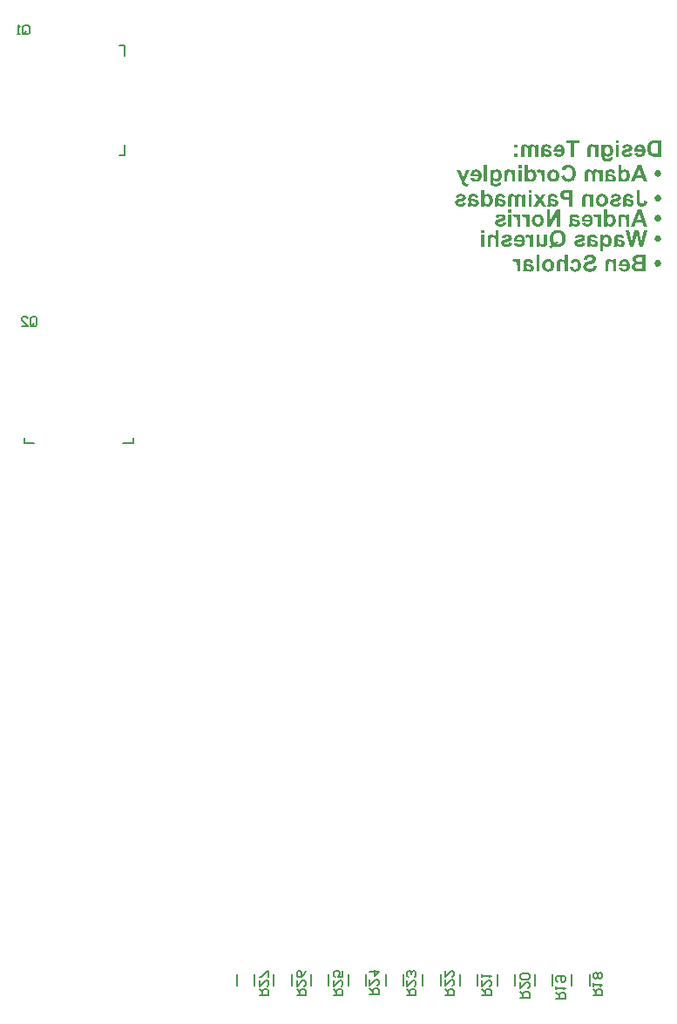
<source format=gbr>
%FSTAX23Y23*%
%MOIN*%
%SFA1B1*%

%IPPOS*%
%ADD56C,0.007874*%
%ADD57C,0.007000*%
%LNpms_board_legend_bot-1*%
%LPD*%
G36*
X02799Y04297D02*
X02787D01*
Y04308*
X02799*
Y04297*
G37*
G36*
X02467Y04292D02*
X02469Y04291D01*
X0247Y04291*
X02471Y04291*
X02474Y04289*
X02475Y04289*
X02476Y04288*
X02477Y04287*
X02478Y04287*
X02478Y04286*
X02479Y04286*
X02479Y04285*
X0248Y04285*
X0248Y04285*
X0248Y04284*
Y04291*
X02491*
Y04245*
X02479*
Y04267*
Y04269*
X02479Y04271*
X02479Y04273*
X02478Y04274*
X02478Y04275*
X02478Y04276*
X02478Y04276*
Y04276*
X02477Y04277*
X02477Y04278*
X02476Y04279*
X02476Y0428*
X02475Y0428*
X02475Y04281*
X02475Y04281*
X02475Y04281*
X02474Y04281*
X02473Y04282*
X02472Y04282*
X02471Y04282*
X02471Y04282*
X0247Y04282*
X02469*
X02468Y04282*
X02468Y04282*
X02467Y04282*
X02467Y04282*
X02466Y04282*
X02466Y04282*
X02466Y04281*
X02466Y04281*
X02465Y04281*
X02465Y0428*
X02464Y04279*
X02464Y04279*
X02464Y04279*
Y04278*
X02464Y04278*
X02464Y04278*
X02464Y04276*
X02464Y04275*
X02463Y04273*
X02463Y04272*
Y04271*
Y04271*
Y0427*
Y0427*
Y0427*
Y04245*
X02451*
Y04267*
Y04269*
X02451Y04271*
X02451Y04273*
X02451Y04274*
X02451Y04275*
X02451Y04276*
X0245Y04276*
Y04276*
X0245Y04277*
X02449Y04278*
X02449Y04279*
X02448Y0428*
X02448Y0428*
X02448Y04281*
X02447Y04281*
X02447Y04281*
X02446Y04281*
X02445Y04282*
X02445Y04282*
X02444Y04282*
X02443Y04282*
X02443Y04282*
X02442*
X02441Y04282*
X0244Y04282*
X02439Y04282*
X02438Y04281*
X02438Y04281*
X02437Y0428*
X02437Y0428*
X02437Y0428*
X02437Y04279*
X02437Y04279*
X02436Y04278*
X02436Y04276*
X02436Y04275*
X02436Y04273*
X02436Y04272*
Y04272*
Y04271*
Y04271*
Y04271*
Y04245*
X02424*
Y04274*
X02424Y04276*
X02424Y04278*
X02424Y0428*
X02424Y04281*
X02425Y04282*
X02425Y04283*
X02425Y04284*
X02425Y04284*
X02426Y04285*
X02427Y04286*
X02427Y04287*
X02428Y04288*
X02429Y04289*
X0243Y04289*
X0243Y0429*
X0243Y0429*
X02432Y0429*
X02433Y04291*
X02434Y04291*
X02436Y04291*
X02437Y04292*
X02438Y04292*
X02439*
X0244Y04292*
X02442Y04291*
X02443Y04291*
X02444Y04291*
X02445Y0429*
X02446Y0429*
X02446Y0429*
X02446Y0429*
X02448Y04289*
X02449Y04288*
X0245Y04287*
X02451Y04286*
X02452Y04286*
X02452Y04285*
X02453Y04285*
X02453Y04284*
X02454Y04286*
X02454Y04287*
X02455Y04288*
X02456Y04289*
X02457Y04289*
X02458Y0429*
X02458Y0429*
X02458Y0429*
X02459Y04291*
X02461Y04291*
X02462Y04291*
X02463Y04292*
X02464Y04292*
X02465Y04292*
X02466*
X02467Y04292*
G37*
G36*
X02759D02*
X02761Y04291D01*
X02762Y04291*
X02763Y04291*
X02766Y0429*
X02767Y04289*
X02768Y04289*
X02768Y04288*
X02769Y04288*
X0277Y04287*
X0277Y04287*
X02771Y04286*
X02771Y04286*
X02771Y04286*
X02771Y04286*
X02772Y04284*
X02773Y04283*
X02774Y04282*
X02775Y0428*
X02775Y04279*
X02775Y04277*
X02776Y04274*
X02776Y04273*
X02777Y04272*
X02777Y04271*
X02777Y0427*
X02777Y04269*
Y04269*
Y04268*
Y04268*
X02777Y04266*
X02777Y04265*
X02776Y04262*
X02776Y0426*
X02775Y04259*
X02775Y04258*
X02775Y04257*
X02774Y04256*
X02774Y04255*
X02774Y04254*
X02773Y04254*
X02773Y04253*
X02773Y04253*
X02773Y04253*
Y04253*
X02772Y04251*
X0277Y0425*
X02769Y04249*
X02768Y04248*
X02767Y04248*
X02766Y04247*
X02764Y04246*
X02763Y04246*
X02762Y04246*
X02761Y04245*
X0276Y04245*
X0276Y04245*
X02759*
X02758Y04245*
X02758*
X02757Y04245*
X02755Y04245*
X02754Y04246*
X02752Y04246*
X0275Y04247*
X02749Y04248*
X02748Y04249*
X02747Y04249*
X02747Y0425*
X02746Y04251*
X02745Y04251*
X02745Y04252*
X02745Y04252*
X02744Y04252*
X02744Y04252*
Y04246*
Y04244*
X02744Y04243*
X02745Y04242*
X02745Y04242*
X02745Y04241*
X02745Y04241*
X02745Y0424*
Y0424*
X02745Y0424*
X02746Y04239*
X02746Y04238*
X02747Y04238*
X02747Y04238*
X02747Y04237*
X02747Y04237*
X02747Y04237*
X02748Y04237*
X0275Y04236*
X02751Y04236*
X02752Y04236*
X02753Y04236*
X02754Y04236*
X02755*
X02756Y04236*
X02757Y04236*
X02758Y04236*
X02759Y04236*
X02759Y04237*
X0276Y04237*
X0276Y04237*
X0276Y04237*
X0276Y04237*
X02761Y04238*
X02761Y04239*
X02761Y0424*
X02761Y0424*
X02761Y0424*
Y0424*
X02775Y04242*
X02775Y04241*
Y04241*
Y04241*
Y04241*
X02775Y04239*
X02775Y04238*
X02775Y04236*
X02774Y04235*
X02773Y04233*
X02772Y04232*
X02771Y04231*
X02771Y04231*
X02771Y0423*
X02771Y0423*
X0277Y0423*
X02768Y04229*
X02767Y04229*
X02766Y04228*
X02763Y04227*
X0276Y04227*
X02759Y04227*
X02758Y04227*
X02757Y04226*
X02756*
X02755Y04226*
X02754*
X02752Y04226*
X0275Y04227*
X02748Y04227*
X02747Y04227*
X02745Y04227*
X02745Y04228*
X02744Y04228*
X02744Y04228*
X02742Y04228*
X02741Y04229*
X0274Y04229*
X02739Y0423*
X02738Y0423*
X02738Y04231*
X02738Y04231*
X02737Y04231*
X02737Y04232*
X02736Y04233*
X02735Y04234*
X02735Y04235*
X02734Y04236*
X02734Y04237*
X02734Y04237*
X02734Y04238*
X02733Y04238*
X02733Y04239*
X02733Y04241*
X02733Y04243*
X02732Y04245*
X02732Y04247*
X02732Y04248*
Y04248*
Y04249*
Y04249*
Y0425*
Y0425*
Y04291*
X02744*
Y04284*
X02745Y04286*
X02746Y04287*
X02747Y04288*
X02748Y04289*
X02749Y04289*
X02751Y0429*
X02752Y0429*
X02753Y04291*
X02754Y04291*
X02755Y04291*
X02756Y04291*
X02756Y04292*
X02757*
X02757Y04292*
X02758*
X02759Y04292*
G37*
G36*
X0241Y04279D02*
X02397D01*
Y04291*
X0241*
Y04279*
G37*
G36*
X02524Y04292D02*
X02526Y04291D01*
X02527Y04291*
X02528Y04291*
X0253Y04291*
X02531Y0429*
X02531Y0429*
X02532Y0429*
X02533Y04289*
X02533Y04289*
X02534Y04289*
X02534Y04289*
X02535Y04289*
X02535Y04288*
X02535*
X02536Y04287*
X02538Y04286*
X02539Y04284*
X0254Y04282*
X0254Y04281*
X02541Y0428*
X02541Y0428*
X02541Y04279*
X02541Y04279*
X02541Y04279*
Y04279*
X0253Y04277*
X0253Y04278*
X02529Y04279*
X02529Y04279*
X02528Y0428*
X02528Y04281*
X02528Y04281*
X02527Y04281*
X02527Y04281*
X02527Y04282*
X02526Y04282*
X02525Y04282*
X02524Y04282*
X02523Y04282*
X02523Y04282*
X02522*
X02521Y04282*
X02519Y04282*
X02518Y04282*
X02517Y04282*
X02517Y04281*
X02516Y04281*
X02516Y04281*
X02516Y04281*
X02515Y0428*
X02515Y0428*
X02514Y04279*
X02514Y04278*
X02514Y04277*
X02514Y04276*
Y04276*
Y04276*
Y04275*
X02515Y04274*
X02515Y04274*
X02517Y04274*
X02519Y04273*
X02521Y04273*
X02523Y04272*
X02524Y04272*
X02524Y04272*
X02525Y04272*
X02525Y04272*
X02526Y04272*
X02526*
X02528Y04271*
X0253Y04271*
X02532Y0427*
X02533Y0427*
X02534Y04269*
X02535Y04269*
X02535Y04269*
X02535Y04269*
X02537Y04268*
X02538Y04267*
X02539Y04267*
X02539Y04266*
X0254Y04265*
X0254Y04265*
X0254Y04264*
X02541Y04264*
X02541Y04263*
X02542Y04262*
X02542Y04261*
X02542Y0426*
X02542Y04259*
X02542Y04258*
Y04258*
Y04257*
X02542Y04256*
X02542Y04255*
X02542Y04253*
X02541Y04252*
X0254Y0425*
X0254Y04249*
X02539Y04248*
X02539Y04248*
X02538Y04248*
Y04248*
X02537Y04246*
X02535Y04246*
X02533Y04245*
X02531Y04244*
X0253Y04244*
X02529Y04244*
X02528*
X02528Y04244*
X02527*
X02526Y04244*
X02524Y04244*
X02523Y04244*
X02522Y04245*
X02521Y04245*
X0252Y04245*
X0252Y04245*
X0252Y04245*
X02518Y04246*
X02517Y04247*
X02516Y04248*
X02515Y04248*
X02514Y04249*
X02514Y04249*
X02513Y0425*
X02513Y0425*
X02513Y0425*
X02513Y04249*
X02513Y04249*
X02513Y04249*
Y04249*
X02512Y04248*
X02512Y04247*
X02512Y04246*
X02512Y04246*
X02512Y04246*
X02511Y04245*
X02511Y04245*
Y04245*
X02499*
X025Y04246*
X025Y04247*
X02501Y04248*
X02501Y04249*
X02501Y0425*
X02502Y04251*
X02502Y04251*
Y04251*
X02502Y04252*
X02502Y04254*
X02502Y04255*
Y04257*
X02502Y04258*
Y04259*
Y04259*
Y0426*
Y0426*
Y0426*
X02502Y04274*
Y04275*
X02502Y04277*
X02502Y04278*
X02502Y04279*
X02502Y0428*
X02503Y04281*
X02503Y04282*
X02503Y04282*
X02503Y04283*
X02503Y04284*
X02503Y04284*
X02504Y04285*
X02504Y04285*
X02504Y04286*
X02505Y04287*
X02506Y04288*
X02507Y04288*
X02508Y04289*
X02509Y04289*
X02509Y0429*
X02509Y0429*
X02509*
X0251Y0429*
X02511Y0429*
X02513Y04291*
X02515Y04291*
X02517Y04291*
X02519Y04292*
X02519*
X0252Y04292*
X02523*
X02524Y04292*
G37*
G36*
X02881Y04292D02*
X02883Y04291D01*
X02884Y04291*
X02885Y04291*
X02887Y0429*
X02888Y0429*
X02889Y04289*
X0289Y04289*
X02891Y04288*
X02892Y04287*
X02893Y04287*
X02893Y04286*
X02894Y04286*
X02894Y04286*
X02894Y04285*
X02894Y04285*
X02895Y04284*
X02896Y04283*
X02897Y04281*
X02898Y0428*
X02898Y04278*
X02899Y04277*
X02899Y04274*
X029Y04273*
X029Y04271*
X029Y0427*
X029Y04269*
X029Y04269*
Y04268*
Y04268*
Y04267*
X029Y04266*
X029Y04264*
X029Y04262*
X02899Y04261*
X02899Y0426*
X02899Y04258*
X02898Y04257*
X02898Y04256*
X02898Y04255*
X02897Y04254*
X02897Y04253*
X02896Y04253*
X02896Y04252*
X02896Y04252*
X02896Y04252*
X02896Y04252*
X02895Y0425*
X02893Y04249*
X02892Y04248*
X02891Y04247*
X02889Y04247*
X02888Y04246*
X02886Y04245*
X02885Y04245*
X02883Y04245*
X02882Y04244*
X02881Y04244*
X0288Y04244*
X02879*
X02879Y04244*
X02878*
X02875Y04244*
X02873Y04245*
X02871Y04245*
X02869Y04246*
X02868Y04246*
X02868Y04246*
X02867Y04247*
X02866Y04247*
X02866Y04247*
X02866Y04247*
X02866Y04247*
X02866*
X02864Y04249*
X02862Y0425*
X02861Y04252*
X0286Y04254*
X02859Y04255*
X02859Y04256*
X02859Y04256*
X02858Y04257*
X02858Y04257*
X02858Y04257*
Y04258*
X0287Y0426*
X02871Y04258*
X02871Y04257*
X02872Y04256*
X02872Y04256*
X02872Y04255*
X02873Y04255*
X02873Y04255*
X02873Y04255*
X02874Y04254*
X02875Y04254*
X02876Y04253*
X02876Y04253*
X02877Y04253*
X02878Y04253*
X02878*
X02879Y04253*
X02881Y04253*
X02882Y04254*
X02883Y04254*
X02884Y04255*
X02884Y04255*
X02885Y04256*
X02885Y04256*
X02886Y04257*
X02887Y04258*
X02887Y0426*
X02887Y04261*
X02888Y04262*
X02888Y04263*
X02888Y04264*
Y04264*
Y04264*
Y04264*
X02858*
Y04267*
X02858Y04269*
X02858Y04271*
X02858Y04273*
X02859Y04275*
X02859Y04277*
X0286Y04278*
X0286Y0428*
X02861Y04281*
X02861Y04282*
X02862Y04283*
X02862Y04284*
X02863Y04284*
X02863Y04285*
X02863Y04285*
X02863Y04285*
X02864Y04286*
X02866Y04287*
X02867Y04288*
X02868Y04289*
X0287Y0429*
X02871Y0429*
X02872Y04291*
X02873Y04291*
X02875Y04291*
X02876Y04291*
X02877Y04292*
X02878Y04292*
X02878Y04292*
X02879*
X02881Y04292*
G37*
G36*
X02572D02*
X02574Y04291D01*
X02576Y04291*
X02577Y04291*
X02578Y0429*
X02579Y0429*
X02581Y04289*
X02582Y04289*
X02583Y04288*
X02583Y04287*
X02584Y04287*
X02585Y04286*
X02585Y04286*
X02585Y04286*
X02586Y04285*
X02586Y04285*
X02587Y04284*
X02588Y04283*
X02588Y04281*
X02589Y0428*
X0259Y04278*
X0259Y04277*
X02591Y04274*
X02591Y04273*
X02591Y04271*
X02591Y0427*
X02592Y04269*
X02592Y04269*
Y04268*
Y04268*
Y04267*
X02592Y04266*
X02591Y04264*
X02591Y04262*
X02591Y04261*
X02591Y0426*
X0259Y04258*
X0259Y04257*
X02589Y04256*
X02589Y04255*
X02589Y04254*
X02588Y04253*
X02588Y04253*
X02588Y04252*
X02587Y04252*
X02587Y04252*
X02587Y04252*
X02586Y0425*
X02585Y04249*
X02583Y04248*
X02582Y04247*
X02581Y04247*
X02579Y04246*
X02578Y04245*
X02576Y04245*
X02575Y04245*
X02574Y04244*
X02572Y04244*
X02571Y04244*
X02571*
X0257Y04244*
X02569*
X02567Y04244*
X02564Y04245*
X02562Y04245*
X0256Y04246*
X0256Y04246*
X02559Y04246*
X02558Y04247*
X02558Y04247*
X02558Y04247*
X02557Y04247*
X02557Y04247*
X02557*
X02555Y04249*
X02554Y0425*
X02552Y04252*
X02551Y04254*
X02551Y04255*
X0255Y04256*
X0255Y04256*
X0255Y04257*
X0255Y04257*
X0255Y04257*
Y04258*
X02562Y0426*
X02562Y04258*
X02563Y04257*
X02563Y04256*
X02564Y04256*
X02564Y04255*
X02564Y04255*
X02565Y04255*
X02565Y04255*
X02565Y04254*
X02566Y04254*
X02567Y04253*
X02568Y04253*
X02568Y04253*
X02569Y04253*
X02569*
X02571Y04253*
X02572Y04253*
X02574Y04254*
X02575Y04254*
X02575Y04255*
X02576Y04255*
X02576Y04256*
X02576Y04256*
X02577Y04257*
X02578Y04258*
X02579Y0426*
X02579Y04261*
X02579Y04262*
X02579Y04263*
X02579Y04264*
Y04264*
Y04264*
Y04264*
X02549*
Y04267*
X02549Y04269*
X02549Y04271*
X0255Y04273*
X0255Y04275*
X02551Y04277*
X02551Y04278*
X02552Y0428*
X02552Y04281*
X02553Y04282*
X02553Y04283*
X02554Y04284*
X02554Y04284*
X02554Y04285*
X02555Y04285*
X02555Y04285*
X02556Y04286*
X02557Y04287*
X02558Y04288*
X0256Y04289*
X02561Y0429*
X02562Y0429*
X02564Y04291*
X02565Y04291*
X02566Y04291*
X02567Y04291*
X02568Y04292*
X02569Y04292*
X0257Y04292*
X02571*
X02572Y04292*
G37*
G36*
X0296Y04245D02*
X02936D01*
X02934Y04245*
X02932Y04245*
X0293Y04245*
X02928Y04246*
X02927Y04246*
X02926Y04246*
X02926Y04246*
X02925*
X02925Y04246*
X02925*
X02923Y04247*
X02921Y04248*
X0292Y04249*
X02918Y04249*
X02917Y0425*
X02917Y04251*
X02916Y04251*
X02916Y04251*
X02915Y04253*
X02913Y04255*
X02912Y04257*
X02911Y04258*
X0291Y0426*
X0291Y04261*
X0291Y04261*
X0291Y04262*
X02909Y04262*
X02909Y04262*
Y04262*
X02909Y04265*
X02908Y04267*
X02908Y04269*
X02908Y04271*
X02908Y04272*
X02907Y04273*
Y04274*
X02907Y04275*
Y04275*
Y04275*
Y04276*
Y04276*
X02907Y04279*
X02908Y04282*
X02908Y04283*
X02908Y04284*
X02908Y04286*
X02908Y04287*
X02909Y04288*
X02909Y04288*
X02909Y04289*
X02909Y0429*
X02909Y0429*
X02909Y0429*
X02909Y04291*
Y04291*
X0291Y04293*
X02911Y04295*
X02912Y04297*
X02913Y04298*
X02914Y04299*
X02915Y043*
X02915Y04301*
X02915Y04301*
X02915*
X02917Y04302*
X02919Y04304*
X0292Y04305*
X02922Y04305*
X02923Y04306*
X02924Y04306*
X02924Y04307*
X02925Y04307*
X02925Y04307*
X02925*
X02927Y04307*
X02929Y04307*
X02931Y04308*
X02933Y04308*
X02934Y04308*
X02935Y04308*
X0296*
Y04245*
G37*
G36*
X02799D02*
X02787D01*
Y04291*
X02799*
Y04245*
G37*
G36*
X02696Y04292D02*
X02697Y04291D01*
X02699Y04291*
X027Y04291*
X02702Y0429*
X02703Y04289*
X02704Y04289*
X02705Y04288*
X02706Y04287*
X02707Y04286*
X02708Y04286*
X02708Y04285*
X02709Y04285*
X02709Y04284*
X02709Y04284*
X02709Y04284*
Y04291*
X0272*
Y04245*
X02708*
Y04266*
Y04267*
Y04268*
X02708Y04269*
X02708Y0427*
Y04271*
X02708Y04272*
X02708Y04273*
X02708Y04274*
X02708Y04275*
X02708Y04275*
X02707Y04276*
Y04276*
X02707Y04277*
X02707Y04278*
X02706Y04279*
X02705Y0428*
X02705Y0428*
X02704Y0428*
X02704Y04281*
X02704Y04281*
X02703Y04281*
X02702Y04282*
X02701Y04282*
X027Y04282*
X02699Y04282*
X02699Y04282*
X02698*
X02697Y04282*
X02697Y04282*
X02696Y04282*
X02695Y04282*
X02695Y04282*
X02694Y04281*
X02694Y04281*
X02694Y04281*
X02694Y04281*
X02693Y0428*
X02692Y04279*
X02692Y04278*
X02692Y04278*
X02692Y04278*
Y04278*
X02691Y04277*
X02691Y04277*
X02691Y04275*
X02691Y04274*
X02691Y04272*
X02691Y04271*
Y0427*
Y04269*
Y04269*
Y04269*
Y04268*
Y04268*
Y04245*
X02679*
Y04273*
Y04275*
X02679Y04277*
X02679Y04278*
X02679Y04279*
X02679Y0428*
X02679Y04281*
X02679Y04281*
Y04281*
X0268Y04283*
X0268Y04283*
X0268Y04284*
X02681Y04285*
X02681Y04286*
X02682Y04286*
X02682Y04286*
X02682Y04287*
X02683Y04287*
X02683Y04288*
X02684Y04289*
X02685Y04289*
X02686Y0429*
X02686Y0429*
X02687Y0429*
X02687Y0429*
X02688Y04291*
X02689Y04291*
X02691Y04291*
X02692Y04292*
X02693Y04292*
X02694Y04292*
X02694*
X02696Y04292*
G37*
G36*
X02646Y04297D02*
X02628D01*
Y04245*
X02615*
Y04297*
X02596*
Y04308*
X02646*
Y04297*
G37*
G36*
X0241Y04245D02*
X02397D01*
Y04257*
X0241*
Y04245*
G37*
G36*
X02835Y04292D02*
X02836Y04291D01*
X02838Y04291*
X02839Y04291*
X0284Y0429*
X02841Y0429*
X02842Y0429*
X02843Y04289*
X02844Y04289*
X02844Y04289*
X02845Y04288*
X02845Y04288*
X02845Y04288*
X02846Y04288*
X02846Y04288*
X02846Y04287*
X02847Y04286*
X02848Y04285*
X02848Y04284*
X02849Y04283*
X0285Y04281*
X0285Y0428*
X0285Y04279*
X0285Y04279*
X0285Y04278*
Y04278*
Y04278*
Y04278*
X0285Y04276*
X0285Y04275*
X0285Y04274*
X02849Y04273*
X02849Y04272*
X02848Y0427*
X02847Y04269*
X02846Y04268*
X02845Y04268*
X02845Y04268*
X02845Y04267*
X02845Y04267*
X02844Y04267*
X02843Y04266*
X02842Y04266*
X0284Y04265*
X02839Y04265*
X02837Y04264*
X02834Y04263*
X02833Y04263*
X02831Y04263*
X0283Y04262*
X02829Y04262*
X02828Y04262*
X02827Y04262*
X02826Y04261*
X02826*
X02825Y04261*
X02824Y04261*
X02824Y04261*
X02823Y0426*
X02823Y0426*
X02822Y0426*
X02822Y0426*
X02822Y04259*
X02821Y04258*
X02821Y04258*
Y04258*
Y04258*
X02821Y04257*
X02822Y04256*
X02822Y04256*
X02822Y04255*
X02822Y04255*
X02823Y04255*
X02823Y04254*
X02823Y04254*
X02824Y04254*
X02825Y04253*
X02826Y04253*
X02827Y04253*
X02828Y04253*
X02829Y04253*
X0283*
X02832Y04253*
X02833Y04253*
X02834Y04253*
X02835Y04254*
X02836Y04254*
X02836Y04254*
X02837Y04254*
X02837Y04254*
X02838Y04255*
X02838Y04256*
X02839Y04257*
X02839Y04258*
X02839Y04259*
X0284Y04259*
X0284Y0426*
Y0426*
X02852Y04258*
X02851Y04256*
X0285Y04254*
X02849Y04252*
X02848Y0425*
X02847Y04249*
X02846Y04248*
X02845Y04248*
X02845Y04248*
X02845Y04248*
X02845Y04248*
X02844Y04247*
X02843Y04246*
X0284Y04246*
X02838Y04245*
X02835Y04244*
X02834Y04244*
X02833Y04244*
X02832Y04244*
X02832*
X02831Y04244*
X0283*
X02828Y04244*
X02826Y04244*
X02825Y04244*
X02823Y04245*
X02822Y04245*
X02821Y04245*
X02819Y04246*
X02818Y04246*
X02818Y04247*
X02817Y04247*
X02816Y04247*
X02816Y04248*
X02815Y04248*
X02815Y04248*
X02815Y04248*
X02815Y04248*
X02814Y04249*
X02813Y0425*
X02812Y04251*
X02811Y04252*
X02811Y04253*
X02811Y04254*
X0281Y04256*
X0281Y04257*
X02809Y04258*
X02809Y04258*
X02809Y04259*
Y04259*
Y04259*
Y04259*
X02809Y04261*
X0281Y04263*
X0281Y04265*
X02811Y04266*
X02812Y04267*
X02812Y04268*
X02813Y04268*
X02813Y04268*
X02814Y04269*
X02815Y04269*
X02816Y0427*
X02817Y0427*
X02819Y04271*
X02821Y04272*
X02823Y04273*
X02824Y04273*
X02825Y04273*
X02826Y04273*
X02826Y04273*
X02826Y04274*
X02827*
X02828Y04274*
X0283Y04274*
X02831Y04275*
X02832Y04275*
X02834Y04275*
X02834Y04276*
X02835Y04276*
X02836Y04276*
X02836Y04276*
X02837Y04277*
X02837Y04277*
X02837Y04277*
X02838Y04277*
X02838Y04277*
X02838Y04277*
X02839Y04278*
X02839Y04278*
X02839Y04279*
Y04279*
Y04279*
X02839Y0428*
X02839Y0428*
X02838Y04281*
X02838Y04282*
X02838Y04282*
X02838*
X02837Y04282*
X02836Y04283*
X02835Y04283*
X02834Y04283*
X02832Y04283*
X02832Y04283*
X02831*
X02829Y04283*
X02828Y04283*
X02827Y04283*
X02826Y04282*
X02826Y04282*
X02825Y04282*
X02825Y04282*
X02825Y04282*
X02824Y04281*
X02824Y0428*
X02823Y0428*
X02823Y04279*
X02823Y04278*
X02822Y04278*
X02822Y04278*
Y04278*
X02811Y0428*
X02812Y04282*
X02813Y04284*
X02814Y04285*
X02815Y04286*
X02816Y04287*
X02816Y04288*
X02817Y04288*
X02817Y04289*
X02817*
X02818Y04289*
X02819Y0429*
X02821Y0429*
X02823Y04291*
X02826Y04291*
X02827Y04291*
X02828Y04292*
X02829Y04292*
X02829Y04292*
X02833*
X02835Y04292*
G37*
G36*
X02426Y04201D02*
X02414D01*
Y04213*
X02426*
Y04201*
G37*
G36*
X02712Y04196D02*
X02713Y04196D01*
X02715Y04196*
X02716Y04195*
X02718Y04194*
X0272Y04193*
X02721Y04193*
X02721Y04192*
X02722Y04191*
X02723Y04191*
X02723Y0419*
X02724Y0419*
X02724Y04189*
X02724Y04189*
X02725Y04189*
Y04195*
X02736*
Y0415*
X02724*
Y04172*
Y04174*
X02723Y04176*
X02723Y04178*
X02723Y04179*
X02723Y0418*
X02723Y04181*
X02723Y04181*
Y04181*
X02722Y04182*
X02722Y04183*
X02721Y04184*
X02721Y04184*
X0272Y04185*
X0272Y04185*
X0272Y04185*
X02719Y04185*
X02719Y04186*
X02718Y04186*
X02717Y04187*
X02716Y04187*
X02715Y04187*
X02715Y04187*
X02714*
X02713Y04187*
X02712Y04187*
X02712Y04187*
X02711Y04186*
X02711Y04186*
X02711Y04186*
X02711Y04186*
X0271Y04186*
X0271Y04185*
X02709Y04184*
X02709Y04184*
X02709Y04183*
X02709Y04183*
Y04183*
X02709Y04183*
X02709Y04182*
X02708Y04181*
X02708Y0418*
X02708Y04178*
X02708Y04177*
Y04176*
Y04175*
Y04175*
Y04175*
Y04175*
Y0415*
X02696*
Y04171*
Y04174*
X02696Y04176*
X02696Y04177*
X02695Y04179*
X02695Y0418*
X02695Y0418*
X02695Y04181*
Y04181*
X02695Y04182*
X02694Y04183*
X02694Y04184*
X02693Y04184*
X02693Y04185*
X02692Y04185*
X02692Y04185*
X02692Y04185*
X02691Y04186*
X0269Y04186*
X02689Y04187*
X02689Y04187*
X02688Y04187*
X02687Y04187*
X02687*
X02686Y04187*
X02685Y04187*
X02684Y04186*
X02683Y04186*
X02683Y04185*
X02682Y04185*
X02682Y04184*
X02682Y04184*
X02682Y04184*
X02681Y04183*
X02681Y04182*
X02681Y04181*
X02681Y04179*
X02681Y04178*
X02681Y04177*
Y04176*
Y04176*
Y04176*
Y04176*
Y0415*
X02668*
Y04179*
X02669Y04181*
X02669Y04183*
X02669Y04185*
X02669Y04186*
X02669Y04187*
X0267Y04188*
X0267Y04188*
X0267Y04188*
X0267Y0419*
X02671Y04191*
X02672Y04192*
X02673Y04193*
X02674Y04193*
X02674Y04194*
X02675Y04194*
X02675Y04194*
X02676Y04195*
X02678Y04195*
X02679Y04196*
X02681Y04196*
X02682Y04196*
X02683Y04196*
X02683*
X02685Y04196*
X02686Y04196*
X02688Y04196*
X02689Y04195*
X0269Y04195*
X0269Y04195*
X02691Y04195*
X02691Y04194*
X02692Y04194*
X02693Y04193*
X02694Y04192*
X02695Y04191*
X02696Y0419*
X02697Y0419*
X02697Y04189*
X02697Y04189*
X02698Y0419*
X02699Y04191*
X027Y04192*
X02701Y04193*
X02702Y04194*
X02702Y04194*
X02703Y04194*
X02703Y04194*
X02704Y04195*
X02705Y04196*
X02707Y04196*
X02708Y04196*
X02709Y04196*
X0271Y04196*
X0271*
X02712Y04196*
G37*
G36*
X02333D02*
X02334Y04196D01*
X02336Y04196*
X02337Y04195*
X02339Y04194*
X02341Y04194*
X02341Y04193*
X02342Y04193*
X02343Y04192*
X02344Y04192*
X02344Y04191*
X02345Y04191*
X02345Y0419*
X02345Y0419*
X02345Y0419*
X02346Y04189*
X02347Y04188*
X02348Y04186*
X02348Y04185*
X02349Y04183*
X02349Y04182*
X0235Y04179*
X0235Y04178*
X0235Y04177*
X02351Y04175*
X02351Y04175*
X02351Y04174*
Y04173*
Y04173*
Y04173*
X02351Y04171*
X02351Y04169*
X0235Y04166*
X0235Y04165*
X02349Y04164*
X02349Y04163*
X02349Y04162*
X02348Y04161*
X02348Y0416*
X02348Y04159*
X02347Y04158*
X02347Y04158*
X02347Y04158*
X02347Y04157*
Y04157*
X02345Y04156*
X02344Y04155*
X02343Y04154*
X02342Y04153*
X02341Y04152*
X0234Y04151*
X02338Y04151*
X02337Y04151*
X02336Y0415*
X02335Y0415*
X02334Y0415*
X02334Y0415*
X02333*
X02332Y0415*
X02332*
X0233Y0415*
X02329Y0415*
X02328Y0415*
X02326Y04151*
X02324Y04152*
X02323Y04153*
X02322Y04153*
X02321Y04154*
X0232Y04155*
X0232Y04155*
X02319Y04156*
X02319Y04156*
X02319Y04157*
X02318Y04157*
X02318Y04157*
Y0415*
Y04149*
X02318Y04148*
X02319Y04147*
X02319Y04146*
X02319Y04145*
X02319Y04145*
X02319Y04145*
Y04145*
X02319Y04144*
X0232Y04143*
X0232Y04143*
X0232Y04142*
X02321Y04142*
X02321Y04142*
X02321Y04142*
X02321Y04142*
X02322Y04141*
X02323Y04141*
X02325Y04141*
X02326Y0414*
X02327Y0414*
X02328Y0414*
X02328*
X0233Y0414*
X02331Y0414*
X02332Y04141*
X02332Y04141*
X02333Y04141*
X02333Y04141*
X02334Y04142*
X02334Y04142*
X02334Y04142*
X02335Y04143*
X02335Y04144*
X02335Y04144*
X02335Y04145*
X02335Y04145*
Y04145*
X02349Y04147*
X02349Y04146*
Y04146*
Y04145*
Y04145*
X02349Y04144*
X02349Y04143*
X02349Y04141*
X02348Y04139*
X02347Y04138*
X02346Y04137*
X02345Y04136*
X02345Y04135*
X02345Y04135*
X02344Y04135*
X02343Y04134*
X02342Y04134*
X02341Y04133*
X0234Y04133*
X02337Y04132*
X02334Y04132*
X02333Y04131*
X02332Y04131*
X02331Y04131*
X0233*
X02329Y04131*
X02328*
X02326Y04131*
X02324Y04131*
X02322Y04131*
X02321Y04132*
X02319Y04132*
X02319Y04132*
X02318Y04132*
X02318Y04132*
X02316Y04133*
X02315Y04133*
X02314Y04134*
X02313Y04135*
X02312Y04135*
X02312Y04136*
X02311Y04136*
X02311Y04136*
X0231Y04137*
X0231Y04138*
X02309Y04139*
X02309Y0414*
X02308Y04141*
X02308Y04142*
X02308Y04142*
X02308Y04142*
X02307Y04143*
X02307Y04144*
X02307Y04146*
X02307Y04148*
X02306Y0415*
X02306Y04151*
X02306Y04152*
Y04153*
Y04153*
Y04154*
Y04154*
Y04154*
Y04195*
X02318*
Y04189*
X02319Y0419*
X0232Y04191*
X02321Y04192*
X02322Y04193*
X02323Y04194*
X02324Y04194*
X02326Y04195*
X02327Y04195*
X02328Y04196*
X02329Y04196*
X02329Y04196*
X0233Y04196*
X02331*
X02331Y04196*
X02332*
X02333Y04196*
G37*
G36*
X02769Y04196D02*
X02771Y04196D01*
X02772Y04196*
X02773Y04196*
X02774Y04195*
X02775Y04195*
X02776Y04195*
X02777Y04194*
X02778Y04194*
X02778Y04194*
X02779Y04194*
X02779Y04193*
X02779Y04193*
X02779Y04193*
X02779*
X02781Y04192*
X02782Y0419*
X02783Y04188*
X02784Y04187*
X02785Y04185*
X02785Y04185*
X02785Y04184*
X02786Y04184*
X02786Y04183*
X02786Y04183*
Y04183*
X02775Y04181*
X02774Y04182*
X02774Y04183*
X02774Y04184*
X02773Y04185*
X02773Y04185*
X02772Y04185*
X02772Y04186*
X02772Y04186*
X02771Y04186*
X0277Y04186*
X0277Y04187*
X02769Y04187*
X02768Y04187*
X02767Y04187*
X02767*
X02765Y04187*
X02764Y04187*
X02763Y04187*
X02762Y04186*
X02761Y04186*
X02761Y04186*
X02761Y04186*
X0276Y04185*
X0276Y04185*
X02759Y04184*
X02759Y04183*
X02759Y04182*
X02759Y04182*
X02759Y04181*
Y04181*
Y0418*
Y04179*
X02759Y04179*
X0276Y04179*
X02762Y04178*
X02764Y04178*
X02766Y04177*
X02768Y04177*
X02768Y04177*
X02769Y04177*
X0277Y04176*
X0277Y04176*
X0277Y04176*
X0277*
X02773Y04176*
X02775Y04175*
X02776Y04175*
X02778Y04174*
X02779Y04174*
X02779Y04174*
X0278Y04174*
X0278Y04173*
X02781Y04173*
X02782Y04172*
X02783Y04171*
X02784Y04171*
X02784Y0417*
X02785Y04169*
X02785Y04169*
X02785Y04169*
X02786Y04168*
X02786Y04166*
X02787Y04165*
X02787Y04164*
X02787Y04163*
X02787Y04163*
Y04162*
Y04162*
X02787Y04161*
X02787Y0416*
X02786Y04158*
X02786Y04156*
X02785Y04155*
X02784Y04154*
X02784Y04153*
X02783Y04152*
X02783Y04152*
Y04152*
X02781Y04151*
X0278Y0415*
X02778Y04149*
X02776Y04149*
X02774Y04149*
X02774Y04149*
X02773*
X02773Y04149*
X02772*
X0277Y04149*
X02769Y04149*
X02768Y04149*
X02767Y04149*
X02766Y0415*
X02765Y0415*
X02765Y0415*
X02764Y0415*
X02763Y04151*
X02762Y04151*
X02761Y04152*
X0276Y04153*
X02759Y04153*
X02758Y04154*
X02758Y04154*
X02758Y04154*
X02758Y04154*
X02757Y04154*
X02757Y04153*
X02757Y04153*
Y04153*
X02757Y04152*
X02757Y04152*
X02757Y04151*
X02756Y0415*
X02756Y0415*
X02756Y0415*
X02756Y0415*
Y0415*
X02744*
X02745Y04151*
X02745Y04152*
X02745Y04153*
X02746Y04154*
X02746Y04154*
X02746Y04155*
X02746Y04155*
Y04156*
X02747Y04157*
X02747Y04158*
X02747Y0416*
Y04161*
X02747Y04162*
Y04163*
Y04164*
Y04164*
Y04164*
Y04164*
X02747Y04179*
Y0418*
X02747Y04181*
X02747Y04183*
X02747Y04184*
X02747Y04185*
X02747Y04186*
X02747Y04186*
X02748Y04187*
X02748Y04188*
X02748Y04188*
X02748Y04189*
X02748Y04189*
X02748Y04189*
X02749Y0419*
X0275Y04191*
X02751Y04192*
X02752Y04193*
X02753Y04194*
X02753Y04194*
X02754Y04194*
X02754Y04194*
X02754*
X02755Y04195*
X02756Y04195*
X02758Y04195*
X0276Y04196*
X02761Y04196*
X02763Y04196*
X02764*
X02765Y04196*
X02768*
X02769Y04196*
G37*
G36*
X02949Y04193D02*
X02951Y04193D01*
X02953Y04192*
X02954Y04192*
X02955Y04191*
X02956Y0419*
X02956Y0419*
X02956Y0419*
X02958Y04188*
X02959Y04187*
X02959Y04185*
X0296Y04184*
X0296Y04183*
X0296Y04182*
X0296Y04181*
Y04181*
Y04181*
Y04181*
X0296Y04179*
X0296Y04177*
X02959Y04176*
X02958Y04174*
X02958Y04173*
X02957Y04172*
X02957Y04172*
X02956Y04172*
X02955Y0417*
X02953Y0417*
X02952Y04169*
X02951Y04168*
X02949Y04168*
X02948Y04168*
X02948Y04168*
X02947*
X02946Y04168*
X02944Y04169*
X02942Y04169*
X02941Y0417*
X0294Y0417*
X02939Y04171*
X02939Y04171*
X02938Y04172*
X02937Y04173*
X02936Y04175*
X02936Y04176*
X02935Y04178*
X02935Y04179*
X02935Y0418*
X02935Y0418*
Y0418*
Y04181*
Y04181*
X02935Y04183*
X02935Y04184*
X02936Y04186*
X02937Y04187*
X02937Y04188*
X02938Y04189*
X02938Y04189*
X02938Y0419*
X0294Y04191*
X02941Y04192*
X02943Y04192*
X02944Y04193*
X02946Y04193*
X02947Y04193*
X02947Y04193*
X02947*
X02949Y04193*
G37*
G36*
X02209Y04149D02*
X0221Y04148D01*
X0221Y04147*
X02211Y04146*
X02211Y04145*
X02211Y04144*
X02212Y04144*
X02212Y04143*
X02212Y04143*
X02213Y04142*
X02214Y04142*
X02215Y04141*
X02216Y04141*
X02217Y04141*
X02218Y04141*
X02218*
X0222Y04141*
X02221Y04141*
X02222Y04141*
X02222Y04141*
X02223Y04141*
X02223Y04141*
X02223*
X02222Y04132*
X0222Y04131*
X02219Y04131*
X02218Y04131*
X02217*
X02216Y04131*
X02214*
X02213Y04131*
X02212Y04131*
X02211Y04131*
X0221Y04132*
X0221Y04132*
X0221Y04132*
X02209*
X02208Y04132*
X02208Y04132*
X02207Y04133*
X02206Y04133*
X02206Y04133*
X02205Y04134*
X02205Y04134*
X02205Y04134*
X02204Y04135*
X02203Y04136*
X02202Y04137*
X02202Y04137*
X02202Y04137*
X02202Y04137*
X02201Y04138*
X02201Y04139*
X022Y0414*
X022Y04141*
X02199Y04142*
X02199Y04143*
X02199Y04143*
X02199Y04143*
X02196Y04151*
X02179Y04195*
X02192*
X02203Y04163*
X02214Y04195*
X02226*
X02209Y04149*
G37*
G36*
X02607Y04214D02*
X02609Y04213D01*
X02611Y04213*
X02614Y04212*
X02615Y04212*
X02617Y04211*
X02619Y0421*
X0262Y04209*
X02622Y04209*
X02623Y04208*
X02624Y04207*
X02625Y04206*
X02625Y04206*
X02626Y04205*
X02626Y04205*
X02626Y04205*
X02627Y04203*
X02629Y04201*
X0263Y042*
X02631Y04198*
X02631Y04195*
X02632Y04193*
X02633Y04191*
X02633Y0419*
X02633Y04188*
X02634Y04186*
X02634Y04184*
X02634Y04183*
Y04182*
X02634Y04181*
Y04181*
Y04181*
Y04181*
X02634Y04178*
X02634Y04175*
X02633Y04173*
X02633Y04171*
X02632Y04169*
X02632Y04166*
X02631Y04165*
X0263Y04163*
X02629Y04162*
X02629Y0416*
X02628Y04159*
X02627Y04159*
X02627Y04158*
X02626Y04157*
X02626Y04157*
X02626Y04157*
X02625Y04155*
X02623Y04154*
X02621Y04153*
X02619Y04152*
X02618Y04151*
X02616Y04151*
X02614Y0415*
X02613Y0415*
X02611Y04149*
X0261Y04149*
X02609Y04149*
X02608Y04149*
X02607Y04149*
X02606Y04148*
X02605*
X02604Y04149*
X02602Y04149*
X026Y04149*
X02599Y04149*
X02597Y0415*
X02596Y0415*
X02594Y0415*
X02593Y04151*
X02592Y04151*
X02591Y04152*
X02591Y04152*
X0259Y04153*
X02589Y04153*
X02589Y04153*
X02589Y04153*
X02589Y04153*
X02588Y04154*
X02586Y04156*
X02584Y04158*
X02583Y04161*
X02582Y04163*
X02581Y04164*
X02581Y04165*
X0258Y04166*
X0258Y04167*
X0258Y04168*
X02579Y04168*
X02579Y04169*
Y04169*
X02592Y04173*
X02592Y0417*
X02593Y04168*
X02594Y04166*
X02595Y04165*
X02596Y04164*
X02596Y04163*
X02597Y04163*
X02597Y04162*
X02598Y04161*
X026Y04161*
X02601Y0416*
X02603Y0416*
X02604Y04159*
X02605Y04159*
X02605Y04159*
X02606*
X02607Y04159*
X02608Y04159*
X0261Y0416*
X02612Y04161*
X02614Y04162*
X02615Y04163*
X02616Y04163*
X02616Y04164*
X02617Y04164*
X02617Y04164*
X02617Y04164*
X02617Y04165*
X02618Y04166*
X02619Y04168*
X02619Y04169*
X0262Y04172*
X0262Y04175*
X02621Y04176*
X02621Y04177*
X02621Y04179*
Y0418*
X02621Y0418*
Y04181*
Y04181*
Y04181*
X02621Y04184*
X02621Y04185*
X02621Y04187*
X0262Y04189*
X0262Y0419*
X0262Y04192*
X02619Y04193*
X02619Y04194*
X02618Y04195*
X02618Y04196*
X02618Y04196*
X02617Y04197*
X02617Y04197*
X02617Y04198*
X02617Y04198*
Y04198*
X02616Y04199*
X02615Y042*
X02614Y042*
X02613Y04201*
X02611Y04202*
X02609Y04202*
X02608Y04203*
X02607Y04203*
X02606Y04203*
X02606Y04203*
X02605*
X02603Y04203*
X02602Y04202*
X026Y04202*
X02599Y04201*
X02598Y04201*
X02597Y042*
X02597Y042*
X02597Y042*
X02596Y04199*
X02594Y04198*
X02594Y04196*
X02593Y04195*
X02593Y04194*
X02592Y04193*
X02592Y04193*
Y04193*
X02592Y04192*
Y04192*
X02579Y04195*
X0258Y04198*
X02581Y042*
X02582Y04202*
X02583Y04204*
X02584Y04205*
X02585Y04206*
X02585Y04206*
X02585Y04206*
X02586Y04207*
X02586Y04207*
X02586*
X02587Y04208*
X02589Y04209*
X0259Y0421*
X02592Y04211*
X02593Y04212*
X02595Y04212*
X02597Y04213*
X02598Y04213*
X02599Y04213*
X02601Y04213*
X02602Y04214*
X02603Y04214*
X02604Y04214*
X02605*
X02607Y04214*
G37*
G36*
X02254Y04196D02*
X02256Y04196D01*
X02257Y04196*
X02258Y04195*
X0226Y04195*
X02261Y04194*
X02262Y04194*
X02263Y04193*
X02264Y04192*
X02265Y04192*
X02266Y04191*
X02266Y04191*
X02267Y0419*
X02267Y0419*
X02267Y0419*
X02267Y0419*
X02268Y04189*
X02269Y04187*
X0227Y04186*
X02271Y04184*
X02271Y04183*
X02272Y04181*
X02273Y04179*
X02273Y04177*
X02273Y04176*
X02273Y04175*
X02273Y04174*
X02273Y04173*
Y04173*
Y04172*
Y04172*
X02273Y0417*
X02273Y04169*
X02273Y04167*
X02273Y04166*
X02272Y04164*
X02272Y04163*
X02271Y04162*
X02271Y04161*
X02271Y0416*
X0227Y04159*
X0227Y04158*
X0227Y04157*
X02269Y04157*
X02269Y04157*
X02269Y04156*
X02269Y04156*
X02268Y04155*
X02266Y04154*
X02265Y04153*
X02264Y04152*
X02262Y04151*
X02261Y0415*
X02259Y0415*
X02258Y0415*
X02256Y04149*
X02255Y04149*
X02254Y04149*
X02253Y04149*
X02252*
X02252Y04149*
X02251*
X02248Y04149*
X02246Y04149*
X02244Y0415*
X02242Y0415*
X02241Y04151*
X02241Y04151*
X0224Y04151*
X0224Y04151*
X02239Y04152*
X02239Y04152*
X02239Y04152*
X02239*
X02237Y04153*
X02235Y04155*
X02234Y04157*
X02233Y04158*
X02232Y0416*
X02232Y0416*
X02232Y04161*
X02232Y04161*
X02231Y04162*
X02231Y04162*
Y04162*
X02243Y04164*
X02244Y04163*
X02244Y04162*
X02245Y04161*
X02245Y0416*
X02246Y0416*
X02246Y04159*
X02246Y04159*
X02246Y04159*
X02247Y04159*
X02248Y04158*
X02249Y04158*
X02249Y04158*
X0225Y04158*
X02251Y04158*
X02251*
X02252Y04158*
X02254Y04158*
X02255Y04158*
X02256Y04159*
X02257Y0416*
X02257Y0416*
X02258Y0416*
X02258Y0416*
X02259Y04162*
X0226Y04163*
X0226Y04164*
X0226Y04166*
X02261Y04167*
X02261Y04168*
X02261Y04168*
Y04169*
Y04169*
Y04169*
X02231*
Y04171*
X02231Y04174*
X02231Y04176*
X02231Y04178*
X02232Y0418*
X02232Y04181*
X02233Y04183*
X02233Y04184*
X02234Y04186*
X02235Y04187*
X02235Y04187*
X02235Y04188*
X02236Y04189*
X02236Y04189*
X02236Y04189*
X02236Y04189*
X02237Y04191*
X02239Y04192*
X0224Y04193*
X02241Y04193*
X02243Y04194*
X02244Y04195*
X02245Y04195*
X02247Y04195*
X02248Y04196*
X02249Y04196*
X0225Y04196*
X02251Y04196*
X02251Y04196*
X02252*
X02254Y04196*
G37*
G36*
X02908Y0415D02*
X02894D01*
X02889Y04164*
X02864*
X02858Y0415*
X02844*
X0287Y04213*
X02883*
X02908Y0415*
G37*
G36*
X02495Y04196D02*
X02496Y04196D01*
X02496Y04196*
X02497Y04196*
X02498Y04195*
X02498Y04195*
X02499Y04195*
X02499Y04195*
X025Y04194*
X025Y04193*
X02501Y04192*
X02502Y04191*
X02503Y0419*
X02503Y04189*
X02504Y04189*
X02504Y04189*
Y04195*
X02515*
Y0415*
X02503*
Y04164*
Y04166*
Y04168*
X02503Y04169*
X02503Y04171*
Y04172*
X02503Y04174*
X02503Y04175*
X02502Y04176*
X02502Y04176*
X02502Y04177*
X02502Y04178*
Y04178*
X02502Y04178*
X02502Y04179*
Y04179*
X02502Y0418*
X02501Y04181*
X02501Y04182*
X025Y04183*
X025Y04183*
X025Y04184*
X02499Y04184*
X02499Y04184*
X02499Y04184*
X02498Y04185*
X02497Y04185*
X02496Y04185*
X02496Y04185*
X02495Y04185*
X02495*
X02494Y04185*
X02493Y04185*
X02492Y04185*
X02491Y04184*
X0249Y04184*
X0249Y04184*
X02489Y04184*
X02489Y04183*
X02485Y04194*
X02487Y04195*
X02488Y04195*
X0249Y04196*
X02491Y04196*
X02492Y04196*
X02493Y04196*
X02494*
X02495Y04196*
G37*
G36*
X02426Y0415D02*
X02414D01*
Y04195*
X02426*
Y0415*
G37*
G36*
X02377Y04196D02*
X02379Y04196D01*
X02381Y04196*
X02382Y04195*
X02383Y04194*
X02385Y04194*
X02386Y04193*
X02387Y04192*
X02388Y04192*
X02388Y04191*
X02389Y0419*
X0239Y0419*
X0239Y04189*
X02391Y04189*
X02391Y04189*
X02391Y04189*
Y04195*
X02402*
Y0415*
X0239*
Y0417*
Y04172*
Y04173*
X0239Y04174*
X0239Y04175*
Y04176*
X0239Y04177*
X0239Y04178*
X02389Y04178*
X02389Y04179*
X02389Y0418*
X02389Y04181*
Y04181*
X02389Y04182*
X02388Y04183*
X02388Y04183*
X02387Y04184*
X02386Y04185*
X02386Y04185*
X02386Y04185*
X02386Y04185*
X02385Y04186*
X02384Y04186*
X02383Y04187*
X02382Y04187*
X02381Y04187*
X02381Y04187*
X0238*
X02379Y04187*
X02378Y04187*
X02378Y04187*
X02377Y04186*
X02376Y04186*
X02376Y04186*
X02376Y04186*
X02376Y04186*
X02375Y04185*
X02375Y04185*
X02374Y04184*
X02374Y04183*
X02373Y04183*
X02373Y04182*
Y04182*
X02373Y04182*
X02373Y04181*
X02373Y0418*
X02373Y04178*
X02373Y04177*
X02372Y04175*
Y04175*
Y04174*
Y04174*
Y04173*
Y04173*
Y04173*
Y0415*
X0236*
Y04178*
Y0418*
X0236Y04181*
X02361Y04183*
X02361Y04184*
X02361Y04185*
X02361Y04185*
X02361Y04186*
Y04186*
X02361Y04187*
X02362Y04188*
X02362Y04189*
X02363Y0419*
X02363Y0419*
X02363Y04191*
X02363Y04191*
X02363Y04191*
X02364Y04192*
X02365Y04193*
X02366Y04193*
X02367Y04194*
X02367Y04194*
X02368Y04195*
X02368Y04195*
X02369Y04195*
X0237Y04195*
X02371Y04196*
X02372Y04196*
X02373Y04196*
X02374Y04196*
X02375Y04196*
X02376*
X02377Y04196*
G37*
G36*
X02294Y0415D02*
X02282D01*
Y04213*
X02294*
Y0415*
G37*
G36*
X02808Y0419D02*
X02809Y04191D01*
X0281Y04192*
X02811Y04193*
X02812Y04194*
X02813Y04194*
X02814Y04195*
X02816Y04195*
X02817Y04195*
X02818Y04196*
X02818Y04196*
X02819Y04196*
X0282Y04196*
X0282Y04196*
X02821*
X02823Y04196*
X02824Y04196*
X02825Y04196*
X02827Y04195*
X02829Y04194*
X0283Y04194*
X02831Y04193*
X02832Y04193*
X02833Y04192*
X02833Y04192*
X02834Y04191*
X02834Y04191*
X02835Y0419*
X02835Y0419*
X02835Y0419*
X02836Y04189*
X02837Y04188*
X02837Y04186*
X02838Y04185*
X02839Y04183*
X02839Y04182*
X0284Y04179*
X0284Y04178*
X0284Y04177*
X0284Y04175*
X0284Y04174*
X0284Y04174*
Y04173*
Y04173*
Y04173*
X0284Y0417*
X0284Y04169*
X0284Y04167*
X02839Y04165*
X02839Y04163*
X02839Y04162*
X02838Y04161*
X02838Y04159*
X02837Y04158*
X02837Y04157*
X02836Y04157*
X02836Y04156*
X02835Y04155*
X02835Y04155*
X02835Y04155*
X02835Y04155*
X02834Y04154*
X02833Y04153*
X02831Y04152*
X0283Y04151*
X02829Y04151*
X02828Y0415*
X02827Y0415*
X02826Y04149*
X02825Y04149*
X02824Y04149*
X02823Y04149*
X02823Y04149*
X02822Y04149*
X02821*
X0282Y04149*
X02818Y04149*
X02817Y04149*
X02816Y04149*
X02815Y0415*
X02814Y0415*
X02814Y0415*
X02814Y0415*
X02812Y04151*
X02811Y04152*
X0281Y04153*
X02809Y04154*
X02808Y04155*
X02807Y04156*
X02807Y04156*
X02807Y04156*
Y0415*
X02796*
Y04213*
X02808*
Y0419*
G37*
G36*
X0255Y04196D02*
X02552Y04196D01*
X02554Y04195*
X02556Y04195*
X02557Y04194*
X02558Y04194*
X02558Y04194*
X02559Y04194*
X02559Y04194*
X0256Y04193*
X0256Y04193*
X0256*
X02562Y04192*
X02563Y04191*
X02565Y04189*
X02566Y04188*
X02567Y04187*
X02568Y04186*
X02568Y04185*
X02568Y04185*
X02568Y04185*
Y04185*
X02569Y04183*
X0257Y0418*
X0257Y04179*
X02571Y04177*
X02571Y04175*
X02571Y04175*
Y04174*
X02571Y04174*
Y04173*
Y04173*
Y04173*
X02571Y0417*
X02571Y04168*
X0257Y04165*
X0257Y04164*
X0257Y04163*
X02569Y04163*
X02569Y04162*
X02569Y04161*
X02569Y04161*
X02568Y0416*
X02568Y0416*
X02568Y0416*
Y0416*
X02567Y04158*
X02566Y04156*
X02564Y04155*
X02563Y04153*
X02561Y04153*
X0256Y04152*
X0256Y04152*
X0256Y04151*
X0256Y04151*
X0256*
X02557Y0415*
X02555Y0415*
X02553Y04149*
X02551Y04149*
X0255Y04149*
X02549Y04149*
X02549*
X02548Y04149*
X02548*
X02546Y04149*
X02544Y04149*
X02542Y04149*
X02541Y0415*
X02539Y0415*
X02538Y04151*
X02536Y04151*
X02535Y04152*
X02534Y04153*
X02533Y04153*
X02533Y04154*
X02532Y04154*
X02531Y04155*
X02531Y04155*
X02531Y04155*
X02531Y04155*
X0253Y04157*
X02528Y04158*
X02528Y04159*
X02527Y04161*
X02526Y04162*
X02526Y04164*
X02525Y04165*
X02525Y04166*
X02524Y04168*
X02524Y04169*
X02524Y0417*
X02524Y04171*
X02524Y04172*
Y04172*
Y04172*
Y04173*
X02524Y04174*
X02524Y04176*
X02525Y04178*
X02525Y0418*
X02525Y04181*
X02526Y04182*
X02527Y04184*
X02527Y04185*
X02528Y04186*
X02528Y04187*
X02529Y04188*
X0253Y04188*
X0253Y04189*
X0253Y04189*
X02531Y04189*
X02531Y0419*
X02532Y04191*
X02533Y04192*
X02535Y04193*
X02536Y04193*
X02538Y04194*
X02539Y04195*
X0254Y04195*
X02542Y04195*
X02543Y04196*
X02544Y04196*
X02545Y04196*
X02546Y04196*
X02547Y04196*
X02548*
X0255Y04196*
G37*
G36*
X0245Y0419D02*
X02452Y04191D01*
X02453Y04192*
X02454Y04193*
X02455Y04194*
X02456Y04194*
X02457Y04195*
X02458Y04195*
X02459Y04195*
X0246Y04196*
X02461Y04196*
X02462Y04196*
X02462Y04196*
X02463Y04196*
X02464*
X02465Y04196*
X02467Y04196*
X02468Y04196*
X02469Y04195*
X02472Y04194*
X02473Y04194*
X02474Y04193*
X02475Y04193*
X02475Y04192*
X02476Y04192*
X02477Y04191*
X02477Y04191*
X02477Y0419*
X02477Y0419*
X02478Y0419*
X02478Y04189*
X02479Y04188*
X0248Y04186*
X02481Y04185*
X02481Y04183*
X02482Y04182*
X02482Y04179*
X02482Y04178*
X02483Y04177*
X02483Y04175*
X02483Y04174*
X02483Y04174*
Y04173*
Y04173*
Y04173*
X02483Y0417*
X02483Y04169*
X02482Y04167*
X02482Y04165*
X02482Y04163*
X02481Y04162*
X02481Y04161*
X0248Y04159*
X0248Y04158*
X02479Y04157*
X02479Y04157*
X02478Y04156*
X02478Y04155*
X02478Y04155*
X02477Y04155*
X02477Y04155*
X02476Y04154*
X02475Y04153*
X02474Y04152*
X02473Y04151*
X02472Y04151*
X02471Y0415*
X0247Y0415*
X02469Y04149*
X02468Y04149*
X02467Y04149*
X02466Y04149*
X02465Y04149*
X02465Y04149*
X02464*
X02462Y04149*
X02461Y04149*
X0246Y04149*
X02459Y04149*
X02458Y0415*
X02457Y0415*
X02456Y0415*
X02456Y0415*
X02455Y04151*
X02454Y04152*
X02452Y04153*
X02451Y04154*
X02451Y04155*
X0245Y04156*
X0245Y04156*
X0245Y04156*
Y0415*
X02438*
Y04213*
X0245*
Y0419*
G37*
G36*
X02465Y04107D02*
X02453D01*
Y04118*
X02465*
Y04107*
G37*
G36*
X02418Y04102D02*
X02419Y04102D01*
X02421Y04101*
X02422Y04101*
X02424Y041*
X02425Y04099*
X02426Y04098*
X02427Y04098*
X02428Y04097*
X02429Y04096*
X02429Y04096*
X0243Y04095*
X0243Y04095*
X0243Y04095*
X0243Y04095*
Y04101*
X02442*
Y04055*
X02429*
Y04077*
Y0408*
X02429Y04082*
X02429Y04083*
X02429Y04085*
X02429Y04086*
X02429Y04086*
X02429Y04087*
Y04087*
X02428Y04088*
X02428Y04089*
X02427Y04089*
X02427Y0409*
X02426Y04091*
X02426Y04091*
X02425Y04091*
X02425Y04091*
X02424Y04092*
X02424Y04092*
X02423Y04092*
X02422Y04093*
X02421Y04093*
X02421Y04093*
X0242*
X02419Y04093*
X02418Y04092*
X02418Y04092*
X02417Y04092*
X02417Y04092*
X02417Y04092*
X02417Y04092*
X02416Y04091*
X02416Y04091*
X02415Y0409*
X02415Y0409*
X02415Y04089*
X02415Y04089*
Y04089*
X02415Y04088*
X02414Y04088*
X02414Y04087*
X02414Y04085*
X02414Y04084*
X02414Y04082*
Y04081*
Y04081*
Y04081*
Y0408*
Y0408*
Y04055*
X02402*
Y04077*
Y04079*
X02402Y04081*
X02402Y04083*
X02401Y04084*
X02401Y04085*
X02401Y04086*
X02401Y04086*
Y04087*
X02401Y04088*
X024Y04089*
X024Y04089*
X02399Y0409*
X02398Y04091*
X02398Y04091*
X02398Y04091*
X02398Y04091*
X02397Y04092*
X02396Y04092*
X02395Y04092*
X02394Y04093*
X02394Y04093*
X02393Y04093*
X02393*
X02392Y04093*
X02391Y04092*
X0239Y04092*
X02389Y04091*
X02388Y04091*
X02388Y04091*
X02388Y0409*
X02388Y0409*
X02388Y0409*
X02387Y04089*
X02387Y04088*
X02387Y04086*
X02387Y04085*
X02387Y04084*
X02386Y04082*
Y04082*
Y04082*
Y04081*
Y04081*
Y04055*
X02374*
Y04084*
X02374Y04087*
X02375Y04089*
X02375Y0409*
X02375Y04092*
X02375Y04093*
X02375Y04093*
X02376Y04094*
X02376Y04094*
X02376Y04095*
X02377Y04097*
X02378Y04098*
X02379Y04099*
X0238Y04099*
X0238Y041*
X02381Y041*
X02381Y041*
X02382Y04101*
X02384Y04101*
X02385Y04102*
X02386Y04102*
X02388Y04102*
X02389Y04102*
X02389*
X02391Y04102*
X02392Y04102*
X02393Y04102*
X02395Y04101*
X02395Y04101*
X02396Y04101*
X02397Y041*
X02397Y041*
X02398Y041*
X02399Y04099*
X024Y04098*
X02401Y04097*
X02402Y04096*
X02403Y04095*
X02403Y04095*
X02403Y04095*
X02404Y04096*
X02405Y04097*
X02406Y04098*
X02407Y04099*
X02408Y041*
X02408Y041*
X02409Y041*
X02409Y041*
X0241Y04101*
X02411Y04101*
X02413Y04102*
X02414Y04102*
X02415Y04102*
X02416Y04102*
X02416*
X02418Y04102*
G37*
G36*
X02504Y04079D02*
X0252Y04055D01*
X02506*
X02497Y04069*
X02487Y04055*
X02472*
X02489Y04079*
X02474Y04101*
X02488*
X02497Y04088*
X02505Y04101*
X02519*
X02504Y04079*
G37*
G36*
X02838Y04102D02*
X02839Y04102D01*
X0284Y04102*
X02842Y04101*
X02843Y04101*
X02844Y04101*
X02845Y041*
X02845Y041*
X02846Y041*
X02847Y041*
X02847Y04099*
X02847Y04099*
X02848Y04099*
X02848Y04099*
X02848*
X02849Y04097*
X02851Y04096*
X02852Y04094*
X02853Y04093*
X02853Y04091*
X02854Y04091*
X02854Y0409*
X02854Y0409*
X02854Y04089*
X02854Y04089*
Y04089*
X02843Y04087*
X02843Y04088*
X02842Y04089*
X02842Y0409*
X02841Y0409*
X02841Y04091*
X02841Y04091*
X02841Y04091*
X0284Y04091*
X0284Y04092*
X02839Y04092*
X02838Y04092*
X02837Y04093*
X02836Y04093*
X02836Y04093*
X02835*
X02834Y04093*
X02832Y04092*
X02831Y04092*
X0283Y04092*
X0283Y04092*
X02829Y04091*
X02829Y04091*
X02829Y04091*
X02828Y04091*
X02828Y0409*
X02827Y04089*
X02827Y04088*
X02827Y04087*
X02827Y04087*
Y04086*
Y04086*
Y04085*
X02828Y04085*
X02828Y04084*
X0283Y04084*
X02832Y04083*
X02834Y04083*
X02836Y04083*
X02837Y04082*
X02838Y04082*
X02838Y04082*
X02839Y04082*
X02839Y04082*
X02839*
X02841Y04082*
X02843Y04081*
X02845Y04081*
X02846Y0408*
X02847Y0408*
X02848Y04079*
X02848Y04079*
X02849Y04079*
X0285Y04079*
X02851Y04078*
X02852Y04077*
X02852Y04076*
X02853Y04076*
X02853Y04075*
X02854Y04075*
X02854Y04075*
X02854Y04073*
X02855Y04072*
X02855Y04071*
X02855Y0407*
X02855Y04069*
X02855Y04068*
Y04068*
Y04068*
X02855Y04067*
X02855Y04066*
X02855Y04064*
X02854Y04062*
X02853Y04061*
X02853Y0406*
X02852Y04059*
X02852Y04058*
X02851Y04058*
Y04058*
X0285Y04057*
X02848Y04056*
X02846Y04055*
X02844Y04055*
X02843Y04055*
X02842Y04054*
X02842*
X02841Y04054*
X0284*
X02839Y04054*
X02837Y04055*
X02836Y04055*
X02835Y04055*
X02834Y04055*
X02833Y04056*
X02833Y04056*
X02833Y04056*
X02831Y04056*
X0283Y04057*
X02829Y04058*
X02828Y04059*
X02827Y04059*
X02827Y0406*
X02826Y0406*
X02826Y0406*
X02826Y0406*
X02826Y04059*
X02826Y04059*
X02826Y04059*
Y04059*
X02825Y04058*
X02825Y04057*
X02825Y04057*
X02825Y04056*
X02825Y04056*
X02825Y04056*
X02824Y04055*
Y04055*
X02813*
X02813Y04057*
X02814Y04058*
X02814Y04059*
X02814Y0406*
X02814Y0406*
X02815Y04061*
X02815Y04061*
Y04061*
X02815Y04063*
X02815Y04064*
X02815Y04065*
Y04067*
X02815Y04068*
Y04069*
Y0407*
Y0407*
Y0407*
Y0407*
X02815Y04084*
Y04086*
X02815Y04087*
X02815Y04088*
X02815Y04089*
X02815Y0409*
X02816Y04091*
X02816Y04092*
X02816Y04093*
X02816Y04093*
X02816Y04094*
X02816Y04095*
X02817Y04095*
X02817Y04095*
X02817Y04096*
X02818Y04097*
X02819Y04098*
X0282Y04099*
X02821Y04099*
X02822Y041*
X02822Y041*
X02822Y041*
X02822*
X02823Y041*
X02824Y04101*
X02826Y04101*
X02828Y04102*
X0283Y04102*
X02832Y04102*
X02832*
X02833Y04102*
X02836*
X02838Y04102*
G37*
G36*
X02549D02*
X0255Y04102D01*
X02551Y04102*
X02553Y04101*
X02554Y04101*
X02555Y04101*
X02556Y041*
X02556Y041*
X02557Y041*
X02558Y041*
X02558Y04099*
X02558Y04099*
X02559Y04099*
X02559Y04099*
X02559*
X0256Y04097*
X02562Y04096*
X02563Y04094*
X02564Y04093*
X02564Y04091*
X02565Y04091*
X02565Y0409*
X02565Y0409*
X02565Y04089*
X02565Y04089*
Y04089*
X02554Y04087*
X02554Y04088*
X02553Y04089*
X02553Y0409*
X02552Y0409*
X02552Y04091*
X02552Y04091*
X02552Y04091*
X02551Y04091*
X02551Y04092*
X0255Y04092*
X02549Y04092*
X02548Y04093*
X02547Y04093*
X02547Y04093*
X02546*
X02545Y04093*
X02543Y04092*
X02542Y04092*
X02541Y04092*
X02541Y04092*
X0254Y04091*
X0254Y04091*
X0254Y04091*
X02539Y04091*
X02539Y0409*
X02539Y04089*
X02538Y04088*
X02538Y04087*
X02538Y04087*
Y04086*
Y04086*
Y04085*
X02539Y04085*
X0254Y04084*
X02541Y04084*
X02543Y04083*
X02545Y04083*
X02547Y04083*
X02548Y04082*
X02549Y04082*
X02549Y04082*
X0255Y04082*
X0255Y04082*
X0255*
X02552Y04082*
X02554Y04081*
X02556Y04081*
X02557Y0408*
X02558Y0408*
X02559Y04079*
X02559Y04079*
X0256Y04079*
X02561Y04079*
X02562Y04078*
X02563Y04077*
X02563Y04076*
X02564Y04076*
X02564Y04075*
X02565Y04075*
X02565Y04075*
X02565Y04073*
X02566Y04072*
X02566Y04071*
X02566Y0407*
X02566Y04069*
X02566Y04068*
Y04068*
Y04068*
X02566Y04067*
X02566Y04066*
X02566Y04064*
X02565Y04062*
X02564Y04061*
X02564Y0406*
X02563Y04059*
X02563Y04058*
X02562Y04058*
Y04058*
X02561Y04057*
X02559Y04056*
X02557Y04055*
X02555Y04055*
X02554Y04055*
X02553Y04054*
X02553*
X02552Y04054*
X02551*
X0255Y04054*
X02548Y04055*
X02547Y04055*
X02546Y04055*
X02545Y04055*
X02544Y04056*
X02544Y04056*
X02544Y04056*
X02543Y04056*
X02541Y04057*
X0254Y04058*
X02539Y04059*
X02538Y04059*
X02538Y0406*
X02537Y0406*
X02537Y0406*
X02537Y0406*
X02537Y04059*
X02537Y04059*
X02537Y04059*
Y04059*
X02536Y04058*
X02536Y04057*
X02536Y04057*
X02536Y04056*
X02536Y04056*
X02536Y04056*
X02536Y04055*
Y04055*
X02524*
X02524Y04057*
X02525Y04058*
X02525Y04059*
X02525Y0406*
X02525Y0406*
X02526Y04061*
X02526Y04061*
Y04061*
X02526Y04063*
X02526Y04064*
X02526Y04065*
Y04067*
X02526Y04068*
Y04069*
Y0407*
Y0407*
Y0407*
Y0407*
X02526Y04084*
Y04086*
X02526Y04087*
X02526Y04088*
X02526Y04089*
X02526Y0409*
X02527Y04091*
X02527Y04092*
X02527Y04093*
X02527Y04093*
X02527Y04094*
X02527Y04095*
X02528Y04095*
X02528Y04095*
X02528Y04096*
X02529Y04097*
X0253Y04098*
X02531Y04099*
X02532Y04099*
X02533Y041*
X02533Y041*
X02533Y041*
X02533*
X02534Y041*
X02535Y04101*
X02537Y04101*
X02539Y04102*
X02541Y04102*
X02543Y04102*
X02543*
X02544Y04102*
X02547*
X02549Y04102*
G37*
G36*
X02348D02*
X02349Y04102D01*
X0235Y04102*
X02352Y04101*
X02353Y04101*
X02354Y04101*
X02355Y041*
X02355Y041*
X02356Y041*
X02357Y041*
X02357Y04099*
X02358Y04099*
X02358Y04099*
X02358Y04099*
X02358*
X0236Y04097*
X02361Y04096*
X02362Y04094*
X02363Y04093*
X02364Y04091*
X02364Y04091*
X02364Y0409*
X02364Y0409*
X02364Y04089*
X02364Y04089*
Y04089*
X02353Y04087*
X02353Y04088*
X02353Y04089*
X02352Y0409*
X02352Y0409*
X02351Y04091*
X02351Y04091*
X02351Y04091*
X02351Y04091*
X0235Y04092*
X02349Y04092*
X02348Y04092*
X02347Y04093*
X02347Y04093*
X02346Y04093*
X02345*
X02344Y04093*
X02342Y04092*
X02341Y04092*
X0234Y04092*
X0234Y04092*
X02339Y04091*
X02339Y04091*
X02339Y04091*
X02338Y04091*
X02338Y0409*
X02338Y04089*
X02337Y04088*
X02337Y04087*
X02337Y04087*
Y04086*
Y04086*
Y04085*
X02338Y04085*
X02339Y04084*
X0234Y04084*
X02342Y04083*
X02344Y04083*
X02346Y04083*
X02347Y04082*
X02348Y04082*
X02348Y04082*
X02349Y04082*
X02349Y04082*
X02349*
X02351Y04082*
X02353Y04081*
X02355Y04081*
X02356Y0408*
X02357Y0408*
X02358Y04079*
X02359Y04079*
X02359Y04079*
X0236Y04079*
X02361Y04078*
X02362Y04077*
X02362Y04076*
X02363Y04076*
X02363Y04075*
X02364Y04075*
X02364Y04075*
X02364Y04073*
X02365Y04072*
X02365Y04071*
X02365Y0407*
X02366Y04069*
X02366Y04068*
Y04068*
Y04068*
X02366Y04067*
X02365Y04066*
X02365Y04064*
X02364Y04062*
X02364Y04061*
X02363Y0406*
X02362Y04059*
X02362Y04058*
X02362Y04058*
Y04058*
X0236Y04057*
X02358Y04056*
X02356Y04055*
X02354Y04055*
X02353Y04055*
X02352Y04054*
X02352*
X02351Y04054*
X0235*
X02349Y04054*
X02348Y04055*
X02346Y04055*
X02345Y04055*
X02344Y04055*
X02344Y04056*
X02343Y04056*
X02343Y04056*
X02342Y04056*
X0234Y04057*
X02339Y04058*
X02338Y04059*
X02337Y04059*
X02337Y0406*
X02336Y0406*
X02336Y0406*
X02336Y0406*
X02336Y04059*
X02336Y04059*
X02336Y04059*
Y04059*
X02336Y04058*
X02335Y04057*
X02335Y04057*
X02335Y04056*
X02335Y04056*
X02335Y04056*
X02335Y04055*
Y04055*
X02323*
X02323Y04057*
X02324Y04058*
X02324Y04059*
X02324Y0406*
X02325Y0406*
X02325Y04061*
X02325Y04061*
Y04061*
X02325Y04063*
X02325Y04064*
X02325Y04065*
Y04067*
X02325Y04068*
Y04069*
Y0407*
Y0407*
Y0407*
Y0407*
X02325Y04084*
Y04086*
X02325Y04087*
X02325Y04088*
X02326Y04089*
X02326Y0409*
X02326Y04091*
X02326Y04092*
X02326Y04093*
X02326Y04093*
X02326Y04094*
X02327Y04095*
X02327Y04095*
X02327Y04095*
X02328Y04096*
X02328Y04097*
X02329Y04098*
X0233Y04099*
X02331Y04099*
X02332Y041*
X02332Y041*
X02332Y041*
X02333*
X02333Y041*
X02334Y04101*
X02336Y04101*
X02338Y04102*
X0234Y04102*
X02342Y04102*
X02343*
X02343Y04102*
X02346*
X02348Y04102*
G37*
G36*
X02245D02*
X02246Y04102D01*
X02248Y04102*
X02249Y04101*
X0225Y04101*
X02251Y04101*
X02252Y041*
X02253Y041*
X02253Y041*
X02254Y041*
X02254Y04099*
X02255Y04099*
X02255Y04099*
X02255Y04099*
X02255*
X02257Y04097*
X02258Y04096*
X02259Y04094*
X0226Y04093*
X02261Y04091*
X02261Y04091*
X02261Y0409*
X02261Y0409*
X02261Y04089*
X02261Y04089*
Y04089*
X02251Y04087*
X0225Y04088*
X0225Y04089*
X02249Y0409*
X02249Y0409*
X02248Y04091*
X02248Y04091*
X02248Y04091*
X02248Y04091*
X02247Y04092*
X02246Y04092*
X02245Y04092*
X02244Y04093*
X02244Y04093*
X02243Y04093*
X02243*
X02241Y04093*
X0224Y04092*
X02239Y04092*
X02238Y04092*
X02237Y04092*
X02237Y04091*
X02236Y04091*
X02236Y04091*
X02236Y04091*
X02235Y0409*
X02235Y04089*
X02235Y04088*
X02234Y04087*
X02234Y04087*
Y04086*
Y04086*
Y04085*
X02235Y04085*
X02236Y04084*
X02238Y04084*
X0224Y04083*
X02241Y04083*
X02243Y04083*
X02244Y04082*
X02245Y04082*
X02245Y04082*
X02246Y04082*
X02246Y04082*
X02246*
X02248Y04082*
X0225Y04081*
X02252Y04081*
X02253Y0408*
X02254Y0408*
X02255Y04079*
X02256Y04079*
X02256Y04079*
X02257Y04079*
X02258Y04078*
X02259Y04077*
X0226Y04076*
X0226Y04076*
X02261Y04075*
X02261Y04075*
X02261Y04075*
X02262Y04073*
X02262Y04072*
X02262Y04071*
X02262Y0407*
X02263Y04069*
X02263Y04068*
Y04068*
Y04068*
X02263Y04067*
X02263Y04066*
X02262Y04064*
X02261Y04062*
X02261Y04061*
X0226Y0406*
X02259Y04059*
X02259Y04058*
X02259Y04058*
Y04058*
X02257Y04057*
X02255Y04056*
X02253Y04055*
X02252Y04055*
X0225Y04055*
X02249Y04054*
X02249*
X02248Y04054*
X02248*
X02246Y04054*
X02245Y04055*
X02243Y04055*
X02242Y04055*
X02241Y04055*
X02241Y04056*
X0224Y04056*
X0224Y04056*
X02239Y04056*
X02238Y04057*
X02236Y04058*
X02235Y04059*
X02235Y04059*
X02234Y0406*
X02234Y0406*
X02233Y0406*
X02233Y0406*
X02233Y04059*
X02233Y04059*
X02233Y04059*
Y04059*
X02233Y04058*
X02233Y04057*
X02232Y04057*
X02232Y04056*
X02232Y04056*
X02232Y04056*
X02232Y04055*
Y04055*
X0222*
X0222Y04057*
X02221Y04058*
X02221Y04059*
X02222Y0406*
X02222Y0406*
X02222Y04061*
X02222Y04061*
Y04061*
X02222Y04063*
X02222Y04064*
X02222Y04065*
Y04067*
X02223Y04068*
Y04069*
Y0407*
Y0407*
Y0407*
Y0407*
X02222Y04084*
Y04086*
X02222Y04087*
X02223Y04088*
X02223Y04089*
X02223Y0409*
X02223Y04091*
X02223Y04092*
X02223Y04093*
X02223Y04093*
X02223Y04094*
X02224Y04095*
X02224Y04095*
X02224Y04095*
X02225Y04096*
X02226Y04097*
X02227Y04098*
X02228Y04099*
X02228Y04099*
X02229Y041*
X0223Y041*
X0223Y041*
X0223*
X02231Y041*
X02231Y04101*
X02233Y04101*
X02235Y04102*
X02237Y04102*
X02239Y04102*
X0224*
X0224Y04102*
X02243*
X02245Y04102*
G37*
G36*
X02949Y04099D02*
X02951Y04099D01*
X02953Y04098*
X02954Y04097*
X02955Y04097*
X02956Y04096*
X02956Y04096*
X02956Y04095*
X02958Y04094*
X02959Y04092*
X02959Y04091*
X0296Y04089*
X0296Y04088*
X0296Y04087*
X0296Y04087*
Y04087*
Y04086*
Y04086*
X0296Y04084*
X0296Y04083*
X02959Y04081*
X02958Y0408*
X02958Y04079*
X02957Y04078*
X02957Y04078*
X02956Y04077*
X02955Y04076*
X02953Y04075*
X02952Y04075*
X02951Y04074*
X02949Y04074*
X02948Y04074*
X02948Y04074*
X02947*
X02946Y04074*
X02944Y04074*
X02942Y04075*
X02941Y04076*
X0294Y04076*
X02939Y04077*
X02939Y04077*
X02938Y04077*
X02937Y04079*
X02936Y0408*
X02936Y04082*
X02935Y04083*
X02935Y04085*
X02935Y04085*
X02935Y04086*
Y04086*
Y04086*
Y04086*
X02935Y04088*
X02935Y0409*
X02936Y04092*
X02937Y04093*
X02937Y04094*
X02938Y04095*
X02938Y04095*
X02938Y04095*
X0294Y04097*
X02941Y04098*
X02943Y04098*
X02944Y04099*
X02946Y04099*
X02947Y04099*
X02947Y04099*
X02947*
X02949Y04099*
G37*
G36*
X02676Y04102D02*
X02678Y04102D01*
X02679Y04101*
X0268Y04101*
X02682Y041*
X02683Y041*
X02684Y04099*
X02685Y04098*
X02686Y04098*
X02687Y04097*
X02688Y04096*
X02688Y04095*
X02689Y04095*
X02689Y04095*
X02689Y04094*
X02689Y04094*
Y04101*
X027*
Y04055*
X02688*
Y04076*
Y04077*
Y04079*
X02688Y0408*
X02688Y04081*
Y04082*
X02688Y04083*
X02688Y04083*
X02688Y04084*
X02688Y04085*
X02688Y04086*
X02687Y04086*
Y04086*
X02687Y04087*
X02687Y04088*
X02686Y04089*
X02685Y0409*
X02685Y0409*
X02684Y04091*
X02684Y04091*
X02684Y04091*
X02683Y04092*
X02682Y04092*
X02681Y04092*
X0268Y04093*
X0268Y04093*
X02679Y04093*
X02678*
X02678Y04093*
X02677Y04093*
X02676Y04092*
X02675Y04092*
X02675Y04092*
X02675Y04092*
X02674Y04092*
X02674Y04091*
X02674Y04091*
X02673Y0409*
X02672Y04089*
X02672Y04089*
X02672Y04088*
X02672Y04088*
Y04088*
X02672Y04088*
X02671Y04087*
X02671Y04086*
X02671Y04084*
X02671Y04083*
X02671Y04081*
Y0408*
Y0408*
Y04079*
Y04079*
Y04079*
Y04079*
Y04055*
X02659*
Y04084*
Y04086*
X02659Y04087*
X02659Y04089*
X02659Y0409*
X02659Y04091*
X02659Y04091*
X0266Y04092*
Y04092*
X0266Y04093*
X0266Y04094*
X02661Y04095*
X02661Y04095*
X02661Y04096*
X02662Y04096*
X02662Y04097*
X02662Y04097*
X02663Y04098*
X02663Y04098*
X02664Y04099*
X02665Y041*
X02666Y041*
X02666Y041*
X02667Y04101*
X02667Y04101*
X02668Y04101*
X0267Y04101*
X02671Y04102*
X02672Y04102*
X02673Y04102*
X02674Y04102*
X02674*
X02676Y04102*
G37*
G36*
X02622Y04055D02*
X02609D01*
Y04079*
X02598*
X02596Y04079*
X02595*
X02594Y04079*
X02593Y04079*
X02592Y04079*
X02591Y0408*
X0259*
X0259Y0408*
X02589Y0408*
X02589Y0408*
X02588*
X02588Y0408*
X02588*
X02586Y0408*
X02585Y04081*
X02584Y04081*
X02583Y04082*
X02582Y04082*
X02582Y04083*
X02581Y04083*
X02581Y04083*
X0258Y04084*
X02579Y04085*
X02578Y04086*
X02577Y04087*
X02577Y04088*
X02576Y04088*
X02576Y04089*
X02576Y04089*
X02575Y04091*
X02575Y04092*
X02574Y04094*
X02574Y04096*
X02574Y04097*
Y04098*
X02574Y04098*
Y04098*
Y04099*
Y04099*
Y04099*
X02574Y04102*
X02574Y04104*
X02575Y04106*
X02575Y04108*
X02576Y04109*
X02576Y04109*
X02576Y0411*
X02577Y0411*
X02577Y04111*
X02577Y04111*
X02577Y04111*
Y04111*
X02579Y04113*
X0258Y04114*
X02582Y04115*
X02583Y04116*
X02584Y04117*
X02585Y04117*
X02586Y04117*
X02586Y04117*
X02586Y04117*
X02586*
X02587Y04118*
X02588Y04118*
X02589Y04118*
X0259Y04118*
X02593Y04118*
X02595Y04118*
X02598*
X02599Y04118*
X02622*
Y04055*
G37*
G36*
X02465D02*
X02453D01*
Y04101*
X02465*
Y04055*
G37*
G36*
X0279Y04102D02*
X02792Y04102D01*
X02793Y04101*
X02794Y04101*
X02796Y04101*
X02797Y041*
X02798Y041*
X02798Y041*
X02799Y04099*
X028Y04099*
X028Y04099*
X02801Y04098*
X02801Y04098*
X02801Y04098*
X02801Y04098*
X02802Y04097*
X02803Y04096*
X02803Y04096*
X02804Y04095*
X02805Y04093*
X02805Y04091*
X02806Y0409*
X02806Y04089*
X02806Y04089*
X02806Y04089*
Y04088*
Y04088*
Y04088*
X02806Y04087*
X02806Y04086*
X02805Y04085*
X02805Y04084*
X02804Y04082*
X02803Y0408*
X02802Y04079*
X02801Y04078*
X02801Y04078*
X02801Y04078*
X02801Y04078*
X028Y04078*
X028Y04077*
X02799Y04077*
X02797Y04076*
X02796Y04076*
X02794Y04075*
X02793Y04075*
X0279Y04074*
X02788Y04073*
X02787Y04073*
X02785Y04073*
X02784Y04072*
X02783Y04072*
X02782Y04072*
X02782Y04072*
X02782*
X02781Y04072*
X0278Y04071*
X02779Y04071*
X02779Y04071*
X02778Y04071*
X02778Y0407*
X02778Y0407*
X02777Y0407*
X02777Y04069*
X02777Y04068*
Y04068*
Y04068*
X02777Y04067*
X02777Y04067*
X02777Y04066*
X02778Y04066*
X02778Y04065*
X02778Y04065*
X02778Y04065*
X02779Y04065*
X0278Y04064*
X02781Y04064*
X02782Y04063*
X02783Y04063*
X02784Y04063*
X02785Y04063*
X02786*
X02787Y04063*
X02788Y04063*
X0279Y04064*
X02791Y04064*
X02791Y04064*
X02792Y04065*
X02792Y04065*
X02792Y04065*
X02793Y04066*
X02794Y04066*
X02794Y04067*
X02795Y04068*
X02795Y04069*
X02795Y0407*
X02795Y0407*
Y0407*
X02807Y04068*
X02807Y04066*
X02806Y04064*
X02805Y04062*
X02803Y04061*
X02802Y0406*
X02801Y04059*
X02801Y04058*
X02801Y04058*
X02801Y04058*
X028Y04058*
X02799Y04057*
X02798Y04057*
X02796Y04056*
X02793Y04055*
X02791Y04055*
X0279Y04055*
X02789Y04055*
X02788Y04054*
X02787*
X02786Y04054*
X02786*
X02784Y04054*
X02782Y04055*
X0278Y04055*
X02779Y04055*
X02777Y04055*
X02776Y04056*
X02775Y04056*
X02774Y04057*
X02773Y04057*
X02772Y04057*
X02772Y04058*
X02771Y04058*
X02771Y04058*
X0277Y04059*
X0277Y04059*
X0277Y04059*
X02769Y0406*
X02768Y04061*
X02768Y04062*
X02767Y04062*
X02767Y04063*
X02766Y04064*
X02765Y04066*
X02765Y04067*
X02765Y04068*
X02765Y04069*
X02765Y04069*
Y04069*
Y0407*
Y0407*
X02765Y04072*
X02765Y04073*
X02766Y04075*
X02767Y04076*
X02767Y04077*
X02768Y04078*
X02768Y04078*
X02769Y04079*
X02769Y04079*
X0277Y0408*
X02771Y0408*
X02772Y04081*
X02775Y04082*
X02777Y04082*
X02779Y04083*
X0278Y04083*
X02781Y04084*
X02781Y04084*
X02782Y04084*
X02782Y04084*
X02782*
X02784Y04084*
X02785Y04085*
X02787Y04085*
X02788Y04085*
X02789Y04086*
X0279Y04086*
X02791Y04086*
X02791Y04086*
X02792Y04087*
X02792Y04087*
X02793Y04087*
X02793Y04087*
X02793Y04087*
X02793Y04087*
X02794Y04088*
X02794Y04088*
X02794Y04089*
X02795Y04089*
Y04089*
Y0409*
X02795Y0409*
X02794Y04091*
X02794Y04091*
X02793Y04092*
X02793Y04092*
X02793*
X02792Y04092*
X02791Y04093*
X0279Y04093*
X02789Y04093*
X02788Y04093*
X02787Y04093*
X02786*
X02785Y04093*
X02784Y04093*
X02783Y04093*
X02782Y04093*
X02781Y04092*
X02781Y04092*
X02781Y04092*
X02781Y04092*
X0278Y04091*
X02779Y04091*
X02779Y0409*
X02778Y04089*
X02778Y04089*
X02778Y04088*
X02778Y04088*
Y04088*
X02766Y0409*
X02767Y04092*
X02768Y04094*
X02769Y04095*
X0277Y04097*
X02771Y04098*
X02772Y04098*
X02772Y04099*
X02773Y04099*
X02773*
X02774Y041*
X02775Y041*
X02777Y04101*
X02779Y04101*
X02781Y04102*
X02782Y04102*
X02783Y04102*
X02784Y04102*
X02785Y04102*
X02788*
X0279Y04102*
G37*
G36*
X02736Y04102D02*
X02738Y04102D01*
X0274Y04101*
X02742Y04101*
X02743Y041*
X02744Y041*
X02744Y041*
X02745Y041*
X02745Y04099*
X02745Y04099*
X02746Y04099*
X02746*
X02748Y04098*
X02749Y04096*
X02751Y04095*
X02752Y04094*
X02753Y04092*
X02754Y04091*
X02754Y04091*
X02754Y04091*
X02754Y0409*
Y0409*
X02755Y04088*
X02756Y04086*
X02756Y04084*
X02757Y04083*
X02757Y04081*
X02757Y0408*
Y0408*
X02757Y04079*
Y04079*
Y04079*
Y04079*
X02757Y04076*
X02757Y04073*
X02756Y04071*
X02756Y0407*
X02756Y04069*
X02755Y04068*
X02755Y04068*
X02755Y04067*
X02755Y04066*
X02754Y04066*
X02754Y04066*
X02754Y04066*
Y04065*
X02753Y04064*
X02751Y04062*
X0275Y0406*
X02749Y04059*
X02747Y04058*
X02746Y04058*
X02746Y04057*
X02746Y04057*
X02745Y04057*
X02745*
X02743Y04056*
X02741Y04056*
X02739Y04055*
X02737Y04055*
X02736Y04055*
X02735Y04054*
X02734*
X02734Y04054*
X02733*
X02731Y04054*
X0273Y04055*
X02728Y04055*
X02726Y04055*
X02725Y04056*
X02724Y04056*
X02722Y04057*
X02721Y04058*
X0272Y04058*
X02719Y04059*
X02718Y0406*
X02718Y0406*
X02717Y0406*
X02717Y04061*
X02717Y04061*
X02717Y04061*
X02715Y04062*
X02714Y04064*
X02713Y04065*
X02713Y04067*
X02712Y04068*
X02711Y0407*
X02711Y04071*
X02711Y04072*
X0271Y04073*
X0271Y04075*
X0271Y04076*
X0271Y04077*
X0271Y04077*
Y04078*
Y04078*
Y04078*
X0271Y0408*
X0271Y04082*
X0271Y04084*
X02711Y04085*
X02711Y04087*
X02712Y04088*
X02713Y04089*
X02713Y04091*
X02714Y04092*
X02714Y04093*
X02715Y04093*
X02715Y04094*
X02716Y04095*
X02716Y04095*
X02716Y04095*
X02716Y04095*
X02718Y04096*
X02719Y04098*
X0272Y04098*
X02722Y04099*
X02723Y041*
X02725Y041*
X02726Y04101*
X02727Y04101*
X02729Y04102*
X0273Y04102*
X02731Y04102*
X02732Y04102*
X02732Y04102*
X02733*
X02736Y04102*
G37*
G36*
X02284Y04096D02*
X02285Y04097D01*
X02286Y04098*
X02287Y04099*
X02288Y04099*
X02289Y041*
X0229Y04101*
X02291Y04101*
X02292Y04101*
X02293Y04102*
X02294Y04102*
X02295Y04102*
X02296Y04102*
X02296Y04102*
X02297*
X02298Y04102*
X023Y04102*
X02301Y04102*
X02303Y04101*
X02305Y041*
X02306Y041*
X02307Y04099*
X02308Y04098*
X02308Y04098*
X02309Y04097*
X0231Y04097*
X0231Y04096*
X0231Y04096*
X02311Y04096*
X02311Y04096*
X02312Y04095*
X02312Y04093*
X02313Y04092*
X02314Y04091*
X02314Y04089*
X02315Y04088*
X02315Y04085*
X02316Y04084*
X02316Y04082*
X02316Y04081*
X02316Y0408*
X02316Y04079*
Y04079*
Y04078*
Y04078*
X02316Y04076*
X02316Y04074*
X02316Y04072*
X02315Y04071*
X02315Y04069*
X02314Y04068*
X02314Y04066*
X02313Y04065*
X02313Y04064*
X02312Y04063*
X02312Y04062*
X02311Y04062*
X02311Y04061*
X02311Y04061*
X02311Y04061*
X0231Y04061*
X02309Y0406*
X02308Y04059*
X02307Y04058*
X02306Y04057*
X02305Y04056*
X02304Y04056*
X02303Y04055*
X02302Y04055*
X02301Y04055*
X023Y04055*
X02299Y04055*
X02298Y04054*
X02298Y04054*
X02297*
X02296Y04054*
X02294Y04055*
X02293Y04055*
X02292Y04055*
X02291Y04056*
X0229Y04056*
X02289Y04056*
X02289Y04056*
X02288Y04057*
X02287Y04058*
X02285Y04059*
X02285Y0406*
X02284Y04061*
X02283Y04061*
X02283Y04062*
X02283Y04062*
Y04055*
X02271*
Y04118*
X02284*
Y04096*
G37*
G36*
X02197Y04102D02*
X02199Y04102D01*
X022Y04101*
X02202Y04101*
X02203Y04101*
X02204Y041*
X02205Y041*
X02206Y041*
X02206Y04099*
X02207Y04099*
X02208Y04099*
X02208Y04098*
X02208Y04098*
X02208Y04098*
X02208Y04098*
X02209Y04097*
X0221Y04096*
X02211Y04096*
X02211Y04095*
X02212Y04093*
X02213Y04091*
X02213Y0409*
X02213Y04089*
X02213Y04089*
X02213Y04089*
Y04088*
Y04088*
Y04088*
X02213Y04087*
X02213Y04086*
X02213Y04085*
X02212Y04084*
X02211Y04082*
X0221Y0408*
X02209Y04079*
X02209Y04078*
X02208Y04078*
X02208Y04078*
X02208Y04078*
X02208Y04078*
X02207Y04077*
X02206Y04077*
X02205Y04076*
X02203Y04076*
X02202Y04075*
X022Y04075*
X02197Y04074*
X02195Y04073*
X02194Y04073*
X02193Y04073*
X02192Y04072*
X02191Y04072*
X0219Y04072*
X02189Y04072*
X02189*
X02188Y04072*
X02187Y04071*
X02187Y04071*
X02186Y04071*
X02186Y04071*
X02185Y0407*
X02185Y0407*
X02185Y0407*
X02184Y04069*
X02184Y04068*
Y04068*
Y04068*
X02184Y04067*
X02185Y04067*
X02185Y04066*
X02185Y04066*
X02185Y04065*
X02186Y04065*
X02186Y04065*
X02186Y04065*
X02187Y04064*
X02188Y04064*
X02189Y04063*
X0219Y04063*
X02191Y04063*
X02192Y04063*
X02193*
X02194Y04063*
X02196Y04063*
X02197Y04064*
X02198Y04064*
X02199Y04064*
X02199Y04065*
X02199Y04065*
X022Y04065*
X022Y04066*
X02201Y04066*
X02202Y04067*
X02202Y04068*
X02202Y04069*
X02202Y0407*
X02203Y0407*
Y0407*
X02215Y04068*
X02214Y04066*
X02213Y04064*
X02212Y04062*
X02211Y04061*
X0221Y0406*
X02209Y04059*
X02208Y04058*
X02208Y04058*
X02208Y04058*
X02208Y04058*
X02207Y04057*
X02206Y04057*
X02203Y04056*
X02201Y04055*
X02198Y04055*
X02197Y04055*
X02196Y04055*
X02195Y04054*
X02194*
X02194Y04054*
X02193*
X02191Y04054*
X02189Y04055*
X02188Y04055*
X02186Y04055*
X02185Y04055*
X02184Y04056*
X02182Y04056*
X02181Y04057*
X0218Y04057*
X0218Y04057*
X02179Y04058*
X02178Y04058*
X02178Y04058*
X02178Y04059*
X02177Y04059*
X02177Y04059*
X02176Y0406*
X02176Y04061*
X02175Y04062*
X02174Y04062*
X02174Y04063*
X02173Y04064*
X02173Y04066*
X02172Y04067*
X02172Y04068*
X02172Y04069*
X02172Y04069*
Y04069*
Y0407*
Y0407*
X02172Y04072*
X02173Y04073*
X02173Y04075*
X02174Y04076*
X02175Y04077*
X02175Y04078*
X02176Y04078*
X02176Y04079*
X02177Y04079*
X02178Y0408*
X02179Y0408*
X0218Y04081*
X02182Y04082*
X02184Y04082*
X02186Y04083*
X02187Y04083*
X02188Y04084*
X02189Y04084*
X02189Y04084*
X02189Y04084*
X02189*
X02191Y04084*
X02193Y04085*
X02194Y04085*
X02195Y04085*
X02196Y04086*
X02197Y04086*
X02198Y04086*
X02199Y04086*
X02199Y04087*
X022Y04087*
X022Y04087*
X022Y04087*
X02201Y04087*
X02201Y04087*
X02201Y04088*
X02201Y04088*
X02202Y04089*
X02202Y04089*
Y04089*
Y0409*
X02202Y0409*
X02202Y04091*
X02201Y04091*
X02201Y04092*
X02201Y04092*
X02201*
X022Y04092*
X02199Y04093*
X02198Y04093*
X02196Y04093*
X02195Y04093*
X02195Y04093*
X02194*
X02192Y04093*
X02191Y04093*
X0219Y04093*
X02189Y04093*
X02189Y04092*
X02188Y04092*
X02188Y04092*
X02188Y04092*
X02187Y04091*
X02187Y04091*
X02186Y0409*
X02186Y04089*
X02185Y04089*
X02185Y04088*
X02185Y04088*
Y04088*
X02174Y0409*
X02174Y04092*
X02175Y04094*
X02176Y04095*
X02177Y04097*
X02178Y04098*
X02179Y04098*
X0218Y04099*
X0218Y04099*
X0218*
X02181Y041*
X02182Y041*
X02184Y04101*
X02186Y04101*
X02189Y04102*
X0219Y04102*
X02191Y04102*
X02192Y04102*
X02192Y04102*
X02196*
X02197Y04102*
G37*
G36*
X02878Y04077D02*
Y04076D01*
X02879Y04075*
X02879Y04074*
X02879Y04073*
X02879Y04072*
X02879Y04071*
X02879Y0407*
X02879Y0407*
X0288Y04069*
X0288Y04068*
X0288Y04067*
X0288Y04067*
X02881Y04067*
X02882Y04066*
X02883Y04066*
X02884Y04065*
X02885Y04065*
X02885Y04065*
X02886*
X02888Y04065*
X02889Y04066*
X0289Y04066*
X02891Y04067*
X02892Y04067*
X02892Y04068*
X02892Y04068*
X02892Y04068*
X02893Y04069*
X02893Y0407*
X02893Y04072*
X02894Y04073*
X02894Y04074*
Y04075*
X02894Y04075*
Y04076*
Y04076*
Y04076*
X02906Y04075*
X02906Y04073*
X02906Y04071*
X02906Y04069*
X02905Y04068*
X02905Y04067*
X02904Y04065*
X02904Y04064*
X02903Y04063*
X02903Y04062*
X02903Y04062*
X02902Y04061*
X02902Y0406*
X02901Y0406*
X02901Y0406*
X02901Y04059*
X02901Y04059*
X029Y04058*
X02899Y04058*
X02898Y04057*
X02897Y04056*
X02895Y04056*
X02894Y04055*
X02892Y04055*
X02891Y04055*
X0289Y04054*
X02889Y04054*
X02888Y04054*
X02888Y04054*
X02887*
X02884Y04054*
X02881Y04055*
X02879Y04055*
X02878Y04056*
X02877Y04056*
X02877Y04056*
X02876Y04056*
X02875Y04057*
X02875Y04057*
X02874Y04057*
X02874Y04057*
X02874Y04057*
X02874*
X02872Y04059*
X02871Y0406*
X0287Y04062*
X02869Y04063*
X02868Y04064*
X02867Y04065*
X02867Y04066*
X02867Y04066*
X02867Y04066*
Y04066*
X02867Y04068*
X02866Y0407*
X02866Y04072*
X02866Y04074*
X02866Y04076*
X02866Y04076*
Y04077*
Y04078*
Y04078*
Y04078*
Y04078*
Y04118*
X02878*
Y04077*
G37*
G36*
X02387Y0403D02*
X02375D01*
Y04042*
X02387*
Y0403*
G37*
G36*
X02632Y04025D02*
X02633Y04025D01*
X02635Y04025*
X02636Y04024*
X02637Y04024*
X02638Y04024*
X02639Y04024*
X0264Y04023*
X0264Y04023*
X02641Y04023*
X02642Y04022*
X02642Y04022*
X02642Y04022*
X02642Y04022*
X02642*
X02644Y04021*
X02645Y04019*
X02646Y04017*
X02647Y04016*
X02648Y04014*
X02648Y04014*
X02648Y04013*
X02648Y04013*
X02649Y04012*
X02649Y04012*
Y04012*
X02638Y0401*
X02637Y04011*
X02637Y04012*
X02636Y04013*
X02636Y04014*
X02636Y04014*
X02635Y04014*
X02635Y04014*
X02635Y04015*
X02634Y04015*
X02633Y04015*
X02632Y04016*
X02632Y04016*
X02631Y04016*
X0263Y04016*
X0263*
X02628Y04016*
X02627Y04016*
X02626Y04015*
X02625Y04015*
X02624Y04015*
X02624Y04015*
X02623Y04014*
X02623Y04014*
X02623Y04014*
X02622Y04013*
X02622Y04012*
X02622Y04011*
X02622Y04011*
X02622Y0401*
Y0401*
Y04009*
Y04008*
X02622Y04008*
X02623Y04008*
X02625Y04007*
X02627Y04007*
X02629Y04006*
X0263Y04006*
X02631Y04006*
X02632Y04005*
X02633Y04005*
X02633Y04005*
X02633Y04005*
X02633*
X02636Y04005*
X02638Y04004*
X02639Y04004*
X02641Y04003*
X02642Y04003*
X02642Y04003*
X02643Y04002*
X02643Y04002*
X02644Y04002*
X02645Y04001*
X02646Y04*
X02647Y03999*
X02647Y03999*
X02648Y03998*
X02648Y03998*
X02648Y03998*
X02649Y03997*
X02649Y03995*
X02649Y03994*
X0265Y03993*
X0265Y03992*
X0265Y03992*
Y03991*
Y03991*
X0265Y0399*
X0265Y03989*
X02649Y03987*
X02649Y03985*
X02648Y03984*
X02647Y03983*
X02647Y03982*
X02646Y03981*
X02646Y03981*
Y03981*
X02644Y0398*
X02642Y03979*
X02641Y03978*
X02639Y03978*
X02637Y03978*
X02637Y03978*
X02636*
X02635Y03977*
X02635*
X02633Y03978*
X02632Y03978*
X02631Y03978*
X0263Y03978*
X02629Y03978*
X02628Y03979*
X02627Y03979*
X02627Y03979*
X02626Y0398*
X02625Y0398*
X02624Y03981*
X02623Y03982*
X02622Y03982*
X02621Y03983*
X02621Y03983*
X02621Y03983*
X02621Y03983*
X0262Y03983*
X0262Y03982*
X0262Y03982*
Y03982*
X0262Y03981*
X0262Y0398*
X0262Y0398*
X02619Y03979*
X02619Y03979*
X02619Y03979*
X02619Y03979*
Y03978*
X02607*
X02608Y0398*
X02608Y03981*
X02608Y03982*
X02609Y03983*
X02609Y03983*
X02609Y03984*
X02609Y03984*
Y03985*
X02609Y03986*
X02609Y03987*
X0261Y03989*
Y0399*
X0261Y03991*
Y03992*
Y03993*
Y03993*
Y03993*
Y03993*
X0261Y04008*
Y04009*
X0261Y0401*
X0261Y04011*
X0261Y04013*
X0261Y04014*
X0261Y04014*
X0261Y04015*
X0261Y04016*
X02611Y04017*
X02611Y04017*
X02611Y04018*
X02611Y04018*
X02611Y04018*
X02612Y04019*
X02613Y0402*
X02614Y04021*
X02615Y04022*
X02615Y04022*
X02616Y04023*
X02617Y04023*
X02617Y04023*
X02617*
X02618Y04024*
X02619Y04024*
X0262Y04024*
X02622Y04025*
X02624Y04025*
X02626Y04025*
X02627*
X02628Y04025*
X02631*
X02632Y04025*
G37*
G36*
X02573Y03978D02*
X02561D01*
Y0402*
X02536Y03978*
X02523*
Y04042*
X02535*
Y03999*
X02561Y04042*
X02573*
Y03978*
G37*
G36*
X02949Y04022D02*
X02951Y04022D01*
X02953Y04021*
X02954Y0402*
X02955Y0402*
X02956Y04019*
X02956Y04019*
X02956Y04019*
X02958Y04017*
X02959Y04016*
X02959Y04014*
X0296Y04013*
X0296Y04011*
X0296Y0401*
X0296Y0401*
Y0401*
Y0401*
Y0401*
X0296Y04008*
X0296Y04006*
X02959Y04004*
X02958Y04003*
X02958Y04002*
X02957Y04001*
X02957Y04001*
X02956Y04001*
X02955Y03999*
X02953Y03998*
X02952Y03998*
X02951Y03997*
X02949Y03997*
X02948Y03997*
X02948Y03997*
X02947*
X02946Y03997*
X02944Y03997*
X02942Y03998*
X02941Y03999*
X0294Y03999*
X02939Y04*
X02939Y04*
X02938Y04001*
X02937Y04002*
X02936Y04004*
X02936Y04005*
X02935Y04006*
X02935Y04008*
X02935Y04009*
X02935Y04009*
Y04009*
Y04009*
Y0401*
X02935Y04011*
X02935Y04013*
X02936Y04015*
X02937Y04016*
X02937Y04017*
X02938Y04018*
X02938Y04018*
X02938Y04019*
X0294Y0402*
X02941Y04021*
X02943Y04021*
X02944Y04022*
X02946Y04022*
X02947Y04022*
X02947Y04022*
X02947*
X02949Y04022*
G37*
G36*
X0268Y04025D02*
X02682Y04025D01*
X02683Y04025*
X02684Y04024*
X02686Y04024*
X02687Y04023*
X02688Y04023*
X02689Y04022*
X0269Y04021*
X02691Y04021*
X02692Y0402*
X02692Y0402*
X02693Y04019*
X02693Y04019*
X02693Y04019*
X02693Y04019*
X02694Y04017*
X02695Y04016*
X02696Y04015*
X02697Y04013*
X02697Y04012*
X02698Y0401*
X02698Y04007*
X02699Y04006*
X02699Y04005*
X02699Y04004*
X02699Y04003*
X02699Y04002*
Y04001*
Y04001*
Y04001*
X02699Y03999*
X02699Y03998*
X02699Y03996*
X02698Y03995*
X02698Y03993*
X02698Y03992*
X02697Y03991*
X02697Y0399*
X02697Y03989*
X02696Y03988*
X02696Y03987*
X02695Y03986*
X02695Y03986*
X02695Y03986*
X02695Y03985*
X02695Y03985*
X02694Y03984*
X02692Y03983*
X02691Y03982*
X0269Y03981*
X02688Y0398*
X02687Y03979*
X02685Y03979*
X02684Y03978*
X02682Y03978*
X02681Y03978*
X0268Y03978*
X02679Y03978*
X02678*
X02678Y03977*
X02677*
X02674Y03978*
X02672Y03978*
X0267Y03979*
X02668Y03979*
X02667Y0398*
X02667Y0398*
X02666Y0398*
X02666Y0398*
X02665Y03981*
X02665Y03981*
X02665Y03981*
X02665*
X02663Y03982*
X02661Y03984*
X0266Y03986*
X02659Y03987*
X02658Y03989*
X02658Y03989*
X02658Y0399*
X02657Y0399*
X02657Y03991*
X02657Y03991*
Y03991*
X02669Y03993*
X0267Y03992*
X0267Y03991*
X02671Y0399*
X02671Y03989*
X02672Y03989*
X02672Y03988*
X02672Y03988*
X02672Y03988*
X02673Y03988*
X02674Y03987*
X02675Y03987*
X02675Y03987*
X02676Y03987*
X02677Y03987*
X02677*
X02678Y03987*
X0268Y03987*
X02681Y03987*
X02682Y03988*
X02683Y03989*
X02683Y03989*
X02684Y03989*
X02684Y03989*
X02685Y03991*
X02686Y03992*
X02686Y03993*
X02686Y03995*
X02687Y03996*
X02687Y03997*
X02687Y03997*
Y03998*
Y03998*
Y03998*
X02657*
Y04*
X02657Y04003*
X02657Y04005*
X02657Y04007*
X02658Y04009*
X02658Y0401*
X02659Y04012*
X02659Y04013*
X0266Y04014*
X02661Y04016*
X02661Y04016*
X02661Y04017*
X02662Y04018*
X02662Y04018*
X02662Y04018*
X02662Y04018*
X02663Y0402*
X02665Y04021*
X02666Y04022*
X02667Y04022*
X02669Y04023*
X0267Y04024*
X02671Y04024*
X02673Y04024*
X02674Y04025*
X02675Y04025*
X02676Y04025*
X02677Y04025*
X02677Y04025*
X02678*
X0268Y04025*
G37*
G36*
X02908Y03978D02*
X02894D01*
X02889Y03993*
X02864*
X02858Y03978*
X02844*
X0287Y04042*
X02883*
X02908Y03978*
G37*
G36*
X02813Y04025D02*
X02815Y04025D01*
X02816Y04024*
X02818Y04024*
X02819Y04023*
X0282Y04023*
X02821Y04022*
X02822Y04021*
X02823Y04021*
X02824Y0402*
X02825Y04019*
X02825Y04019*
X02826Y04018*
X02826Y04018*
X02826Y04018*
X02827Y04017*
Y04024*
X02838*
Y03978*
X02826*
Y03999*
Y04*
Y04002*
X02826Y04003*
X02825Y04004*
Y04005*
X02825Y04006*
X02825Y04007*
X02825Y04007*
X02825Y04008*
X02825Y04009*
X02825Y04009*
Y0401*
X02824Y04011*
X02824Y04012*
X02823Y04012*
X02823Y04013*
X02822Y04013*
X02822Y04014*
X02821Y04014*
X02821Y04014*
X0282Y04015*
X02819Y04015*
X02818Y04015*
X02818Y04016*
X02817Y04016*
X02816Y04016*
X02816*
X02815Y04016*
X02814Y04016*
X02813Y04016*
X02813Y04015*
X02812Y04015*
X02812Y04015*
X02812Y04015*
X02812Y04015*
X02811Y04014*
X0281Y04014*
X0281Y04013*
X02809Y04012*
X02809Y04012*
X02809Y04011*
Y04011*
X02809Y04011*
X02809Y0401*
X02809Y04009*
X02808Y04007*
X02808Y04006*
X02808Y04004*
Y04004*
Y04003*
Y04002*
Y04002*
Y04002*
Y04002*
Y03978*
X02796*
Y04007*
Y04009*
X02796Y0401*
X02796Y04012*
X02796Y04013*
X02797Y04014*
X02797Y04014*
X02797Y04015*
Y04015*
X02797Y04016*
X02797Y04017*
X02798Y04018*
X02798Y04019*
X02799Y04019*
X02799Y0402*
X02799Y0402*
X02799Y0402*
X028Y04021*
X02801Y04022*
X02802Y04022*
X02802Y04023*
X02803Y04023*
X02804Y04023*
X02804Y04024*
X02804Y04024*
X02806Y04024*
X02807Y04025*
X02808Y04025*
X02809Y04025*
X0281Y04025*
X02811Y04025*
X02812*
X02813Y04025*
G37*
G36*
X0271D02*
X02711Y04025D01*
X02712Y04025*
X02713Y04024*
X02713Y04024*
X02714Y04024*
X02714Y04024*
X02714Y04024*
X02715Y04023*
X02716Y04022*
X02717Y04021*
X02718Y0402*
X02718Y04019*
X02719Y04018*
X02719Y04018*
X02719Y04018*
Y04024*
X0273*
Y03978*
X02718*
Y03993*
Y03995*
Y03997*
X02718Y03998*
X02718Y04*
Y04001*
X02718Y04002*
X02718Y04004*
X02718Y04005*
X02718Y04005*
X02718Y04006*
X02718Y04007*
Y04007*
X02718Y04007*
X02717Y04008*
Y04008*
X02717Y04009*
X02717Y0401*
X02716Y04011*
X02716Y04012*
X02715Y04012*
X02715Y04013*
X02715Y04013*
X02715Y04013*
X02714Y04013*
X02713Y04014*
X02713Y04014*
X02712Y04014*
X02711Y04014*
X02711Y04014*
X0271*
X02709Y04014*
X02708Y04014*
X02708Y04014*
X02707Y04013*
X02706Y04013*
X02705Y04013*
X02705Y04012*
X02705Y04012*
X02701Y04023*
X02702Y04024*
X02704Y04024*
X02705Y04025*
X02706Y04025*
X02707Y04025*
X02708Y04025*
X02709*
X0271Y04025*
G37*
G36*
X02436Y04025D02*
X02437Y04025D01*
X02438Y04025*
X02438Y04024*
X02439Y04024*
X0244Y04024*
X0244Y04024*
X0244Y04024*
X02441Y04023*
X02442Y04022*
X02443Y04021*
X02443Y0402*
X02444Y04019*
X02445Y04018*
X02445Y04018*
X02445Y04018*
Y04024*
X02456*
Y03978*
X02444*
Y03993*
Y03995*
Y03997*
X02444Y03998*
X02444Y04*
Y04001*
X02444Y04002*
X02444Y04004*
X02444Y04005*
X02444Y04005*
X02444Y04006*
X02443Y04007*
Y04007*
X02443Y04007*
X02443Y04008*
Y04008*
X02443Y04009*
X02442Y0401*
X02442Y04011*
X02441Y04012*
X02441Y04012*
X02441Y04013*
X02441Y04013*
X0244Y04013*
X0244Y04013*
X02439Y04014*
X02438Y04014*
X02438Y04014*
X02437Y04014*
X02437Y04014*
X02436*
X02435Y04014*
X02434Y04014*
X02433Y04014*
X02432Y04013*
X02432Y04013*
X02431Y04013*
X02431Y04012*
X02431Y04012*
X02427Y04023*
X02428Y04024*
X0243Y04024*
X02431Y04025*
X02432Y04025*
X02433Y04025*
X02434Y04025*
X02435*
X02436Y04025*
G37*
G36*
X02402D02*
X02403Y04025D01*
X02403Y04025*
X02404Y04024*
X02405Y04024*
X02405Y04024*
X02406Y04024*
X02406Y04024*
X02407Y04023*
X02407Y04022*
X02408Y04021*
X02409Y0402*
X0241Y04019*
X0241Y04018*
X02411Y04018*
X02411Y04018*
Y04024*
X02422*
Y03978*
X0241*
Y03993*
Y03995*
Y03997*
X0241Y03998*
X0241Y04*
Y04001*
X0241Y04002*
X0241Y04004*
X02409Y04005*
X02409Y04005*
X02409Y04006*
X02409Y04007*
Y04007*
X02409Y04007*
X02409Y04008*
Y04008*
X02409Y04009*
X02408Y0401*
X02408Y04011*
X02407Y04012*
X02407Y04012*
X02407Y04013*
X02406Y04013*
X02406Y04013*
X02406Y04013*
X02405Y04014*
X02404Y04014*
X02403Y04014*
X02403Y04014*
X02402Y04014*
X02402*
X02401Y04014*
X024Y04014*
X02399Y04014*
X02398Y04013*
X02397Y04013*
X02397Y04013*
X02396Y04012*
X02396Y04012*
X02392Y04023*
X02394Y04024*
X02395Y04024*
X02397Y04025*
X02398Y04025*
X02399Y04025*
X024Y04025*
X02401*
X02402Y04025*
G37*
G36*
X02387Y03978D02*
X02375D01*
Y04024*
X02387*
Y03978*
G37*
G36*
X02754Y04019D02*
X02755Y0402D01*
X02756Y04021*
X02757Y04022*
X02758Y04023*
X0276Y04023*
X02761Y04024*
X02762Y04024*
X02763Y04024*
X02764Y04025*
X02765Y04025*
X02765Y04025*
X02766Y04025*
X02767Y04025*
X02767*
X02769Y04025*
X0277Y04025*
X02772Y04025*
X02773Y04024*
X02775Y04023*
X02776Y04023*
X02777Y04022*
X02778Y04022*
X02779Y04021*
X0278Y04021*
X0278Y0402*
X02781Y0402*
X02781Y04019*
X02781Y04019*
X02781Y04019*
X02782Y04018*
X02783Y04017*
X02784Y04015*
X02784Y04014*
X02785Y04012*
X02785Y04011*
X02786Y04008*
X02786Y04007*
X02786Y04005*
X02786Y04004*
X02786Y04003*
X02786Y04003*
Y04002*
Y04002*
Y04001*
X02786Y03999*
X02786Y03997*
X02786Y03996*
X02786Y03994*
X02785Y03992*
X02785Y03991*
X02784Y0399*
X02784Y03988*
X02783Y03987*
X02783Y03986*
X02782Y03986*
X02782Y03985*
X02781Y03984*
X02781Y03984*
X02781Y03984*
X02781Y03984*
X0278Y03983*
X02779Y03982*
X02778Y03981*
X02776Y0398*
X02775Y03979*
X02774Y03979*
X02773Y03979*
X02772Y03978*
X02771Y03978*
X0277Y03978*
X02769Y03978*
X02769Y03978*
X02768Y03977*
X02767*
X02766Y03978*
X02765Y03978*
X02763Y03978*
X02762Y03978*
X02761Y03979*
X0276Y03979*
X0276Y03979*
X0276Y03979*
X02758Y0398*
X02757Y03981*
X02756Y03982*
X02755Y03983*
X02754Y03984*
X02754Y03985*
X02753Y03985*
X02753Y03985*
Y03978*
X02742*
Y04042*
X02754*
Y04019*
G37*
G36*
X02491Y04025D02*
X02494Y04025D01*
X02496Y04024*
X02498Y04024*
X02498Y04023*
X02499Y04023*
X025Y04023*
X025Y04023*
X02501Y04022*
X02501Y04022*
X02501Y04022*
X02501*
X02503Y04021*
X02505Y0402*
X02506Y04018*
X02507Y04017*
X02508Y04015*
X02509Y04014*
X02509Y04014*
X02509Y04014*
X02509Y04014*
Y04014*
X0251Y04011*
X02511Y04009*
X02512Y04007*
X02512Y04006*
X02512Y04004*
X02512Y04004*
Y04003*
X02512Y04003*
Y04002*
Y04002*
Y04002*
X02512Y03999*
X02512Y03997*
X02511Y03994*
X02511Y03993*
X02511Y03992*
X02511Y03992*
X0251Y03991*
X0251Y0399*
X0251Y0399*
X0251Y03989*
X0251Y03989*
X02509Y03989*
Y03989*
X02508Y03987*
X02507Y03985*
X02505Y03984*
X02504Y03982*
X02503Y03981*
X02502Y03981*
X02501Y03981*
X02501Y0398*
X02501Y0398*
X02501*
X02499Y03979*
X02497Y03979*
X02495Y03978*
X02493Y03978*
X02491Y03978*
X0249Y03978*
X0249*
X02489Y03977*
X02489*
X02487Y03978*
X02485Y03978*
X02483Y03978*
X02482Y03979*
X0248Y03979*
X02479Y0398*
X02478Y0398*
X02476Y03981*
X02475Y03981*
X02475Y03982*
X02474Y03983*
X02473Y03983*
X02473Y03984*
X02472Y03984*
X02472Y03984*
X02472Y03984*
X02471Y03986*
X0247Y03987*
X02469Y03988*
X02468Y0399*
X02467Y03991*
X02467Y03993*
X02466Y03994*
X02466Y03995*
X02466Y03997*
X02466Y03998*
X02465Y03999*
X02465Y04*
X02465Y04*
Y04001*
Y04001*
Y04001*
X02465Y04003*
X02465Y04005*
X02466Y04007*
X02466Y04008*
X02467Y0401*
X02467Y04011*
X02468Y04013*
X02468Y04014*
X02469Y04015*
X0247Y04016*
X0247Y04017*
X02471Y04017*
X02471Y04018*
X02472Y04018*
X02472Y04018*
X02472Y04018*
X02473Y0402*
X02474Y04021*
X02476Y04022*
X02477Y04022*
X02479Y04023*
X0248Y04024*
X02481Y04024*
X02483Y04024*
X02484Y04025*
X02485Y04025*
X02486Y04025*
X02487Y04025*
X02488Y04025*
X02489*
X02491Y04025*
G37*
G36*
X0235Y04025D02*
X02351Y04025D01*
X02353Y04025*
X02354Y04024*
X02355Y04024*
X02356Y04024*
X02357Y04023*
X02358Y04023*
X02359Y04022*
X02359Y04022*
X0236Y04022*
X0236Y04021*
X02361Y04021*
X02361Y04021*
X02361Y04021*
X02362Y0402*
X02362Y0402*
X02363Y04019*
X02363Y04018*
X02364Y04016*
X02365Y04015*
X02365Y04013*
X02365Y04013*
X02365Y04012*
X02365Y04012*
Y04011*
Y04011*
Y04011*
X02365Y0401*
X02365Y04009*
X02365Y04008*
X02365Y04007*
X02364Y04005*
X02363Y04004*
X02362Y04002*
X02361Y04002*
X0236Y04001*
X0236Y04001*
X0236Y04001*
X0236Y04001*
X02359Y04*
X02358Y04*
X02357Y03999*
X02355Y03999*
X02354Y03998*
X02352Y03998*
X02349Y03997*
X02348Y03997*
X02346Y03996*
X02345Y03996*
X02344Y03996*
X02343Y03995*
X02342Y03995*
X02342Y03995*
X02341*
X0234Y03995*
X02339Y03994*
X02339Y03994*
X02338Y03994*
X02338Y03994*
X02338Y03994*
X02337Y03993*
X02337Y03993*
X02337Y03992*
X02336Y03991*
Y03991*
Y03991*
X02337Y0399*
X02337Y0399*
X02337Y03989*
X02337Y03989*
X02338Y03988*
X02338Y03988*
X02338Y03988*
X02338Y03988*
X02339Y03987*
X0234Y03987*
X02341Y03987*
X02342Y03986*
X02343Y03986*
X02344Y03986*
X02345*
X02347Y03986*
X02348Y03987*
X02349Y03987*
X0235Y03987*
X02351Y03987*
X02351Y03988*
X02352Y03988*
X02352Y03988*
X02353Y03989*
X02353Y0399*
X02354Y0399*
X02354Y03991*
X02354Y03992*
X02355Y03993*
X02355Y03993*
Y03993*
X02367Y03992*
X02366Y03989*
X02365Y03987*
X02364Y03985*
X02363Y03984*
X02362Y03983*
X02361Y03982*
X02361Y03982*
X0236Y03981*
X0236Y03981*
X0236Y03981*
X02359Y03981*
X02358Y0398*
X02355Y03979*
X02353Y03978*
X0235Y03978*
X02349Y03978*
X02348Y03978*
X02347Y03978*
X02347*
X02346Y03977*
X02345*
X02343Y03978*
X02342Y03978*
X0234Y03978*
X02338Y03978*
X02337Y03978*
X02336Y03979*
X02335Y03979*
X02334Y0398*
X02333Y0398*
X02332Y03981*
X02331Y03981*
X02331Y03981*
X0233Y03982*
X0233Y03982*
X0233Y03982*
X0233Y03982*
X02329Y03983*
X02328Y03984*
X02327Y03985*
X02327Y03986*
X02326Y03987*
X02326Y03987*
X02325Y03989*
X02325Y03991*
X02325Y03991*
X02324Y03992*
X02324Y03992*
Y03993*
Y03993*
Y03993*
X02325Y03995*
X02325Y03997*
X02326Y03998*
X02326Y03999*
X02327Y04*
X02328Y04001*
X02328Y04002*
X02328Y04002*
X02329Y04002*
X0233Y04003*
X02331Y04003*
X02332Y04004*
X02334Y04005*
X02336Y04006*
X02338Y04006*
X02339Y04006*
X0234Y04007*
X02341Y04007*
X02341Y04007*
X02342Y04007*
X02342*
X02343Y04008*
X02345Y04008*
X02346Y04008*
X02347Y04009*
X02349Y04009*
X02349Y04009*
X0235Y04009*
X02351Y0401*
X02351Y0401*
X02352Y0401*
X02352Y0401*
X02352Y0401*
X02353Y0401*
X02353Y04011*
X02353Y04011*
X02354Y04011*
X02354Y04012*
X02354Y04013*
Y04013*
Y04013*
X02354Y04013*
X02354Y04014*
X02353Y04015*
X02353Y04015*
X02353Y04015*
X02353*
X02352Y04016*
X02351Y04016*
X0235Y04016*
X02349Y04016*
X02348Y04016*
X02347Y04017*
X02346*
X02345Y04016*
X02343Y04016*
X02342Y04016*
X02342Y04016*
X02341Y04016*
X0234Y04015*
X0234Y04015*
X0234Y04015*
X02339Y04015*
X02339Y04014*
X02338Y04013*
X02338Y04013*
X02338Y04012*
X02337Y04012*
X02337Y04011*
Y04011*
X02326Y04013*
X02327Y04015*
X02328Y04017*
X02329Y04019*
X0233Y0402*
X02331Y04021*
X02331Y04022*
X02332Y04022*
X02332Y04022*
X02332*
X02333Y04023*
X02334Y04023*
X02336Y04024*
X02339Y04024*
X02341Y04025*
X02342Y04025*
X02343Y04025*
X02344Y04025*
X02345Y04025*
X02348*
X0235Y04025*
G37*
G36*
X02284Y03952D02*
X02272D01*
Y03964*
X02284*
Y03952*
G37*
G36*
X02338Y03901D02*
X02326D01*
Y03924*
X02326Y03926*
X02326Y03927*
X02326Y03929*
X02326Y0393*
X02325Y03931*
X02325Y03932*
X02325Y03932*
Y03932*
X02325Y03933*
X02324Y03934*
X02323Y03935*
X02323Y03935*
X02322Y03936*
X02322Y03936*
X02322Y03936*
X02322Y03937*
X02321Y03937*
X0232Y03937*
X02319Y03938*
X02318Y03938*
X02317Y03938*
X02317Y03938*
X02316*
X02315Y03938*
X02314Y03938*
X02314Y03938*
X02313Y03938*
X02313Y03937*
X02312Y03937*
X02312Y03937*
X02312Y03937*
X02311Y03936*
X02311Y03936*
X0231Y03935*
X0231Y03934*
X02309Y03934*
X02309Y03934*
Y03934*
X02309Y03933*
X02309Y03933*
X02309Y03932*
X02309Y0393*
X02309Y03929*
X02309Y03927*
Y03926*
Y03926*
Y03925*
Y03925*
Y03925*
Y03925*
Y03901*
X02296*
Y03927*
Y0393*
X02297Y03931*
X02297Y03933*
X02297Y03934*
X02297Y03935*
X02297Y03936*
X02297Y03936*
Y03936*
X02297Y03938*
X02298Y03939*
X02298Y03939*
X02299Y0394*
X02299Y03941*
X02299Y03941*
X02299Y03942*
X02299Y03942*
X023Y03943*
X02301Y03943*
X02302Y03944*
X02303Y03945*
X02303Y03945*
X02304Y03945*
X02304Y03946*
X02305Y03946*
X02306Y03946*
X02307Y03947*
X02308Y03947*
X0231Y03947*
X02311Y03947*
X02311Y03947*
X02312*
X02314Y03947*
X02315Y03947*
X02316Y03947*
X02318Y03946*
X0232Y03945*
X02321Y03945*
X02322Y03944*
X02323Y03943*
X02324Y03943*
X02324Y03942*
X02325Y03941*
X02325Y03941*
X02326Y03941*
X02326Y0394*
X02326Y0394*
Y03964*
X02338*
Y03901*
G37*
G36*
X02754Y03947D02*
X02755Y03947D01*
X02756Y03947*
X02758Y03946*
X0276Y03945*
X02761Y03945*
X02762Y03944*
X02763Y03944*
X02764Y03943*
X02764Y03943*
X02765Y03942*
X02765Y03942*
X02766Y03941*
X02766Y03941*
X02766Y03941*
X02767Y0394*
X02768Y03939*
X02768Y03937*
X02769Y03936*
X0277Y03934*
X0277Y03933*
X02771Y0393*
X02771Y03929*
X02771Y03928*
X02771Y03927*
X02771Y03926*
X02771Y03925*
Y03924*
Y03924*
Y03924*
X02771Y03922*
X02771Y0392*
X02771Y03918*
X02771Y03916*
X0277Y03914*
X0277Y03913*
X02769Y03912*
X02768Y0391*
X02768Y03909*
X02767Y03908*
X02767Y03907*
X02766Y03907*
X02766Y03906*
X02766Y03906*
X02766Y03906*
X02766Y03905*
X02765Y03904*
X02764Y03904*
X02763Y03903*
X02761Y03902*
X0276Y03902*
X02759Y03901*
X02757Y039*
X02756Y039*
X02755Y039*
X02754Y039*
X02754Y039*
X02753*
X02751Y039*
X0275Y039*
X02749Y039*
X02747Y03901*
X02747Y03901*
X02746Y03901*
X02745Y03901*
X02745Y03901*
X02744Y03902*
X02743Y03903*
X02742Y03904*
X02741Y03904*
X0274Y03905*
X0274Y03906*
X02739Y03906*
X02739Y03906*
Y03883*
X02727*
Y03946*
X02738*
Y0394*
X02739Y03941*
X0274Y03942*
X02741Y03943*
X02742Y03944*
X02743Y03945*
X02744Y03945*
X02744Y03945*
X02744Y03945*
X02745Y03946*
X02747Y03947*
X02748Y03947*
X02749Y03947*
X0275Y03947*
X02751Y03947*
X02752*
X02754Y03947*
G37*
G36*
X02803Y03947D02*
X02805Y03947D01*
X02806Y03947*
X02807Y03947*
X02808Y03946*
X02809Y03946*
X0281Y03946*
X02811Y03945*
X02812Y03945*
X02812Y03945*
X02813Y03945*
X02813Y03944*
X02814Y03944*
X02814Y03944*
X02814*
X02815Y03943*
X02817Y03941*
X02818Y0394*
X02819Y03938*
X02819Y03937*
X02819Y03936*
X0282Y03935*
X0282Y03935*
X0282Y03935*
X0282Y03934*
Y03934*
X02809Y03932*
X02809Y03933*
X02808Y03934*
X02808Y03935*
X02807Y03936*
X02807Y03936*
X02807Y03936*
X02806Y03937*
X02806Y03937*
X02806Y03937*
X02805Y03938*
X02804Y03938*
X02803Y03938*
X02802Y03938*
X02802Y03938*
X02801*
X028Y03938*
X02798Y03938*
X02797Y03938*
X02796Y03937*
X02796Y03937*
X02795Y03937*
X02795Y03937*
X02795Y03937*
X02794Y03936*
X02794Y03935*
X02793Y03934*
X02793Y03934*
X02793Y03933*
X02793Y03932*
Y03932*
Y03932*
Y0393*
X02794Y0393*
X02794Y0393*
X02796Y03929*
X02798Y03929*
X028Y03928*
X02802Y03928*
X02803Y03928*
X02803Y03928*
X02804Y03928*
X02804Y03927*
X02805Y03927*
X02805*
X02807Y03927*
X02809Y03926*
X02811Y03926*
X02812Y03926*
X02813Y03925*
X02814Y03925*
X02814Y03925*
X02814Y03925*
X02816Y03924*
X02817Y03923*
X02817Y03922*
X02818Y03922*
X02819Y03921*
X02819Y0392*
X02819Y0392*
X02819Y0392*
X0282Y03919*
X02821Y03918*
X02821Y03916*
X02821Y03915*
X02821Y03914*
X02821Y03914*
Y03913*
Y03913*
X02821Y03912*
X02821Y03911*
X02821Y03909*
X0282Y03907*
X02819Y03906*
X02819Y03905*
X02818Y03904*
X02817Y03904*
X02817Y03903*
Y03903*
X02816Y03902*
X02814Y03901*
X02812Y03901*
X0281Y039*
X02809Y039*
X02808Y039*
X02807*
X02807Y039*
X02806*
X02805Y039*
X02803Y039*
X02802Y039*
X02801Y039*
X028Y03901*
X02799Y03901*
X02799Y03901*
X02799Y03901*
X02797Y03902*
X02796Y03902*
X02795Y03903*
X02794Y03904*
X02793Y03905*
X02793Y03905*
X02792Y03905*
X02792Y03906*
X02792Y03905*
X02792Y03905*
X02792Y03904*
X02792Y03904*
Y03904*
X02791Y03903*
X02791Y03903*
X02791Y03902*
X02791Y03902*
X02791Y03901*
X0279Y03901*
X0279Y03901*
Y03901*
X02778*
X02779Y03902*
X02779Y03903*
X0278Y03904*
X0278Y03905*
X0278Y03906*
X0278Y03906*
X02781Y03907*
Y03907*
X02781Y03908*
X02781Y03909*
X02781Y03911*
Y03912*
X02781Y03913*
Y03915*
Y03915*
Y03915*
Y03916*
Y03916*
X02781Y0393*
Y03931*
X02781Y03932*
X02781Y03934*
X02781Y03935*
X02781Y03936*
X02781Y03937*
X02782Y03937*
X02782Y03938*
X02782Y03939*
X02782Y03939*
X02782Y0394*
X02782Y0394*
X02783Y03941*
X02783Y03942*
X02784Y03943*
X02785Y03943*
X02786Y03944*
X02787Y03945*
X02788Y03945*
X02788Y03945*
X02788Y03945*
X02788*
X02789Y03946*
X0279Y03946*
X02792Y03947*
X02794Y03947*
X02796Y03947*
X02798Y03947*
X02798*
X02799Y03947*
X02802*
X02803Y03947*
G37*
G36*
X027D02*
X02702Y03947D01*
X02703Y03947*
X02705Y03947*
X02706Y03946*
X02707Y03946*
X02708Y03946*
X02708Y03945*
X02709Y03945*
X0271Y03945*
X0271Y03945*
X0271Y03944*
X02711Y03944*
X02711Y03944*
X02711*
X02712Y03943*
X02714Y03941*
X02715Y0394*
X02716Y03938*
X02716Y03937*
X02717Y03936*
X02717Y03935*
X02717Y03935*
X02717Y03935*
X02717Y03934*
Y03934*
X02706Y03932*
X02706Y03933*
X02705Y03934*
X02705Y03935*
X02704Y03936*
X02704Y03936*
X02704Y03936*
X02704Y03937*
X02703Y03937*
X02703Y03937*
X02702Y03938*
X02701Y03938*
X027Y03938*
X02699Y03938*
X02699Y03938*
X02698*
X02697Y03938*
X02695Y03938*
X02694Y03938*
X02693Y03937*
X02693Y03937*
X02692Y03937*
X02692Y03937*
X02692Y03937*
X02691Y03936*
X02691Y03935*
X0269Y03934*
X0269Y03934*
X0269Y03933*
X0269Y03932*
Y03932*
Y03932*
Y0393*
X02691Y0393*
X02691Y0393*
X02693Y03929*
X02695Y03929*
X02697Y03928*
X02699Y03928*
X027Y03928*
X027Y03928*
X02701Y03928*
X02701Y03927*
X02702Y03927*
X02702*
X02704Y03927*
X02706Y03926*
X02708Y03926*
X02709Y03926*
X0271Y03925*
X02711Y03925*
X02711Y03925*
X02712Y03925*
X02713Y03924*
X02714Y03923*
X02715Y03922*
X02715Y03922*
X02716Y03921*
X02716Y0392*
X02717Y0392*
X02717Y0392*
X02717Y03919*
X02718Y03918*
X02718Y03916*
X02718Y03915*
X02718Y03914*
X02718Y03914*
Y03913*
Y03913*
X02718Y03912*
X02718Y03911*
X02718Y03909*
X02717Y03907*
X02716Y03906*
X02716Y03905*
X02715Y03904*
X02715Y03904*
X02714Y03903*
Y03903*
X02713Y03902*
X02711Y03901*
X02709Y03901*
X02707Y039*
X02706Y039*
X02705Y039*
X02705*
X02704Y039*
X02703*
X02702Y039*
X027Y039*
X02699Y039*
X02698Y039*
X02697Y03901*
X02696Y03901*
X02696Y03901*
X02696Y03901*
X02694Y03902*
X02693Y03902*
X02692Y03903*
X02691Y03904*
X0269Y03905*
X0269Y03905*
X02689Y03905*
X02689Y03906*
X02689Y03905*
X02689Y03905*
X02689Y03904*
X02689Y03904*
Y03904*
X02688Y03903*
X02688Y03903*
X02688Y03902*
X02688Y03902*
X02688Y03901*
X02688Y03901*
X02687Y03901*
Y03901*
X02676*
X02676Y03902*
X02677Y03903*
X02677Y03904*
X02677Y03905*
X02677Y03906*
X02678Y03906*
X02678Y03907*
Y03907*
X02678Y03908*
X02678Y03909*
X02678Y03911*
Y03912*
X02678Y03913*
Y03915*
Y03915*
Y03915*
Y03916*
Y03916*
X02678Y0393*
Y03931*
X02678Y03932*
X02678Y03934*
X02678Y03935*
X02678Y03936*
X02679Y03937*
X02679Y03937*
X02679Y03938*
X02679Y03939*
X02679Y03939*
X02679Y0394*
X0268Y0394*
X0268Y03941*
X0268Y03942*
X02681Y03943*
X02682Y03943*
X02683Y03944*
X02684Y03945*
X02685Y03945*
X02685Y03945*
X02685Y03945*
X02685*
X02686Y03946*
X02687Y03946*
X02689Y03947*
X02691Y03947*
X02693Y03947*
X02695Y03947*
X02695*
X02696Y03947*
X02699*
X027Y03947*
G37*
G36*
X02892Y03901D02*
X02879D01*
X02866Y03948*
X02854Y03901*
X0284*
X02825Y03964*
X02837*
X02847Y0392*
X02858Y03964*
X02873*
X02885Y0392*
X02894Y03964*
X02907*
X02892Y03901*
G37*
G36*
X02949Y03944D02*
X02951Y03944D01*
X02953Y03943*
X02954Y03943*
X02955Y03942*
X02956Y03941*
X02956Y03941*
X02956Y03941*
X02958Y03939*
X02959Y03938*
X02959Y03936*
X0296Y03935*
X0296Y03934*
X0296Y03933*
X0296Y03932*
Y03932*
Y03932*
Y03932*
X0296Y0393*
X0296Y03928*
X02959Y03927*
X02958Y03925*
X02958Y03924*
X02957Y03923*
X02957Y03923*
X02956Y03923*
X02955Y03922*
X02953Y03921*
X02952Y0392*
X02951Y0392*
X02949Y03919*
X02948Y03919*
X02948Y03919*
X02947*
X02946Y03919*
X02944Y0392*
X02942Y0392*
X02941Y03921*
X0294Y03922*
X02939Y03922*
X02939Y03923*
X02938Y03923*
X02937Y03924*
X02936Y03926*
X02936Y03927*
X02935Y03929*
X02935Y0393*
X02935Y03931*
X02935Y03931*
Y03931*
Y03932*
Y03932*
X02935Y03934*
X02935Y03935*
X02936Y03937*
X02937Y03938*
X02937Y03939*
X02938Y0394*
X02938Y03941*
X02938Y03941*
X0294Y03942*
X02941Y03943*
X02943Y03944*
X02944Y03944*
X02946Y03944*
X02947Y03944*
X02947Y03944*
X02947*
X02949Y03944*
G37*
G36*
X02524Y03917D02*
X02524Y03915D01*
X02524Y03913*
X02524Y03911*
X02524Y0391*
X02523Y03909*
X02523Y03908*
X02523Y03907*
X02523Y03907*
X02522Y03906*
X02521Y03905*
X0252Y03904*
X02519Y03903*
X02519Y03902*
X02518Y03902*
X02518Y03902*
X02517Y03902*
X02516Y03901*
X02515Y039*
X02513Y039*
X02512Y039*
X02511Y039*
X0251Y039*
X02509*
X02508Y039*
X02506Y039*
X02505Y039*
X02503Y03901*
X02502Y03901*
X02501Y03901*
X02501Y03902*
X02501Y03902*
X02499Y03902*
X02498Y03903*
X02497Y03904*
X02496Y03905*
X02495Y03906*
X02494Y03907*
X02494Y03907*
X02494Y03907*
Y03901*
X02483*
Y03946*
X02495*
Y03927*
Y03925*
Y03924*
X02495Y03922*
X02495Y03921*
Y0392*
X02495Y03919*
X02495Y03918*
X02495Y03917*
X02495Y03917*
X02496Y03916*
X02496Y03916*
Y03915*
X02496Y03915*
Y03915*
X02496Y03914*
X02497Y03913*
X02497Y03912*
X02498Y03912*
X02498Y03911*
X02499Y03911*
X02499Y03911*
X02499Y03911*
X025Y0391*
X02501Y0391*
X02502Y03909*
X02503Y03909*
X02504Y03909*
X02504Y03909*
X02505*
X02506Y03909*
X02507Y03909*
X02507Y03909*
X02508Y0391*
X02509Y0391*
X02509Y0391*
X02509Y0391*
X02509Y0391*
X0251Y03911*
X0251Y03911*
X02511Y03912*
X02511Y03912*
X02511Y03913*
X02512Y03913*
X02512Y03913*
Y03914*
X02512Y03914*
X02512Y03915*
X02512Y03916*
X02512Y03916*
X02512Y03918*
X02512Y0392*
X02512Y03922*
Y03923*
Y03924*
Y03924*
Y03925*
Y03925*
Y03925*
Y03946*
X02524*
Y03917*
G37*
G36*
X0242Y03947D02*
X02422Y03947D01*
X02423Y03947*
X02425Y03946*
X02426Y03946*
X02427Y03945*
X02429Y03945*
X0243Y03944*
X0243Y03944*
X02431Y03943*
X02432Y03942*
X02433Y03942*
X02433Y03942*
X02433Y03941*
X02434Y03941*
X02434Y03941*
X02435Y0394*
X02436Y03938*
X02436Y03937*
X02437Y03935*
X02438Y03934*
X02438Y03932*
X02439Y0393*
X02439Y03928*
X02439Y03927*
X02439Y03926*
X02439Y03925*
X0244Y03924*
Y03924*
Y03923*
Y03923*
X02439Y03921*
X02439Y0392*
X02439Y03918*
X02439Y03917*
X02439Y03915*
X02438Y03914*
X02438Y03913*
X02437Y03912*
X02437Y03911*
X02436Y0391*
X02436Y03909*
X02436Y03908*
X02435Y03908*
X02435Y03908*
X02435Y03907*
X02435Y03907*
X02434Y03906*
X02433Y03905*
X02431Y03904*
X0243Y03903*
X02428Y03902*
X02427Y03902*
X02426Y03901*
X02424Y03901*
X02423Y039*
X02422Y039*
X0242Y039*
X02419Y039*
X02419*
X02418Y039*
X02417*
X02415Y039*
X02412Y039*
X0241Y03901*
X02408Y03901*
X02408Y03902*
X02407Y03902*
X02406Y03902*
X02406Y03903*
X02406Y03903*
X02405Y03903*
X02405Y03903*
X02405*
X02403Y03905*
X02402Y03906*
X024Y03908*
X02399Y03909*
X02399Y03911*
X02398Y03912*
X02398Y03912*
X02398Y03913*
X02398Y03913*
X02398Y03913*
Y03913*
X0241Y03915*
X0241Y03914*
X02411Y03913*
X02411Y03912*
X02412Y03911*
X02412Y03911*
X02412Y0391*
X02413Y0391*
X02413Y0391*
X02413Y0391*
X02414Y03909*
X02415Y03909*
X02416Y03909*
X02416Y03909*
X02417Y03909*
X02417*
X02419Y03909*
X0242Y03909*
X02421Y0391*
X02422Y0391*
X02423Y03911*
X02424Y03911*
X02424Y03911*
X02424Y03912*
X02425Y03913*
X02426Y03914*
X02426Y03916*
X02427Y03917*
X02427Y03918*
X02427Y03919*
X02427Y03919*
Y0392*
Y0392*
Y0392*
X02397*
Y03923*
X02397Y03925*
X02397Y03927*
X02398Y03929*
X02398Y03931*
X02399Y03933*
X02399Y03934*
X024Y03935*
X024Y03937*
X02401Y03938*
X02401Y03939*
X02402Y03939*
X02402Y0394*
X02402Y0394*
X02403Y0394*
X02403Y03941*
X02404Y03942*
X02405Y03943*
X02406Y03944*
X02408Y03944*
X02409Y03945*
X0241Y03946*
X02412Y03946*
X02413Y03947*
X02414Y03947*
X02415Y03947*
X02416Y03947*
X02417Y03947*
X02418Y03947*
X02419*
X0242Y03947*
G37*
G36*
X0245D02*
X02451Y03947D01*
X02452Y03947*
X02453Y03947*
X02454Y03946*
X02454Y03946*
X02454Y03946*
X02455Y03946*
X02455Y03945*
X02456Y03944*
X02457Y03943*
X02458Y03942*
X02459Y03941*
X02459Y03941*
X0246Y0394*
X0246Y0394*
Y03946*
X02471*
Y03901*
X02459*
Y03915*
Y03917*
Y03919*
X02459Y0392*
X02459Y03922*
Y03923*
X02458Y03925*
X02458Y03926*
X02458Y03927*
X02458Y03928*
X02458Y03928*
X02458Y03929*
Y03929*
X02458Y0393*
X02458Y0393*
Y0393*
X02457Y03931*
X02457Y03932*
X02457Y03933*
X02456Y03934*
X02456Y03934*
X02455Y03935*
X02455Y03935*
X02455Y03935*
X02454Y03936*
X02454Y03936*
X02453Y03936*
X02452Y03936*
X02452Y03936*
X02451Y03937*
X02451*
X0245Y03936*
X02449Y03936*
X02448Y03936*
X02447Y03936*
X02446Y03935*
X02446Y03935*
X02445Y03935*
X02445Y03935*
X02441Y03945*
X02443Y03946*
X02444Y03946*
X02446Y03947*
X02447Y03947*
X02448Y03947*
X02449Y03947*
X02449*
X0245Y03947*
G37*
G36*
X02284Y03901D02*
X02272D01*
Y03946*
X02284*
Y03901*
G37*
G36*
X02653Y03947D02*
X02655Y03947D01*
X02656Y03947*
X02657Y03946*
X02658Y03946*
X0266Y03946*
X02661Y03945*
X02661Y03945*
X02662Y03945*
X02663Y03944*
X02663Y03944*
X02664Y03944*
X02664Y03943*
X02664Y03943*
X02664Y03943*
X02665Y03943*
X02666Y03942*
X02666Y03941*
X02667Y0394*
X02668Y03938*
X02668Y03937*
X02669Y03935*
X02669Y03935*
X02669Y03934*
X02669Y03934*
Y03934*
Y03933*
Y03933*
X02669Y03932*
X02669Y03931*
X02668Y0393*
X02668Y03929*
X02667Y03927*
X02666Y03926*
X02665Y03925*
X02664Y03924*
X02664Y03923*
X02664Y03923*
X02664Y03923*
X02663Y03923*
X02663Y03923*
X02662Y03922*
X0266Y03922*
X02659Y03921*
X02657Y03921*
X02656Y0392*
X02653Y03919*
X02651Y03919*
X0265Y03918*
X02648Y03918*
X02647Y03918*
X02646Y03918*
X02645Y03917*
X02645Y03917*
X02645*
X02644Y03917*
X02643Y03917*
X02642Y03916*
X02642Y03916*
X02641Y03916*
X02641Y03916*
X02641Y03916*
X0264Y03915*
X0264Y03914*
X0264Y03914*
Y03913*
Y03913*
X0264Y03913*
X0264Y03912*
X0264Y03911*
X02641Y03911*
X02641Y03911*
X02641Y0391*
X02641Y0391*
X02642Y0391*
X02643Y03909*
X02644Y03909*
X02645Y03909*
X02646Y03909*
X02647Y03908*
X02648Y03908*
X02649*
X0265Y03908*
X02651Y03909*
X02653Y03909*
X02653Y03909*
X02654Y0391*
X02655Y0391*
X02655Y0391*
X02655Y0391*
X02656Y03911*
X02657Y03912*
X02657Y03913*
X02658Y03913*
X02658Y03914*
X02658Y03915*
X02658Y03915*
Y03916*
X0267Y03914*
X0267Y03911*
X02669Y03909*
X02668Y03908*
X02666Y03906*
X02665Y03905*
X02664Y03904*
X02664Y03904*
X02664Y03904*
X02664Y03903*
X02663Y03903*
X02662Y03903*
X02661Y03902*
X02659Y03901*
X02656Y03901*
X02654Y039*
X02653Y039*
X02652Y039*
X02651Y039*
X0265*
X02649Y039*
X02649*
X02647Y039*
X02645Y039*
X02643Y039*
X02642Y039*
X0264Y03901*
X02639Y03901*
X02638Y03901*
X02637Y03902*
X02636Y03902*
X02635Y03903*
X02635Y03903*
X02634Y03903*
X02634Y03904*
X02633Y03904*
X02633Y03904*
X02633Y03904*
X02632Y03905*
X02631Y03906*
X02631Y03907*
X0263Y03908*
X0263Y03909*
X02629Y0391*
X02628Y03911*
X02628Y03913*
X02628Y03913*
X02628Y03914*
X02628Y03914*
Y03915*
Y03915*
Y03915*
X02628Y03917*
X02628Y03919*
X02629Y0392*
X0263Y03922*
X0263Y03923*
X02631Y03923*
X02631Y03924*
X02632Y03924*
X02632Y03924*
X02633Y03925*
X02634Y03926*
X02635Y03926*
X02638Y03927*
X0264Y03928*
X02642Y03928*
X02643Y03929*
X02644Y03929*
X02644Y03929*
X02645Y03929*
X02645Y03929*
X02645*
X02647Y0393*
X02648Y0393*
X0265Y0393*
X02651Y03931*
X02652Y03931*
X02653Y03931*
X02654Y03932*
X02654Y03932*
X02655Y03932*
X02655Y03932*
X02656Y03932*
X02656Y03933*
X02656Y03933*
X02656Y03933*
X02657Y03933*
X02657Y03933*
X02657Y03934*
X02658Y03935*
Y03935*
Y03935*
X02657Y03935*
X02657Y03936*
X02657Y03937*
X02656Y03937*
X02656Y03937*
X02656*
X02655Y03938*
X02654Y03938*
X02653Y03938*
X02652Y03939*
X02651Y03939*
X0265Y03939*
X02649*
X02648Y03939*
X02647Y03939*
X02646Y03938*
X02645Y03938*
X02644Y03938*
X02644Y03938*
X02644Y03937*
X02644Y03937*
X02643Y03937*
X02642Y03936*
X02642Y03935*
X02641Y03935*
X02641Y03934*
X02641Y03934*
X02641Y03933*
Y03933*
X02629Y03935*
X0263Y03937*
X02631Y03939*
X02632Y03941*
X02633Y03942*
X02634Y03943*
X02635Y03944*
X02635Y03944*
X02636Y03944*
X02636*
X02637Y03945*
X02638Y03945*
X0264Y03946*
X02642Y03947*
X02644Y03947*
X02645Y03947*
X02646Y03947*
X02647Y03947*
X02648Y03947*
X02651*
X02653Y03947*
G37*
G36*
X02374D02*
X02375Y03947D01*
X02377Y03947*
X02378Y03946*
X02379Y03946*
X0238Y03946*
X02381Y03945*
X02382Y03945*
X02383Y03945*
X02384Y03944*
X02384Y03944*
X02385Y03944*
X02385Y03943*
X02385Y03943*
X02385Y03943*
X02386Y03943*
X02387Y03942*
X02387Y03941*
X02388Y0394*
X02389Y03938*
X02389Y03937*
X02389Y03935*
X02389Y03935*
X0239Y03934*
X0239Y03934*
Y03934*
Y03933*
Y03933*
X0239Y03932*
X02389Y03931*
X02389Y0393*
X02389Y03929*
X02388Y03927*
X02387Y03926*
X02386Y03925*
X02385Y03924*
X02385Y03923*
X02385Y03923*
X02384Y03923*
X02384Y03923*
X02383Y03923*
X02382Y03922*
X02381Y03922*
X0238Y03921*
X02378Y03921*
X02377Y0392*
X02374Y03919*
X02372Y03919*
X02371Y03918*
X02369Y03918*
X02368Y03918*
X02367Y03918*
X02366Y03917*
X02366Y03917*
X02366*
X02365Y03917*
X02364Y03917*
X02363Y03916*
X02363Y03916*
X02362Y03916*
X02362Y03916*
X02362Y03916*
X02361Y03915*
X02361Y03914*
X02361Y03914*
Y03913*
Y03913*
X02361Y03913*
X02361Y03912*
X02361Y03911*
X02362Y03911*
X02362Y03911*
X02362Y0391*
X02362Y0391*
X02362Y0391*
X02363Y03909*
X02365Y03909*
X02366Y03909*
X02367Y03909*
X02368Y03908*
X02369Y03908*
X02369*
X02371Y03908*
X02372Y03909*
X02373Y03909*
X02374Y03909*
X02375Y0391*
X02376Y0391*
X02376Y0391*
X02376Y0391*
X02377Y03911*
X02378Y03912*
X02378Y03913*
X02379Y03913*
X02379Y03914*
X02379Y03915*
X02379Y03915*
Y03916*
X02391Y03914*
X0239Y03911*
X02389Y03909*
X02388Y03908*
X02387Y03906*
X02386Y03905*
X02385Y03904*
X02385Y03904*
X02385Y03904*
X02384Y03903*
X02384Y03903*
X02383Y03903*
X02382Y03902*
X0238Y03901*
X02377Y03901*
X02375Y039*
X02374Y039*
X02373Y039*
X02372Y039*
X02371*
X0237Y039*
X02369*
X02368Y039*
X02366Y039*
X02364Y039*
X02363Y039*
X02361Y03901*
X0236Y03901*
X02359Y03901*
X02358Y03902*
X02357Y03902*
X02356Y03903*
X02355Y03903*
X02355Y03903*
X02354Y03904*
X02354Y03904*
X02354Y03904*
X02354Y03904*
X02353Y03905*
X02352Y03906*
X02351Y03907*
X02351Y03908*
X0235Y03909*
X0235Y0391*
X02349Y03911*
X02349Y03913*
X02349Y03913*
X02349Y03914*
X02349Y03914*
Y03915*
Y03915*
Y03915*
X02349Y03917*
X02349Y03919*
X0235Y0392*
X02351Y03922*
X02351Y03923*
X02352Y03923*
X02352Y03924*
X02352Y03924*
X02353Y03924*
X02354Y03925*
X02355Y03926*
X02356Y03926*
X02358Y03927*
X02361Y03928*
X02363Y03928*
X02364Y03929*
X02364Y03929*
X02365Y03929*
X02366Y03929*
X02366Y03929*
X02366*
X02368Y0393*
X02369Y0393*
X02371Y0393*
X02372Y03931*
X02373Y03931*
X02374Y03931*
X02375Y03932*
X02375Y03932*
X02376Y03932*
X02376Y03932*
X02377Y03932*
X02377Y03933*
X02377Y03933*
X02377Y03933*
X02378Y03933*
X02378Y03933*
X02378Y03934*
X02378Y03935*
Y03935*
Y03935*
X02378Y03935*
X02378Y03936*
X02378Y03937*
X02377Y03937*
X02377Y03937*
X02377*
X02376Y03938*
X02375Y03938*
X02374Y03938*
X02373Y03939*
X02372Y03939*
X02371Y03939*
X0237*
X02369Y03939*
X02368Y03939*
X02367Y03938*
X02366Y03938*
X02365Y03938*
X02365Y03938*
X02365Y03937*
X02364Y03937*
X02364Y03937*
X02363Y03936*
X02363Y03935*
X02362Y03935*
X02362Y03934*
X02362Y03934*
X02362Y03933*
Y03933*
X0235Y03935*
X02351Y03937*
X02352Y03939*
X02353Y03941*
X02354Y03942*
X02355Y03943*
X02356Y03944*
X02356Y03944*
X02356Y03944*
X02357*
X02357Y03945*
X02358Y03945*
X02361Y03946*
X02363Y03947*
X02365Y03947*
X02366Y03947*
X02367Y03947*
X02368Y03947*
X02369Y03947*
X02372*
X02374Y03947*
G37*
G36*
X02567Y03965D02*
X0257Y03965D01*
X02572Y03964*
X02574Y03964*
X02576Y03963*
X02578Y03962*
X0258Y03961*
X02581Y03961*
X02582Y0396*
X02584Y03959*
X02585Y03958*
X02585Y03958*
X02586Y03957*
X02587Y03957*
X02587Y03956*
X02587Y03956*
X02588Y03955*
X0259Y03953*
X02591Y03951*
X02592Y03949*
X02593Y03947*
X02593Y03945*
X02594Y03943*
X02594Y03941*
X02594Y03939*
X02595Y03938*
X02595Y03936*
X02595Y03935*
Y03934*
X02595Y03933*
Y03932*
Y03932*
X02595Y03929*
X02595Y03927*
X02594Y03924*
X02594Y03922*
X02593Y0392*
X02593Y03918*
X02592Y03916*
X02591Y03914*
X0259Y03913*
X0259Y03912*
X02589Y0391*
X02588Y0391*
X02588Y03909*
X02587Y03908*
X02587Y03908*
X02587Y03908*
X02585Y03906*
X02584Y03905*
X02582Y03904*
X0258Y03903*
X02578Y03902*
X02576Y03902*
X02574Y03901*
X02572Y03901*
X02571Y039*
X02569Y039*
X02568Y039*
X02567Y039*
X02566Y039*
X02565Y03899*
X02564*
X02561Y039*
X02559Y039*
X02557Y039*
X02555Y03901*
X02554Y03901*
X02553Y03901*
X02552Y03901*
X02552Y03902*
X02551Y03902*
X02551Y03902*
X02551Y03902*
X02551*
X02549Y03901*
X02548Y039*
X02547Y039*
X02546Y03899*
X02545Y03899*
X02544Y03898*
X02544Y03898*
X02543Y03897*
X02543Y03897*
X02543Y03897*
X02542Y03897*
X02542Y03897*
X0254Y03896*
X02539Y03895*
X02538Y03895*
X02538Y03895*
X02537Y03894*
X02537Y03894*
X02536*
X02532Y03903*
X02534Y03904*
X02536Y03905*
X02537Y03906*
X02539Y03907*
X0254Y03907*
X02541Y03908*
X02541Y03908*
X02542Y03908*
X02542Y03909*
X02542*
X02541Y0391*
X02539Y03912*
X02539Y03913*
X02538Y03915*
X02537Y03916*
X02537Y03917*
X02537Y03917*
X02537Y03918*
X02536Y03918*
Y03918*
X02536Y0392*
X02535Y03923*
X02535Y03925*
X02534Y03927*
X02534Y03928*
X02534Y03929*
Y0393*
X02534Y03931*
Y03931*
Y03932*
Y03932*
Y03932*
X02534Y03935*
X02534Y03938*
X02535Y0394*
X02535Y03942*
X02536Y03945*
X02537Y03947*
X02537Y03948*
X02538Y0395*
X02539Y03951*
X0254Y03953*
X0254Y03954*
X02541Y03955*
X02542Y03955*
X02542Y03956*
X02542Y03956*
X02542Y03956*
X02544Y03958*
X02546Y03959*
X02547Y0396*
X02549Y03961*
X02551Y03962*
X02553Y03963*
X02555Y03963*
X02557Y03964*
X02558Y03964*
X0256Y03964*
X02561Y03965*
X02562Y03965*
X02563*
X02564Y03965*
X02565*
X02567Y03965*
G37*
G36*
X02603Y03806D02*
X02591D01*
Y03829*
X0259Y03831*
X0259Y03833*
X0259Y03834*
X0259Y03836*
X0259Y03837*
X0259Y03837*
X02589Y03838*
Y03838*
X02589Y03839*
X02588Y0384*
X02588Y0384*
X02587Y03841*
X02587Y03842*
X02586Y03842*
X02586Y03842*
X02586Y03842*
X02585Y03843*
X02584Y03843*
X02583Y03843*
X02582Y03844*
X02582Y03844*
X02581Y03844*
X02581*
X0258Y03844*
X02579Y03844*
X02578Y03843*
X02577Y03843*
X02577Y03843*
X02577Y03843*
X02576Y03843*
X02576Y03843*
X02576Y03842*
X02575Y03842*
X02574Y03841*
X02574Y0384*
X02574Y0384*
X02574Y0384*
Y03839*
X02574Y03839*
X02574Y03839*
X02573Y03837*
X02573Y03836*
X02573Y03834*
X02573Y03833*
Y03832*
Y03832*
Y03831*
Y03831*
Y0383*
Y0383*
Y03806*
X02561*
Y03833*
Y03835*
X02561Y03837*
X02561Y03839*
X02561Y0384*
X02561Y03841*
X02561Y03842*
X02562Y03842*
Y03842*
X02562Y03843*
X02562Y03844*
X02563Y03845*
X02563Y03846*
X02563Y03847*
X02564Y03847*
X02564Y03847*
X02564Y03848*
X02565Y03848*
X02565Y03849*
X02566Y0385*
X02567Y0385*
X02568Y03851*
X02568Y03851*
X02569Y03851*
X02569Y03851*
X0257Y03852*
X02572Y03852*
X02573Y03853*
X02574Y03853*
X02575Y03853*
X02576Y03853*
X02577*
X02578Y03853*
X0258Y03853*
X02581Y03852*
X02582Y03852*
X02585Y03851*
X02586Y0385*
X02587Y0385*
X02587Y03849*
X02588Y03848*
X02589Y03848*
X0259Y03847*
X0259Y03847*
X0259Y03846*
X0259Y03846*
X02591Y03846*
Y03869*
X02603*
Y03806*
G37*
G36*
X02456Y03853D02*
X02457Y03853D01*
X02458Y03853*
X0246Y03852*
X02461Y03852*
X02462Y03852*
X02463Y03851*
X02463Y03851*
X02464Y03851*
X02465Y03851*
X02465Y0385*
X02466Y0385*
X02466Y0385*
X02466Y0385*
X02466*
X02468Y03848*
X02469Y03847*
X0247Y03845*
X02471Y03844*
X02471Y03842*
X02472Y03842*
X02472Y03841*
X02472Y03841*
X02472Y0384*
X02472Y0384*
Y0384*
X02461Y03838*
X02461Y03839*
X02461Y0384*
X0246Y03841*
X0246Y03841*
X02459Y03842*
X02459Y03842*
X02459Y03842*
X02459Y03842*
X02458Y03843*
X02457Y03843*
X02456Y03843*
X02455Y03844*
X02455Y03844*
X02454Y03844*
X02453*
X02452Y03844*
X0245Y03843*
X02449Y03843*
X02448Y03843*
X02448Y03843*
X02447Y03842*
X02447Y03842*
X02447Y03842*
X02446Y03842*
X02446Y03841*
X02446Y0384*
X02445Y03839*
X02445Y03838*
X02445Y03838*
Y03837*
Y03837*
Y03836*
X02446Y03836*
X02447Y03835*
X02448Y03835*
X0245Y03834*
X02452Y03834*
X02454Y03834*
X02455Y03833*
X02456Y03833*
X02456Y03833*
X02457Y03833*
X02457Y03833*
X02457*
X02459Y03833*
X02461Y03832*
X02463Y03832*
X02464Y03831*
X02465Y03831*
X02466Y0383*
X02466Y0383*
X02467Y0383*
X02468Y0383*
X02469Y03829*
X0247Y03828*
X0247Y03827*
X02471Y03827*
X02471Y03826*
X02472Y03826*
X02472Y03826*
X02472Y03824*
X02473Y03823*
X02473Y03822*
X02473Y03821*
X02473Y0382*
X02474Y03819*
Y03819*
Y03819*
X02473Y03818*
X02473Y03817*
X02473Y03815*
X02472Y03813*
X02472Y03812*
X02471Y03811*
X0247Y0381*
X0247Y03809*
X0247Y03809*
Y03809*
X02468Y03808*
X02466Y03807*
X02464Y03806*
X02462Y03806*
X02461Y03806*
X0246Y03805*
X0246*
X02459Y03805*
X02458*
X02457Y03805*
X02456Y03806*
X02454Y03806*
X02453Y03806*
X02452Y03806*
X02452Y03807*
X02451Y03807*
X02451Y03807*
X0245Y03807*
X02448Y03808*
X02447Y03809*
X02446Y0381*
X02445Y0381*
X02445Y03811*
X02444Y03811*
X02444Y03811*
X02444Y03811*
X02444Y0381*
X02444Y0381*
X02444Y0381*
Y0381*
X02444Y03809*
X02443Y03808*
X02443Y03808*
X02443Y03807*
X02443Y03807*
X02443Y03807*
X02443Y03806*
Y03806*
X02431*
X02431Y03808*
X02432Y03809*
X02432Y0381*
X02432Y03811*
X02433Y03811*
X02433Y03812*
X02433Y03812*
Y03812*
X02433Y03814*
X02433Y03815*
X02433Y03816*
Y03818*
X02433Y03819*
Y0382*
Y03821*
Y03821*
Y03821*
Y03821*
X02433Y03835*
Y03837*
X02433Y03838*
X02433Y03839*
X02433Y0384*
X02434Y03841*
X02434Y03842*
X02434Y03843*
X02434Y03844*
X02434Y03844*
X02434Y03845*
X02435Y03846*
X02435Y03846*
X02435Y03846*
X02436Y03847*
X02436Y03848*
X02437Y03849*
X02438Y0385*
X02439Y0385*
X0244Y03851*
X0244Y03851*
X0244Y03851*
X0244*
X02441Y03851*
X02442Y03852*
X02444Y03852*
X02446Y03853*
X02448Y03853*
X0245Y03853*
X02451*
X02451Y03853*
X02454*
X02456Y03853*
G37*
G36*
X02949Y0385D02*
X02951Y0385D01*
X02953Y03849*
X02954Y03848*
X02955Y03848*
X02956Y03847*
X02956Y03847*
X02956Y03846*
X02958Y03845*
X02959Y03843*
X02959Y03842*
X0296Y0384*
X0296Y03839*
X0296Y03838*
X0296Y03838*
Y03838*
Y03837*
Y03837*
X0296Y03835*
X0296Y03834*
X02959Y03832*
X02958Y03831*
X02958Y0383*
X02957Y03829*
X02957Y03829*
X02956Y03828*
X02955Y03827*
X02953Y03826*
X02952Y03826*
X02951Y03825*
X02949Y03825*
X02948Y03825*
X02948Y03825*
X02947*
X02946Y03825*
X02944Y03825*
X02942Y03826*
X02941Y03827*
X0294Y03827*
X02939Y03828*
X02939Y03828*
X02938Y03828*
X02937Y0383*
X02936Y03831*
X02936Y03833*
X02935Y03834*
X02935Y03836*
X02935Y03836*
X02935Y03837*
Y03837*
Y03837*
Y03837*
X02935Y03839*
X02935Y03841*
X02936Y03843*
X02937Y03844*
X02937Y03845*
X02938Y03846*
X02938Y03846*
X02938Y03846*
X0294Y03848*
X02941Y03849*
X02943Y03849*
X02944Y0385*
X02946Y0385*
X02947Y0385*
X02947Y0385*
X02947*
X02949Y0385*
G37*
G36*
X02634Y03853D02*
X02636Y03853D01*
X02637Y03853*
X02639Y03852*
X0264Y03852*
X02642Y03851*
X02643Y03851*
X02644Y0385*
X02645Y03849*
X02646Y03849*
X02647Y03848*
X02647Y03848*
X02648Y03847*
X02648Y03847*
X02648Y03847*
X02648Y03847*
X02649Y03845*
X0265Y03844*
X02651Y03843*
X02652Y03841*
X02652Y0384*
X02653Y03838*
X02653Y03836*
X02654Y03834*
X02654Y03833*
X02654Y03832*
X02654Y03831*
X02654Y0383*
Y0383*
Y03829*
Y03829*
X02654Y03827*
X02654Y03825*
X02654Y03823*
X02653Y03822*
X02653Y0382*
X02652Y03819*
X02652Y03817*
X02651Y03816*
X02651Y03815*
X0265Y03814*
X0265Y03813*
X02649Y03813*
X02649Y03812*
X02649Y03812*
X02648Y03812*
X02648Y03812*
X02647Y03811*
X02646Y0381*
X02645Y03809*
X02643Y03808*
X02642Y03807*
X02641Y03807*
X02639Y03806*
X02638Y03806*
X02637Y03806*
X02636Y03806*
X02635Y03806*
X02634Y03805*
X02633Y03805*
X02632*
X02631Y03805*
X02629Y03806*
X02628Y03806*
X02626Y03806*
X02625Y03806*
X02624Y03807*
X02623Y03807*
X02622Y03807*
X02621Y03808*
X0262Y03808*
X0262Y03809*
X02619Y03809*
X02619Y03809*
X02619Y03809*
X02618Y03809*
X02618*
X02617Y0381*
X02617Y03811*
X02615Y03813*
X02614Y03815*
X02613Y03817*
X02612Y03819*
X02612Y0382*
X02611Y0382*
X02611Y03821*
X02611Y03821*
X02611Y03822*
Y03822*
X02623Y03824*
X02623Y03822*
X02624Y03821*
X02624Y0382*
X02625Y03819*
X02625Y03818*
X02626Y03817*
X02626Y03817*
X02626Y03817*
X02627Y03816*
X02628Y03816*
X02629Y03816*
X0263Y03815*
X02631Y03815*
X02631Y03815*
X02632*
X02633Y03815*
X02635Y03816*
X02636Y03816*
X02637Y03817*
X02638Y03817*
X02639Y03818*
X02639Y03818*
X02639Y03818*
X0264Y03819*
X0264Y0382*
X02641Y03822*
X02641Y03824*
X02641Y03825*
X02642Y03827*
X02642Y03828*
Y03829*
X02642Y03829*
Y0383*
Y0383*
Y0383*
Y03831*
X02642Y03833*
X02642Y03834*
X02641Y03835*
X02641Y03836*
X02641Y03836*
X0264Y03838*
X0264Y03839*
X0264Y0384*
X02639Y0384*
X02639Y0384*
X02638Y03841*
X02637Y03842*
X02636Y03843*
X02635Y03843*
X02634Y03843*
X02633Y03843*
X02632Y03844*
X02632*
X02631Y03843*
X0263Y03843*
X02629Y03843*
X02628Y03843*
X02627Y03842*
X02627Y03842*
X02627Y03842*
X02627Y03842*
X02626Y03841*
X02625Y0384*
X02625Y03839*
X02624Y03838*
X02624Y03838*
X02624Y03837*
X02624Y03837*
Y03836*
X02612Y03839*
X02613Y03841*
X02614Y03843*
X02615Y03845*
X02616Y03847*
X02617Y03848*
X02618Y03849*
X02618Y03849*
X02619Y03849*
X02619Y03849*
X02619*
X02621Y03851*
X02623Y03852*
X02625Y03852*
X02627Y03853*
X02628Y03853*
X02629Y03853*
X0263Y03853*
X02631*
X02631Y03853*
X02632*
X02634Y03853*
G37*
G36*
X02822D02*
X02823Y03853D01*
X02825Y03852*
X02826Y03852*
X02828Y03852*
X02829Y03851*
X0283Y0385*
X02831Y0385*
X02832Y03849*
X02833Y03849*
X02834Y03848*
X02834Y03848*
X02835Y03847*
X02835Y03847*
X02835Y03847*
X02835Y03847*
X02836Y03845*
X02837Y03844*
X02838Y03843*
X02839Y03841*
X02839Y0384*
X0284Y03838*
X0284Y03835*
X02841Y03834*
X02841Y03833*
X02841Y03832*
X02841Y03831*
X02841Y0383*
Y03829*
Y03829*
Y03829*
X02841Y03827*
X02841Y03825*
X02841Y03824*
X0284Y03822*
X0284Y03821*
X0284Y0382*
X02839Y03818*
X02839Y03817*
X02839Y03816*
X02838Y03816*
X02838Y03815*
X02837Y03814*
X02837Y03814*
X02837Y03813*
X02837Y03813*
X02837Y03813*
X02836Y03812*
X02834Y03811*
X02833Y0381*
X02831Y03809*
X0283Y03808*
X02829Y03807*
X02827Y03807*
X02826Y03806*
X02824Y03806*
X02823Y03806*
X02822Y03806*
X02821Y03805*
X0282*
X0282Y03805*
X02819*
X02816Y03806*
X02814Y03806*
X02812Y03806*
X0281Y03807*
X02809Y03807*
X02809Y03808*
X02808Y03808*
X02807Y03808*
X02807Y03809*
X02807Y03809*
X02807Y03809*
X02807*
X02805Y0381*
X02803Y03812*
X02802Y03814*
X02801Y03815*
X028Y03817*
X028Y03817*
X028Y03818*
X02799Y03818*
X02799Y03819*
X02799Y03819*
Y03819*
X02811Y03821*
X02812Y0382*
X02812Y03819*
X02813Y03818*
X02813Y03817*
X02813Y03817*
X02814Y03816*
X02814Y03816*
X02814Y03816*
X02815Y03815*
X02816Y03815*
X02817Y03815*
X02817Y03815*
X02818Y03814*
X02818Y03814*
X02819*
X0282Y03814*
X02822Y03815*
X02823Y03815*
X02824Y03816*
X02825Y03816*
X02825Y03817*
X02826Y03817*
X02826Y03817*
X02827Y03818*
X02827Y0382*
X02828Y03821*
X02828Y03823*
X02829Y03824*
X02829Y03825*
X02829Y03825*
Y03825*
Y03826*
Y03826*
X02799*
Y03828*
X02799Y0383*
X02799Y03833*
X02799Y03835*
X028Y03837*
X028Y03838*
X02801Y0384*
X02801Y03841*
X02802Y03842*
X02802Y03843*
X02803Y03844*
X02803Y03845*
X02804Y03846*
X02804Y03846*
X02804Y03846*
X02804Y03846*
X02805Y03847*
X02807Y03849*
X02808Y03849*
X02809Y0385*
X02811Y03851*
X02812Y03851*
X02813Y03852*
X02814Y03852*
X02816Y03853*
X02817Y03853*
X02818Y03853*
X02819Y03853*
X02819Y03853*
X0282*
X02822Y03853*
G37*
G36*
X02901Y03806D02*
X02874D01*
X02872Y03806*
X02869*
X02868Y03807*
X02867*
X02866Y03807*
X02865*
X02865Y03807*
X02864*
X02863Y03807*
X02861Y03807*
X02859Y03808*
X02858Y03808*
X02857Y03809*
X02856Y03809*
X02856Y0381*
X02856Y0381*
X02855Y03811*
X02854Y03812*
X02853Y03813*
X02852Y03814*
X02851Y03815*
X02851Y03816*
X0285Y03816*
X0285Y03816*
X0285Y03818*
X02849Y03819*
X02849Y03821*
X02849Y03822*
X02848Y03823*
X02848Y03824*
Y03824*
Y03824*
Y03825*
X02848Y03827*
X02849Y03828*
X02849Y0383*
X0285Y03831*
X0285Y03832*
X02851Y03833*
X02851Y03834*
X02851Y03834*
X02853Y03835*
X02854Y03837*
X02856Y03838*
X02857Y03838*
X02858Y03839*
X02859Y03839*
X0286Y0384*
X0286Y0384*
X0286Y0384*
X0286*
X02859Y03841*
X02858Y03841*
X02856Y03842*
X02856Y03843*
X02855Y03844*
X02854Y03845*
X02854Y03845*
X02854Y03845*
X02853Y03847*
X02852Y03848*
X02852Y0385*
X02852Y03851*
X02852Y03852*
X02851Y03853*
Y03853*
Y03853*
Y03853*
X02852Y03855*
X02852Y03856*
X02852Y03858*
X02852Y03859*
X02853Y0386*
X02853Y0386*
X02853Y03861*
X02853Y03861*
X02854Y03862*
X02855Y03863*
X02856Y03864*
X02857Y03865*
X02857Y03865*
X02858Y03866*
X02858Y03866*
X02858Y03866*
X02859Y03867*
X02861Y03867*
X02862Y03868*
X02863Y03868*
X02864Y03868*
X02864Y03869*
X02865Y03869*
X02865*
X02866Y03869*
X02868Y03869*
X0287Y03869*
X02872Y03869*
X02873Y03869*
X02901*
Y03806*
G37*
G36*
X02764Y03853D02*
X02766Y03853D01*
X02767Y03852*
X02769Y03852*
X0277Y03851*
X02771Y03851*
X02772Y0385*
X02773Y03849*
X02774Y03849*
X02775Y03848*
X02776Y03847*
X02776Y03847*
X02777Y03846*
X02777Y03846*
X02777Y03845*
X02778Y03845*
Y03852*
X02789*
Y03806*
X02777*
Y03827*
Y03828*
Y0383*
X02777Y03831*
X02776Y03832*
Y03833*
X02776Y03834*
X02776Y03834*
X02776Y03835*
X02776Y03836*
X02776Y03837*
X02776Y03837*
Y03837*
X02775Y03838*
X02775Y03839*
X02774Y0384*
X02774Y03841*
X02773Y03841*
X02773Y03842*
X02772Y03842*
X02772Y03842*
X02771Y03843*
X0277Y03843*
X02769Y03843*
X02769Y03844*
X02768Y03844*
X02767Y03844*
X02767*
X02766Y03844*
X02765Y03844*
X02764Y03843*
X02764Y03843*
X02763Y03843*
X02763Y03843*
X02763Y03843*
X02763Y03842*
X02762Y03842*
X02761Y03841*
X02761Y0384*
X0276Y0384*
X0276Y03839*
X0276Y03839*
Y03839*
X0276Y03839*
X0276Y03838*
X0276Y03837*
X02759Y03835*
X02759Y03834*
X02759Y03832*
Y03831*
Y03831*
Y0383*
Y0383*
Y0383*
Y0383*
Y03806*
X02747*
Y03835*
Y03837*
X02747Y03838*
X02747Y0384*
X02747Y03841*
X02748Y03842*
X02748Y03842*
X02748Y03843*
Y03843*
X02748Y03844*
X02748Y03845*
X02749Y03846*
X02749Y03846*
X0275Y03847*
X0275Y03848*
X0275Y03848*
X0275Y03848*
X02751Y03849*
X02752Y03849*
X02753Y0385*
X02753Y03851*
X02754Y03851*
X02755Y03851*
X02755Y03852*
X02755Y03852*
X02757Y03852*
X02758Y03852*
X02759Y03853*
X0276Y03853*
X02761Y03853*
X02762Y03853*
X02763*
X02764Y03853*
G37*
G36*
X02495Y03806D02*
X02483D01*
Y03869*
X02495*
Y03806*
G37*
G36*
X02401Y03853D02*
X02402Y03853D01*
X02403Y03853*
X02404Y03852*
X02405Y03852*
X02405Y03852*
X02405Y03852*
X02406Y03852*
X02406Y03851*
X02407Y0385*
X02408Y03849*
X02409Y03848*
X0241Y03847*
X0241Y03846*
X02411Y03846*
X02411Y03846*
Y03852*
X02422*
Y03806*
X0241*
Y0382*
Y03822*
Y03824*
X0241Y03826*
X0241Y03828*
Y03829*
X02409Y0383*
X02409Y03831*
X02409Y03832*
X02409Y03833*
X02409Y03834*
X02409Y03834*
Y03835*
X02409Y03835*
X02409Y03835*
Y03836*
X02408Y03837*
X02408Y03838*
X02408Y03839*
X02407Y0384*
X02407Y0384*
X02406Y0384*
X02406Y03841*
X02406Y03841*
X02405Y03841*
X02405Y03842*
X02404Y03842*
X02403Y03842*
X02403Y03842*
X02402Y03842*
X02402*
X02401Y03842*
X024Y03842*
X02399Y03842*
X02398Y03841*
X02397Y03841*
X02397Y0384*
X02396Y0384*
X02396Y0384*
X02392Y03851*
X02394Y03852*
X02395Y03852*
X02396Y03853*
X02398Y03853*
X02399Y03853*
X024Y03853*
X024*
X02401Y03853*
G37*
G36*
X0253D02*
X02533Y03853D01*
X02535Y03852*
X02537Y03852*
X02537Y03851*
X02538Y03851*
X02539Y03851*
X02539Y03851*
X0254Y0385*
X0254Y0385*
X0254Y0385*
X0254*
X02542Y03849*
X02544Y03847*
X02545Y03846*
X02546Y03845*
X02547Y03843*
X02548Y03842*
X02548Y03842*
X02548Y03842*
X02549Y03841*
Y03841*
X0255Y03839*
X0255Y03837*
X02551Y03835*
X02551Y03834*
X02551Y03832*
X02551Y03831*
Y03831*
X02551Y0383*
Y0383*
Y0383*
Y0383*
X02551Y03827*
X02551Y03824*
X02551Y03822*
X0255Y03821*
X0255Y0382*
X0255Y03819*
X02549Y03819*
X02549Y03818*
X02549Y03817*
X02549Y03817*
X02549Y03817*
X02549Y03817*
Y03816*
X02547Y03815*
X02546Y03813*
X02544Y03811*
X02543Y0381*
X02542Y03809*
X02541Y03809*
X0254Y03808*
X0254Y03808*
X0254Y03808*
X0254*
X02538Y03807*
X02536Y03807*
X02534Y03806*
X02532Y03806*
X0253Y03806*
X0253Y03805*
X02529*
X02528Y03805*
X02528*
X02526Y03805*
X02524Y03806*
X02522Y03806*
X02521Y03806*
X02519Y03807*
X02518Y03807*
X02517Y03808*
X02516Y03809*
X02515Y03809*
X02514Y0381*
X02513Y03811*
X02512Y03811*
X02512Y03811*
X02511Y03812*
X02511Y03812*
X02511Y03812*
X0251Y03813*
X02509Y03815*
X02508Y03816*
X02507Y03818*
X02506Y03819*
X02506Y03821*
X02505Y03822*
X02505Y03823*
X02505Y03824*
X02505Y03826*
X02504Y03827*
X02504Y03828*
X02504Y03828*
Y03829*
Y03829*
Y03829*
X02504Y03831*
X02505Y03833*
X02505Y03835*
X02505Y03836*
X02506Y03838*
X02506Y03839*
X02507Y0384*
X02508Y03842*
X02508Y03843*
X02509Y03844*
X02509Y03844*
X0251Y03845*
X0251Y03846*
X02511Y03846*
X02511Y03846*
X02511Y03846*
X02512Y03848*
X02514Y03849*
X02515Y03849*
X02516Y0385*
X02518Y03851*
X02519Y03851*
X02521Y03852*
X02522Y03852*
X02523Y03853*
X02524Y03853*
X02525Y03853*
X02526Y03853*
X02527Y03853*
X02528*
X0253Y03853*
G37*
G36*
X02691Y0387D02*
X02693Y0387D01*
X02695Y0387*
X02697Y03869*
X02698Y03869*
X02699Y03869*
X02699Y03869*
X027Y03869*
X027Y03868*
X027Y03868*
X02701Y03868*
X02701*
X02702Y03867*
X02704Y03866*
X02705Y03865*
X02707Y03864*
X02707Y03863*
X02708Y03863*
X02708Y03862*
X02709Y03862*
Y03862*
X02709Y0386*
X0271Y03859*
X02711Y03857*
X02711Y03856*
X02711Y03855*
X02711Y03854*
Y03853*
Y03853*
Y03853*
Y03853*
X02711Y03852*
X02711Y0385*
X02711Y03849*
X0271Y03848*
X02709Y03846*
X02708Y03844*
X02708Y03843*
X02707Y03842*
X02707Y03842*
X02706Y03841*
X02706Y03841*
X02706Y0384*
X02706Y0384*
X02705Y0384*
X02705Y03839*
X02704Y03839*
X02703Y03838*
X02701Y03838*
X02699Y03837*
X02697Y03836*
X02696Y03835*
X02695Y03835*
X02694Y03835*
X02693Y03834*
X02692Y03834*
X02692Y03834*
X02691Y03834*
X02691*
X0269Y03834*
X02688Y03833*
X02687Y03833*
X02686Y03833*
X02685Y03832*
X02684Y03832*
X02684Y03832*
X02683Y03832*
X02682Y03832*
X02682Y03831*
X02681Y03831*
X02681Y03831*
X02681*
X0268Y03831*
X02679Y0383*
X02678Y0383*
X02677Y03829*
X02677Y03829*
X02677Y03829*
X02676Y03828*
X02676Y03828*
X02676Y03828*
X02676Y03827*
X02675Y03826*
X02675Y03826*
X02675Y03825*
X02675Y03825*
Y03825*
Y03825*
X02675Y03823*
X02675Y03822*
X02676Y03821*
X02677Y0382*
X02677Y03819*
X02678Y03819*
X02678Y03819*
X02678Y03818*
X02679Y03818*
X02681Y03817*
X02682Y03817*
X02684Y03816*
X02685Y03816*
X02686Y03816*
X02687*
X02689Y03816*
X02691Y03816*
X02693Y03817*
X02694Y03817*
X02695Y03818*
X02696Y03818*
X02696Y03819*
X02697Y03819*
X02698Y0382*
X02699Y03821*
X027Y03823*
X027Y03825*
X02701Y03826*
X02701Y03827*
X02701Y03827*
Y03828*
X02701Y03828*
Y03828*
X02714Y03827*
X02713Y03825*
X02713Y03823*
X02712Y03821*
X02712Y0382*
X02711Y03818*
X02711Y03817*
X0271Y03816*
X02709Y03815*
X02709Y03814*
X02708Y03813*
X02708Y03812*
X02707Y03812*
X02707Y03811*
X02706Y03811*
X02706Y03811*
X02706Y03811*
X02705Y0381*
X02703Y03809*
X02702Y03808*
X027Y03807*
X02699Y03807*
X02697Y03807*
X02694Y03806*
X02693Y03806*
X02692Y03805*
X02691Y03805*
X0269Y03805*
X02689Y03805*
X02688*
X02685Y03805*
X02682Y03806*
X0268Y03806*
X02679Y03806*
X02678Y03806*
X02677Y03807*
X02676Y03807*
X02675Y03807*
X02675Y03807*
X02674Y03807*
X02674Y03807*
X02674Y03807*
X02674*
X02672Y03808*
X0267Y0381*
X02669Y03811*
X02668Y03812*
X02667Y03813*
X02666Y03814*
X02666Y03814*
X02665Y03814*
Y03814*
X02664Y03816*
X02664Y03818*
X02663Y0382*
X02663Y03821*
X02662Y03823*
X02662Y03823*
X02662Y03824*
Y03824*
Y03824*
Y03825*
Y03825*
X02662Y03827*
X02663Y03829*
X02663Y0383*
X02664Y03832*
X02664Y03833*
X02664Y03834*
X02665Y03834*
X02665Y03835*
X02666Y03836*
X02667Y03837*
X02668Y03838*
X02669Y03839*
X0267Y0384*
X02671Y03841*
X02672Y03841*
X02672Y03841*
X02672*
X02673Y03842*
X02674Y03842*
X02676Y03843*
X02678Y03844*
X0268Y03844*
X02681Y03845*
X02682Y03845*
X02683Y03845*
X02684Y03845*
X02685Y03846*
X02685Y03846*
X02685Y03846*
X02685*
X02687Y03846*
X02689Y03847*
X0269Y03847*
X02691Y03847*
X02692Y03848*
X02693Y03848*
X02694Y03848*
X02695Y03849*
X02695Y03849*
X02696Y03849*
X02696Y03849*
X02697Y0385*
X02697Y0385*
X02697Y0385*
X02698Y03851*
X02698Y03851*
X02698Y03852*
X02699Y03852*
X02699Y03853*
X02699Y03853*
Y03854*
Y03854*
X02699Y03855*
X02699Y03855*
X02698Y03856*
X02698Y03857*
X02698Y03857*
X02697Y03857*
X02697Y03858*
X02697Y03858*
X02696Y03858*
X02694Y03859*
X02693Y03859*
X02691Y0386*
X0269Y0386*
X02689Y0386*
X02688*
X02686Y0386*
X02685Y0386*
X02683Y03859*
X02682Y03859*
X02681Y03859*
X02681Y03858*
X0268Y03858*
X0268Y03858*
X02679Y03857*
X02679Y03856*
X02678Y03855*
X02678Y03854*
X02677Y03853*
X02677Y03852*
X02677Y03851*
Y03851*
Y03851*
X02664Y03851*
X02664Y03853*
X02664Y03854*
X02665Y03856*
X02665Y03857*
X02666Y03858*
X02666Y0386*
X02667Y03861*
X02667Y03862*
X02668Y03862*
X02669Y03863*
X02669Y03864*
X0267Y03864*
X0267Y03865*
X0267Y03865*
X0267Y03865*
X0267Y03865*
X02672Y03866*
X02673Y03867*
X02674Y03868*
X02676Y03868*
X02677Y03869*
X02679Y03869*
X02682Y0387*
X02683Y0387*
X02684Y0387*
X02685Y0387*
X02686Y0387*
X02687Y03871*
X02688*
X02691Y0387*
G37*
%LNpms_board_legend_bot-2*%
%LPC*%
G36*
X02755Y04282D02*
X02755D01*
X02753Y04282*
X02752Y04282*
X0275Y04281*
X02749Y04281*
X02748Y0428*
X02748Y0428*
X02747Y04279*
X02747Y04279*
X02746Y04277*
X02745Y04276*
X02745Y04274*
X02745Y04272*
X02744Y04271*
X02744Y0427*
X02744Y0427*
Y04269*
Y04269*
Y04268*
Y04268*
X02744Y04266*
X02745Y04264*
X02745Y04262*
X02746Y04261*
X02746Y0426*
X02747Y04259*
X02747Y04258*
X02747Y04258*
X02749Y04257*
X0275Y04256*
X02751Y04256*
X02752Y04255*
X02753Y04255*
X02754Y04255*
X02755Y04255*
X02755*
X02756Y04255*
X02758Y04255*
X02759Y04256*
X0276Y04256*
X02761Y04257*
X02761Y04258*
X02762Y04258*
X02762Y04258*
X02763Y0426*
X02763Y04261*
X02764Y04263*
X02764Y04265*
X02764Y04266*
X02764Y04267*
Y04267*
X02764Y04268*
Y04268*
Y04269*
Y04269*
X02764Y04271*
X02764Y04273*
X02764Y04275*
X02763Y04276*
X02763Y04277*
X02762Y04278*
X02762Y04279*
X02762Y04279*
X02761Y0428*
X02759Y04281*
X02758Y04282*
X02757Y04282*
X02756Y04282*
X02755Y04282*
X02755Y04282*
G37*
G36*
X02514Y04267D02*
X02514D01*
Y04264*
Y04263*
X02514Y04262*
X02514Y04261*
X02514Y0426*
X02514Y04259*
X02514Y04259*
X02514Y04259*
Y04259*
X02515Y04258*
X02515Y04257*
X02516Y04256*
X02516Y04256*
X02517Y04255*
X02517Y04255*
X02517Y04255*
X02517Y04255*
X02518Y04254*
X0252Y04253*
X02521Y04253*
X02522Y04253*
X02522Y04253*
X02523Y04252*
X02524*
X02525Y04253*
X02526Y04253*
X02526Y04253*
X02527Y04253*
X02528Y04254*
X02528Y04254*
X02528Y04254*
X02528Y04254*
X02529Y04255*
X0253Y04256*
X0253Y04256*
X0253Y04257*
X0253Y04258*
X0253Y04258*
Y04259*
Y04259*
X0253Y0426*
X0253Y0426*
X0253Y04261*
X02529Y04262*
X02529Y04262*
X02528Y04263*
X02528Y04263*
X02528Y04263*
X02527Y04263*
X02526Y04264*
X02525Y04264*
X02524Y04264*
X02523Y04265*
X02522Y04265*
X02522Y04265*
X02522Y04265*
X02521*
X0252Y04265*
X02518Y04266*
X02517Y04266*
X02516Y04266*
X02515Y04267*
X02514Y04267*
X02514Y04267*
G37*
G36*
X02879Y04282D02*
X02879D01*
X02877Y04282*
X02876Y04282*
X02875Y04282*
X02874Y04281*
X02873Y04281*
X02873Y0428*
X02872Y0428*
X02872Y0428*
X02871Y04278*
X02871Y04277*
X0287Y04276*
X0287Y04275*
X0287Y04273*
X0287Y04272*
X0287Y04272*
Y04272*
Y04272*
Y04272*
X02888*
X02888Y04273*
X02887Y04275*
X02887Y04276*
X02886Y04277*
X02886Y04278*
X02885Y04279*
X02885Y04279*
X02885Y0428*
X02884Y04281*
X02883Y04281*
X02882Y04282*
X02881Y04282*
X0288Y04282*
X02879Y04282*
G37*
G36*
X02571D02*
X0257D01*
X02569Y04282*
X02567Y04282*
X02566Y04282*
X02565Y04281*
X02565Y04281*
X02564Y0428*
X02564Y0428*
X02564Y0428*
X02563Y04278*
X02562Y04277*
X02562Y04276*
X02561Y04275*
X02561Y04273*
X02561Y04272*
X02561Y04272*
Y04272*
Y04272*
Y04272*
X02579*
X02579Y04273*
X02579Y04275*
X02578Y04276*
X02578Y04277*
X02577Y04278*
X02577Y04279*
X02577Y04279*
X02577Y0428*
X02576Y04281*
X02574Y04281*
X02573Y04282*
X02572Y04282*
X02571Y04282*
X02571Y04282*
G37*
G36*
X02947Y04297D02*
X02939D01*
X02938Y04297*
X02937*
X02936Y04297*
X02935*
X02934Y04297*
X02934*
X02933Y04297*
X02932Y04297*
X02931Y04297*
X02931*
X0293Y04296*
X02929Y04296*
X02928Y04295*
X02927Y04295*
X02926Y04294*
X02926Y04294*
X02926Y04294*
X02926Y04294*
X02925Y04293*
X02924Y04292*
X02923Y04291*
X02923Y0429*
X02922Y04289*
X02922Y04288*
X02922Y04288*
X02922Y04288*
Y04288*
X02921Y04286*
X02921Y04284*
X02921Y04282*
X02921Y04281*
X02921Y04279*
X02921Y04278*
Y04278*
Y04277*
Y04277*
Y04276*
Y04276*
X02921Y04274*
X02921Y04271*
X02921Y0427*
X02921Y04268*
X02921Y04267*
X02922Y04266*
X02922Y04266*
X02922Y04265*
Y04265*
X02922Y04265*
Y04265*
X02922Y04263*
X02923Y04262*
X02924Y04261*
X02924Y0426*
X02924Y0426*
X02925Y04259*
X02925Y04259*
X02925Y04259*
X02926Y04258*
X02927Y04258*
X02928Y04257*
X02928Y04257*
X02929Y04257*
X0293Y04256*
X0293Y04256*
X0293*
X02931Y04256*
X02932Y04256*
X02934Y04256*
X02935*
X02936Y04256*
X02947*
Y04297*
G37*
G36*
X02329Y04187D02*
X02328D01*
X02327Y04187*
X02325Y04186*
X02324Y04186*
X02323Y04185*
X02322Y04185*
X02322Y04184*
X02321Y04184*
X02321Y04184*
X0232Y04182*
X02319Y0418*
X02319Y04179*
X02319Y04177*
X02318Y04175*
X02318Y04175*
X02318Y04174*
Y04174*
Y04173*
Y04173*
Y04173*
X02318Y04171*
X02319Y04169*
X02319Y04167*
X0232Y04165*
X0232Y04164*
X02321Y04163*
X02321Y04163*
X02321Y04163*
X02322Y04162*
X02324Y04161*
X02325Y0416*
X02326Y0416*
X02327Y04159*
X02328Y04159*
X02329Y04159*
X02329*
X0233Y04159*
X02332Y0416*
X02333Y0416*
X02334Y04161*
X02335Y04162*
X02335Y04162*
X02336Y04162*
X02336Y04163*
X02337Y04164*
X02337Y04166*
X02338Y04168*
X02338Y04169*
X02338Y04171*
X02338Y04172*
Y04172*
X02338Y04173*
Y04173*
Y04173*
Y04173*
X02338Y04176*
X02338Y04178*
X02337Y0418*
X02337Y04181*
X02336Y04182*
X02336Y04183*
X02336Y04183*
X02336Y04184*
X02335Y04185*
X02333Y04186*
X02332Y04186*
X02331Y04187*
X0233Y04187*
X02329Y04187*
X02329Y04187*
G37*
G36*
X02759Y04171D02*
X02759D01*
Y04169*
Y04168*
X02759Y04166*
X02759Y04165*
X02759Y04164*
X02759Y04164*
X02759Y04163*
X02759Y04163*
Y04163*
X02759Y04162*
X0276Y04161*
X0276Y04161*
X02761Y0416*
X02761Y0416*
X02762Y04159*
X02762Y04159*
X02762Y04159*
X02763Y04158*
X02764Y04158*
X02765Y04158*
X02766Y04157*
X02767Y04157*
X02768Y04157*
X02768*
X02769Y04157*
X0277Y04157*
X02771Y04158*
X02772Y04158*
X02772Y04158*
X02773Y04159*
X02773Y04159*
X02773Y04159*
X02774Y0416*
X02774Y0416*
X02774Y04161*
X02775Y04162*
X02775Y04162*
X02775Y04163*
Y04163*
Y04163*
X02775Y04164*
X02775Y04165*
X02774Y04166*
X02774Y04166*
X02773Y04167*
X02773Y04167*
X02773Y04167*
X02773Y04167*
X02772Y04168*
X02771Y04168*
X0277Y04169*
X02769Y04169*
X02768Y04169*
X02767Y04169*
X02767Y04169*
X02766Y0417*
X02766*
X02764Y0417*
X02763Y0417*
X02761Y04171*
X0276Y04171*
X0276Y04171*
X02759Y04171*
X02759Y04171*
G37*
G36*
X02252Y04187D02*
X02252D01*
X0225Y04187*
X02249Y04187*
X02248Y04186*
X02247Y04186*
X02246Y04185*
X02246Y04185*
X02245Y04184*
X02245Y04184*
X02245Y04183*
X02244Y04182*
X02243Y0418*
X02243Y04179*
X02243Y04178*
X02243Y04177*
X02243Y04177*
Y04177*
Y04176*
Y04176*
X02261*
X02261Y04178*
X0226Y0418*
X0226Y04181*
X02259Y04182*
X02259Y04183*
X02258Y04184*
X02258Y04184*
X02258Y04184*
X02257Y04185*
X02256Y04186*
X02255Y04186*
X02254Y04187*
X02253Y04187*
X02252Y04187*
G37*
G36*
X02877Y04198D02*
X02868Y04175D01*
X02885*
X02877Y04198*
G37*
G36*
X02818Y04187D02*
X02818D01*
X02816Y04187*
X02815Y04186*
X02814Y04186*
X02813Y04185*
X02812Y04185*
X02811Y04184*
X02811Y04184*
X02811Y04184*
X0281Y04183*
X0281Y04182*
X02809Y0418*
X02809Y04178*
X02808Y04177*
X02808Y04175*
X02808Y04174*
X02808Y04173*
Y04173*
Y04173*
Y04172*
Y04172*
X02808Y0417*
X02808Y04168*
X02809Y04166*
X02809Y04164*
X0281Y04163*
X0281Y04162*
X02811Y04162*
X02811Y04162*
X02812Y0416*
X02813Y0416*
X02814Y04159*
X02815Y04159*
X02816Y04158*
X02817Y04158*
X02818Y04158*
X02818*
X02819Y04158*
X0282Y04158*
X02821Y04159*
X02823Y0416*
X02824Y0416*
X02825Y04161*
X02825Y04162*
X02826Y04163*
X02826Y04163*
Y04163*
X02826Y04163*
X02827Y04164*
X02827Y04166*
X02827Y04168*
X02828Y04169*
X02828Y04171*
Y04172*
X02828Y04172*
Y04173*
Y04173*
Y04173*
Y04173*
X02828Y04176*
X02827Y04178*
X02827Y0418*
X02826Y04181*
X02826Y04182*
X02826Y04183*
X02825Y04183*
X02825Y04184*
X02824Y04185*
X02823Y04186*
X02822Y04186*
X0282Y04187*
X02819Y04187*
X02819Y04187*
X02818Y04187*
G37*
G36*
X02548Y04186D02*
X02548D01*
X02546Y04186*
X02544Y04186*
X02543Y04185*
X02542Y04185*
X02541Y04184*
X0254Y04183*
X0254Y04183*
X0254Y04183*
X02539Y04181*
X02538Y0418*
X02537Y04178*
X02537Y04176*
X02537Y04175*
X02536Y04174*
Y04174*
X02536Y04173*
Y04173*
Y04173*
Y04172*
X02537Y0417*
X02537Y04168*
X02537Y04166*
X02538Y04165*
X02539Y04163*
X02539Y04163*
X02539Y04162*
X0254Y04162*
X02541Y04161*
X02542Y0416*
X02544Y04159*
X02545Y04159*
X02546Y04159*
X02547Y04158*
X02547Y04158*
X02548*
X02549Y04159*
X02551Y04159*
X02552Y04159*
X02553Y0416*
X02554Y04161*
X02555Y04161*
X02555Y04162*
X02556Y04162*
X02557Y04163*
X02557Y04165*
X02558Y04167*
X02558Y04169*
X02559Y0417*
X02559Y04171*
Y04171*
X02559Y04172*
Y04172*
Y04172*
Y04172*
X02559Y04175*
X02558Y04177*
X02558Y04179*
X02557Y0418*
X02557Y04181*
X02556Y04182*
X02556Y04183*
X02556Y04183*
X02554Y04184*
X02553Y04185*
X02552Y04186*
X0255Y04186*
X02549Y04186*
X02548Y04186*
X02548Y04186*
G37*
G36*
X02461Y04187D02*
X02461D01*
X02459Y04187*
X02458Y04186*
X02456Y04186*
X02455Y04185*
X02454Y04185*
X02454Y04184*
X02453Y04184*
X02453Y04184*
X02453Y04183*
X02452Y04182*
X02452Y0418*
X02451Y04178*
X02451Y04177*
X02451Y04175*
X02451Y04174*
X0245Y04173*
Y04173*
Y04173*
Y04172*
Y04172*
X02451Y0417*
X02451Y04168*
X02451Y04166*
X02452Y04164*
X02452Y04163*
X02453Y04162*
X02453Y04162*
X02453Y04162*
X02455Y0416*
X02456Y0416*
X02457Y04159*
X02458Y04159*
X02459Y04158*
X0246Y04158*
X0246Y04158*
X0246*
X02461Y04158*
X02462Y04158*
X02464Y04159*
X02465Y0416*
X02466Y0416*
X02467Y04161*
X02468Y04162*
X02468Y04163*
X02469Y04163*
Y04163*
X02469Y04163*
X02469Y04164*
X0247Y04166*
X0247Y04168*
X0247Y04169*
X0247Y04171*
Y04172*
X02471Y04172*
Y04173*
Y04173*
Y04173*
Y04173*
X0247Y04176*
X0247Y04178*
X0247Y0418*
X02469Y04181*
X02469Y04182*
X02468Y04183*
X02468Y04183*
X02468Y04184*
X02467Y04185*
X02465Y04186*
X02464Y04186*
X02463Y04187*
X02462Y04187*
X02461Y04187*
X02461Y04187*
G37*
G36*
X02827Y04077D02*
X02827D01*
Y04075*
Y04073*
X02827Y04072*
X02827Y04071*
X02827Y0407*
X02827Y0407*
X02827Y04069*
X02828Y04069*
Y04069*
X02828Y04068*
X02828Y04067*
X02829Y04067*
X02829Y04066*
X0283Y04066*
X0283Y04065*
X0283Y04065*
X0283Y04065*
X02831Y04064*
X02833Y04064*
X02834Y04063*
X02835Y04063*
X02836Y04063*
X02836Y04063*
X02837*
X02838Y04063*
X02839Y04063*
X0284Y04063*
X0284Y04064*
X02841Y04064*
X02841Y04064*
X02841Y04065*
X02842Y04065*
X02842Y04065*
X02843Y04066*
X02843Y04067*
X02843Y04068*
X02843Y04068*
X02843Y04069*
Y04069*
Y04069*
X02843Y0407*
X02843Y04071*
X02843Y04071*
X02842Y04072*
X02842Y04073*
X02841Y04073*
X02841Y04073*
X02841Y04073*
X0284Y04074*
X02839Y04074*
X02838Y04074*
X02837Y04075*
X02836Y04075*
X02835Y04075*
X02835Y04075*
X02835Y04075*
X02835*
X02833Y04076*
X02831Y04076*
X0283Y04076*
X02829Y04077*
X02828Y04077*
X02827Y04077*
X02827Y04077*
G37*
G36*
X02538D02*
X02538D01*
Y04075*
Y04073*
X02538Y04072*
X02538Y04071*
X02538Y0407*
X02538Y0407*
X02539Y04069*
X02539Y04069*
Y04069*
X02539Y04068*
X02539Y04067*
X0254Y04067*
X0254Y04066*
X02541Y04066*
X02541Y04065*
X02541Y04065*
X02541Y04065*
X02543Y04064*
X02544Y04064*
X02545Y04063*
X02546Y04063*
X02547Y04063*
X02547Y04063*
X02548*
X02549Y04063*
X0255Y04063*
X02551Y04063*
X02551Y04064*
X02552Y04064*
X02552Y04064*
X02552Y04065*
X02553Y04065*
X02553Y04065*
X02554Y04066*
X02554Y04067*
X02554Y04068*
X02554Y04068*
X02554Y04069*
Y04069*
Y04069*
X02554Y0407*
X02554Y04071*
X02554Y04071*
X02553Y04072*
X02553Y04073*
X02552Y04073*
X02552Y04073*
X02552Y04073*
X02551Y04074*
X0255Y04074*
X02549Y04074*
X02548Y04075*
X02547Y04075*
X02546Y04075*
X02546Y04075*
X02546Y04075*
X02546*
X02544Y04076*
X02542Y04076*
X02541Y04076*
X0254Y04077*
X02539Y04077*
X02539Y04077*
X02538Y04077*
G37*
G36*
X02337D02*
X02337D01*
Y04075*
Y04073*
X02337Y04072*
X02337Y04071*
X02337Y0407*
X02338Y0407*
X02338Y04069*
X02338Y04069*
Y04069*
X02338Y04068*
X02338Y04067*
X02339Y04067*
X02339Y04066*
X0234Y04066*
X0234Y04065*
X0234Y04065*
X02341Y04065*
X02342Y04064*
X02343Y04064*
X02344Y04063*
X02345Y04063*
X02346Y04063*
X02346Y04063*
X02347*
X02348Y04063*
X02349Y04063*
X0235Y04063*
X0235Y04064*
X02351Y04064*
X02351Y04064*
X02352Y04065*
X02352Y04065*
X02352Y04065*
X02353Y04066*
X02353Y04067*
X02353Y04068*
X02353Y04068*
X02353Y04069*
Y04069*
Y04069*
X02353Y0407*
X02353Y04071*
X02353Y04071*
X02352Y04072*
X02352Y04073*
X02352Y04073*
X02351Y04073*
X02351Y04073*
X0235Y04074*
X0235Y04074*
X02348Y04074*
X02347Y04075*
X02346Y04075*
X02345Y04075*
X02345Y04075*
X02345Y04075*
X02345*
X02343Y04076*
X02341Y04076*
X0234Y04076*
X02339Y04077*
X02338Y04077*
X02338Y04077*
X02337Y04077*
G37*
G36*
X02234D02*
X02234D01*
Y04075*
Y04073*
X02234Y04072*
X02235Y04071*
X02235Y0407*
X02235Y0407*
X02235Y04069*
X02235Y04069*
Y04069*
X02235Y04068*
X02236Y04067*
X02236Y04067*
X02237Y04066*
X02237Y04066*
X02237Y04065*
X02238Y04065*
X02238Y04065*
X02239Y04064*
X0224Y04064*
X02241Y04063*
X02242Y04063*
X02243Y04063*
X02243Y04063*
X02244*
X02245Y04063*
X02246Y04063*
X02247Y04063*
X02247Y04064*
X02248Y04064*
X02248Y04064*
X02249Y04065*
X02249Y04065*
X02249Y04065*
X0225Y04066*
X0225Y04067*
X0225Y04068*
X02251Y04068*
X02251Y04069*
Y04069*
Y04069*
X02251Y0407*
X0225Y04071*
X0225Y04071*
X02249Y04072*
X02249Y04073*
X02249Y04073*
X02248Y04073*
X02248Y04073*
X02248Y04074*
X02247Y04074*
X02246Y04074*
X02245Y04075*
X02243Y04075*
X02243Y04075*
X02242Y04075*
X02242Y04075*
X02242*
X0224Y04076*
X02239Y04076*
X02237Y04076*
X02236Y04077*
X02235Y04077*
X02235Y04077*
X02234Y04077*
G37*
G36*
X02609Y04108D02*
X026D01*
X02599Y04108*
X02598*
X02597Y04108*
X02596*
X02595Y04107*
X02594Y04107*
X02594Y04107*
X02594*
X02593Y04107*
X02592Y04107*
X02591Y04106*
X0259Y04106*
X0259Y04105*
X02589Y04105*
X02589Y04105*
X02589Y04104*
X02588Y04104*
X02588Y04103*
X02587Y04102*
X02587Y04101*
X02587Y041*
X02587Y04099*
Y04099*
Y04099*
X02587Y04098*
X02587Y04097*
X02587Y04096*
X02587Y04095*
X02588Y04095*
X02588Y04094*
X02588Y04094*
X02588Y04094*
X02589Y04093*
X02589Y04092*
X0259Y04092*
X02591Y04091*
X02591Y04091*
X02592Y04091*
X02592Y04091*
X02592Y04091*
X02593Y0409*
X02593Y0409*
X02595Y0409*
X02596Y0409*
X02598Y0409*
X026*
X026Y0409*
X02609*
Y04108*
G37*
G36*
X02734Y04092D02*
X02733D01*
X02732Y04092*
X0273Y04092*
X02729Y04091*
X02728Y0409*
X02727Y0409*
X02726Y04089*
X02726Y04089*
X02725Y04089*
X02724Y04087*
X02724Y04085*
X02723Y04084*
X02723Y04082*
X02722Y04081*
X02722Y0408*
Y04079*
X02722Y04079*
Y04078*
Y04078*
Y04078*
X02722Y04076*
X02723Y04074*
X02723Y04072*
X02724Y0407*
X02724Y04069*
X02725Y04068*
X02725Y04068*
X02725Y04068*
X02727Y04067*
X02728Y04066*
X02729Y04065*
X02731Y04065*
X02732Y04064*
X02733Y04064*
X02733Y04064*
X02733*
X02735Y04064*
X02737Y04065*
X02738Y04065*
X02739Y04066*
X0274Y04067*
X02741Y04067*
X02741Y04068*
X02741Y04068*
X02742Y04069*
X02743Y04071*
X02744Y04073*
X02744Y04074*
X02744Y04076*
X02744Y04076*
Y04077*
X02745Y04078*
Y04078*
Y04078*
Y04078*
X02744Y04081*
X02744Y04083*
X02744Y04084*
X02743Y04086*
X02742Y04087*
X02742Y04088*
X02741Y04088*
X02741Y04089*
X0274Y0409*
X02739Y04091*
X02737Y04091*
X02736Y04092*
X02735Y04092*
X02734Y04092*
X02734Y04092*
G37*
G36*
X02294Y04093D02*
X02294D01*
X02292Y04093*
X02291Y04092*
X02289Y04092*
X02288Y04091*
X02288Y0409*
X02287Y0409*
X02287Y04089*
X02286Y04089*
X02286Y04089*
X02285Y04088*
X02285Y04086*
X02284Y04084*
X02284Y04082*
X02284Y04081*
X02284Y0408*
X02284Y04079*
Y04079*
Y04078*
Y04078*
Y04078*
X02284Y04075*
X02284Y04073*
X02284Y04071*
X02285Y0407*
X02286Y04069*
X02286Y04068*
X02286Y04068*
X02286Y04067*
X02288Y04066*
X02289Y04065*
X0229Y04065*
X02291Y04064*
X02292Y04064*
X02293Y04064*
X02293Y04064*
X02294*
X02294Y04064*
X02295Y04064*
X02297Y04065*
X02298Y04065*
X023Y04066*
X023Y04067*
X02301Y04068*
X02301Y04068*
X02302Y04068*
Y04069*
X02302Y04069*
X02302Y0407*
X02303Y04072*
X02303Y04073*
X02303Y04075*
X02304Y04077*
Y04077*
X02304Y04078*
Y04078*
Y04079*
Y04079*
Y04079*
X02304Y04081*
X02303Y04084*
X02303Y04085*
X02302Y04087*
X02302Y04088*
X02301Y04089*
X02301Y04089*
X02301Y04089*
X023Y0409*
X02298Y04091*
X02297Y04092*
X02296Y04092*
X02295Y04093*
X02294Y04093*
X02294Y04093*
G37*
G36*
X02622Y04D02*
X02622D01*
Y03998*
Y03996*
X02622Y03995*
X02622Y03994*
X02622Y03993*
X02622Y03993*
X02622Y03992*
X02622Y03992*
Y03992*
X02622Y03991*
X02623Y0399*
X02623Y0399*
X02624Y03989*
X02624Y03989*
X02625Y03988*
X02625Y03988*
X02625Y03988*
X02626Y03987*
X02627Y03987*
X02628Y03987*
X02629Y03986*
X0263Y03986*
X02631Y03986*
X02631*
X02632Y03986*
X02633Y03986*
X02634Y03987*
X02635Y03987*
X02635Y03987*
X02636Y03988*
X02636Y03988*
X02636Y03988*
X02637Y03989*
X02637Y03989*
X02637Y0399*
X02638Y03991*
X02638Y03991*
X02638Y03992*
Y03992*
Y03992*
X02638Y03993*
X02637Y03994*
X02637Y03995*
X02637Y03995*
X02636Y03996*
X02636Y03996*
X02636Y03996*
X02636Y03996*
X02635Y03997*
X02634Y03997*
X02633Y03998*
X02632Y03998*
X02631Y03998*
X0263Y03998*
X02629Y03998*
X02629Y03998*
X02629*
X02627Y03999*
X02626Y03999*
X02624Y04*
X02623Y04*
X02623Y04*
X02622Y04*
X02622Y04*
G37*
G36*
X02678Y04016D02*
X02678D01*
X02676Y04016*
X02675Y04015*
X02674Y04015*
X02673Y04015*
X02672Y04014*
X02672Y04014*
X02671Y04013*
X02671Y04013*
X02671Y04012*
X0267Y04011*
X02669Y04009*
X02669Y04008*
X02669Y04007*
X02669Y04006*
X02669Y04006*
Y04005*
Y04005*
Y04005*
X02687*
X02687Y04007*
X02686Y04008*
X02686Y0401*
X02685Y04011*
X02685Y04012*
X02684Y04012*
X02684Y04013*
X02684Y04013*
X02683Y04014*
X02682Y04015*
X02681Y04015*
X0268Y04016*
X02679Y04016*
X02678Y04016*
G37*
G36*
X02877Y04027D02*
X02868Y04003D01*
X02885*
X02877Y04027*
G37*
G36*
X02764Y04016D02*
X02764D01*
X02763Y04016*
X02761Y04015*
X0276Y04015*
X02759Y04014*
X02758Y04014*
X02757Y04013*
X02757Y04013*
X02757Y04012*
X02756Y04012*
X02756Y04011*
X02755Y04009*
X02755Y04007*
X02754Y04005*
X02754Y04004*
X02754Y04003*
X02754Y04002*
Y04002*
Y04001*
Y04001*
Y04001*
X02754Y03999*
X02754Y03996*
X02755Y03995*
X02755Y03993*
X02756Y03992*
X02756Y03991*
X02757Y03991*
X02757Y03991*
X02758Y03989*
X02759Y03989*
X0276Y03988*
X02762Y03988*
X02763Y03987*
X02763Y03987*
X02764Y03987*
X02764*
X02765Y03987*
X02766Y03987*
X02767Y03988*
X02769Y03989*
X0277Y03989*
X02771Y0399*
X02772Y03991*
X02772Y03992*
X02772Y03992*
Y03992*
X02772Y03992*
X02773Y03993*
X02773Y03995*
X02774Y03997*
X02774Y03998*
X02774Y04*
Y04*
X02774Y04001*
Y04002*
Y04002*
Y04002*
Y04002*
X02774Y04005*
X02774Y04007*
X02773Y04008*
X02773Y0401*
X02772Y04011*
X02772Y04012*
X02771Y04012*
X02771Y04012*
X0277Y04014*
X02769Y04014*
X02768Y04015*
X02767Y04015*
X02766Y04016*
X02765Y04016*
X02764Y04016*
G37*
G36*
X02489Y04015D02*
X02489D01*
X02487Y04015*
X02485Y04015*
X02484Y04014*
X02483Y04014*
X02482Y04013*
X02481Y04012*
X02481Y04012*
X02481Y04012*
X0248Y0401*
X02479Y04009*
X02478Y04007*
X02478Y04005*
X02478Y04004*
X02478Y04003*
Y04002*
X02478Y04002*
Y04002*
Y04001*
Y04001*
X02478Y03999*
X02478Y03997*
X02479Y03995*
X02479Y03994*
X0248Y03992*
X0248Y03992*
X02481Y03991*
X02481Y03991*
X02482Y0399*
X02483Y03989*
X02485Y03988*
X02486Y03988*
X02487Y03988*
X02488Y03987*
X02488Y03987*
X02489*
X02491Y03988*
X02492Y03988*
X02493Y03988*
X02495Y03989*
X02496Y0399*
X02496Y0399*
X02497Y03991*
X02497Y03991*
X02498Y03992*
X02499Y03994*
X02499Y03996*
X025Y03998*
X025Y03999*
X025Y04*
Y04*
X025Y04001*
Y04001*
Y04001*
Y04001*
X025Y04004*
X02499Y04006*
X02499Y04008*
X02498Y04009*
X02498Y0401*
X02497Y04011*
X02497Y04012*
X02497Y04012*
X02496Y04013*
X02494Y04014*
X02493Y04014*
X02492Y04015*
X0249Y04015*
X0249Y04015*
X02489Y04015*
G37*
G36*
X02749Y03938D02*
X02749D01*
X02747Y03938*
X02746Y03937*
X02745Y03937*
X02744Y03936*
X02743Y03936*
X02742Y03935*
X02742Y03935*
X02742Y03934*
X02741Y03933*
X0274Y03931*
X0274Y0393*
X02739Y03928*
X02739Y03926*
X02739Y03926*
X02739Y03925*
Y03925*
Y03924*
Y03924*
Y03924*
X02739Y03922*
X02739Y03919*
X0274Y03917*
X0274Y03916*
X02741Y03914*
X02741Y03914*
X02742Y03913*
X02742Y03913*
X02743Y03912*
X02744Y03911*
X02746Y0391*
X02747Y0391*
X02748Y03909*
X02749Y03909*
X02749Y03909*
X02749*
X02751Y03909*
X02752Y0391*
X02753Y0391*
X02754Y03911*
X02755Y03911*
X02756Y03912*
X02756Y03912*
X02756Y03912*
X02757Y03913*
X02757Y03914*
X02758Y03916*
X02758Y03917*
X02759Y03919*
X02759Y03921*
X02759Y03922*
Y03922*
X02759Y03923*
Y03923*
Y03923*
Y03923*
Y03925*
X02759Y03926*
X02759Y03927*
X02759Y03928*
X02758Y03929*
X02758Y0393*
X02758Y03932*
X02757Y03933*
X02757Y03934*
X02756Y03934*
X02756Y03934*
X02755Y03936*
X02754Y03936*
X02753Y03937*
X02751Y03937*
X0275Y03938*
X0275Y03938*
X02749Y03938*
G37*
G36*
X02793Y03923D02*
X02793D01*
Y0392*
Y03919*
X02793Y03917*
X02793Y03916*
X02793Y03916*
X02793Y03915*
X02793Y03914*
X02793Y03914*
Y03914*
X02794Y03913*
X02794Y03913*
X02795Y03912*
X02795Y03911*
X02796Y03911*
X02796Y0391*
X02796Y0391*
X02796Y0391*
X02797Y03909*
X02799Y03909*
X028Y03909*
X02801Y03908*
X02801Y03908*
X02802Y03908*
X02803*
X02804Y03908*
X02805Y03908*
X02805Y03909*
X02806Y03909*
X02807Y03909*
X02807Y0391*
X02807Y0391*
X02807Y0391*
X02808Y03911*
X02808Y03911*
X02809Y03912*
X02809Y03913*
X02809Y03913*
X02809Y03914*
Y03914*
Y03914*
X02809Y03915*
X02809Y03916*
X02808Y03917*
X02808Y03917*
X02808Y03918*
X02807Y03918*
X02807Y03918*
X02807Y03919*
X02806Y03919*
X02805Y03919*
X02804Y0392*
X02803Y0392*
X02802Y0392*
X02801Y0392*
X02801Y03921*
X02801Y03921*
X028*
X02799Y03921*
X02797Y03921*
X02796Y03922*
X02795Y03922*
X02794Y03922*
X02793Y03922*
X02793Y03923*
G37*
G36*
X0269D02*
X0269D01*
Y0392*
Y03919*
X0269Y03917*
X0269Y03916*
X0269Y03916*
X0269Y03915*
X0269Y03914*
X02691Y03914*
Y03914*
X02691Y03913*
X02691Y03913*
X02692Y03912*
X02692Y03911*
X02693Y03911*
X02693Y0391*
X02693Y0391*
X02693Y0391*
X02694Y03909*
X02696Y03909*
X02697Y03909*
X02698Y03908*
X02698Y03908*
X02699Y03908*
X027*
X02701Y03908*
X02702Y03908*
X02702Y03909*
X02703Y03909*
X02704Y03909*
X02704Y0391*
X02704Y0391*
X02705Y0391*
X02705Y03911*
X02706Y03911*
X02706Y03912*
X02706Y03913*
X02706Y03913*
X02706Y03914*
Y03914*
Y03914*
X02706Y03915*
X02706Y03916*
X02706Y03917*
X02705Y03917*
X02705Y03918*
X02704Y03918*
X02704Y03918*
X02704Y03919*
X02703Y03919*
X02702Y03919*
X02701Y0392*
X027Y0392*
X02699Y0392*
X02698Y0392*
X02698Y03921*
X02698Y03921*
X02697*
X02696Y03921*
X02694Y03921*
X02693Y03922*
X02692Y03922*
X02691Y03922*
X0269Y03922*
X0269Y03923*
G37*
G36*
X02419Y03938D02*
X02418D01*
X02417Y03938*
X02415Y03938*
X02414Y03937*
X02413Y03937*
X02413Y03936*
X02412Y03936*
X02412Y03935*
X02412Y03935*
X02411Y03934*
X0241Y03933*
X0241Y03932*
X02409Y0393*
X02409Y03929*
X02409Y03928*
X02409Y03928*
Y03928*
Y03927*
Y03927*
X02427*
X02427Y03929*
X02427Y03931*
X02426Y03932*
X02426Y03933*
X02425Y03934*
X02425Y03935*
X02425Y03935*
X02424Y03935*
X02423Y03936*
X02422Y03937*
X02421Y03937*
X0242Y03938*
X02419Y03938*
X02419Y03938*
G37*
G36*
X02565Y03954D02*
X02565D01*
X02563Y03954*
X02562Y03954*
X02561Y03953*
X02559Y03953*
X02557Y03952*
X02556Y03952*
X02555Y03951*
X02555Y03951*
X02554Y0395*
X02553Y0395*
X02553Y03949*
X02552Y03949*
X02552Y03949*
X02552Y03949*
X02552Y03949*
X02551Y03947*
X0255Y03946*
X0255Y03945*
X02549Y03944*
X02548Y03941*
X02548Y03938*
X02548Y03937*
X02547Y03936*
X02547Y03935*
X02547Y03934*
X02547Y03933*
Y03933*
Y03932*
Y03932*
X02547Y0393*
X02547Y03928*
X02548Y03927*
X02548Y03925*
X02548Y03924*
X02548Y03923*
X02548Y03923*
X02548Y03923*
Y03923*
X02549Y03921*
X0255Y0392*
X0255Y03919*
X02551Y03918*
X02551Y03917*
X02552Y03916*
X02552Y03916*
X02552Y03916*
X02554Y03917*
X02556Y03919*
X02558Y0392*
X0256Y03921*
X02562Y03921*
X02562Y03922*
X02563Y03922*
X02563Y03922*
X02564Y03922*
X02564Y03922*
X02564*
X02568Y03915*
X02566Y03914*
X02565Y03914*
X02563Y03913*
X02562Y03912*
X02561Y03912*
X0256Y03911*
X0256Y03911*
X0256Y03911*
X02562Y0391*
X02563Y0391*
X02563Y0391*
X02564*
X02565Y0391*
X02565*
X02566Y0391*
X02568Y0391*
X02569Y03911*
X0257Y03911*
X02572Y03912*
X02574Y03913*
X02575Y03913*
X02575Y03914*
X02576Y03914*
X02576Y03915*
X02577Y03915*
X02577Y03915*
X02577Y03915*
X02577Y03916*
X02578Y03917*
X02579Y03918*
X0258Y03919*
X0258Y0392*
X02581Y03923*
X02581Y03926*
X02582Y03927*
X02582Y03928*
X02582Y03929*
X02582Y0393*
X02582Y03931*
Y03932*
Y03932*
Y03932*
X02582Y03934*
X02582Y03936*
X02582Y03938*
X02581Y03939*
X02581Y03941*
X02581Y03942*
X0258Y03943*
X0258Y03944*
X02579Y03945*
X02579Y03946*
X02578Y03947*
X02578Y03948*
X02578Y03948*
X02577Y03948*
X02577Y03948*
X02577Y03949*
X02576Y0395*
X02575Y0395*
X02574Y03951*
X02573Y03952*
X02572Y03952*
X02571Y03953*
X02569Y03953*
X02567Y03954*
X02567Y03954*
X02566Y03954*
X02565Y03954*
G37*
G36*
X02445Y03828D02*
X02445D01*
Y03826*
Y03824*
X02445Y03823*
X02445Y03822*
X02445Y03821*
X02446Y03821*
X02446Y0382*
X02446Y0382*
Y0382*
X02446Y03819*
X02446Y03818*
X02447Y03818*
X02447Y03817*
X02448Y03817*
X02448Y03816*
X02448Y03816*
X02449Y03816*
X0245Y03815*
X02451Y03815*
X02452Y03814*
X02453Y03814*
X02454Y03814*
X02454Y03814*
X02455*
X02456Y03814*
X02457Y03814*
X02458Y03814*
X02458Y03815*
X02459Y03815*
X02459Y03815*
X0246Y03816*
X0246Y03816*
X0246Y03816*
X02461Y03817*
X02461Y03818*
X02461Y03819*
X02461Y03819*
X02461Y0382*
Y0382*
Y0382*
X02461Y03821*
X02461Y03822*
X02461Y03822*
X0246Y03823*
X0246Y03824*
X0246Y03824*
X02459Y03824*
X02459Y03824*
X02458Y03825*
X02458Y03825*
X02456Y03825*
X02455Y03826*
X02454Y03826*
X02453Y03826*
X02453Y03826*
X02453Y03826*
X02453*
X02451Y03827*
X02449Y03827*
X02448Y03827*
X02447Y03828*
X02446Y03828*
X02446Y03828*
X02445Y03828*
G37*
G36*
X0282Y03844D02*
X0282D01*
X02818Y03844*
X02817Y03843*
X02816Y03843*
X02815Y03842*
X02814Y03842*
X02814Y03841*
X02813Y03841*
X02813Y03841*
X02812Y0384*
X02812Y03839*
X02811Y03837*
X02811Y03836*
X02811Y03835*
X02811Y03834*
X02811Y03833*
Y03833*
Y03833*
Y03833*
X02829*
X02828Y03835*
X02828Y03836*
X02828Y03838*
X02827Y03839*
X02827Y0384*
X02826Y0384*
X02826Y03841*
X02826Y03841*
X02825Y03842*
X02824Y03843*
X02823Y03843*
X02822Y03843*
X02821Y03844*
X0282Y03844*
G37*
G36*
X02888Y03859D02*
X02876D01*
X02875Y03859*
X02872*
X02872Y03859*
X02871*
X0287Y03859*
X0287*
X02869Y03858*
X02868Y03858*
X02867Y03858*
X02867Y03857*
X02866Y03857*
X02866Y03857*
X02866Y03857*
X02865Y03856*
X02865Y03856*
X02865Y03855*
X02864Y03854*
X02864Y03853*
X02864Y03853*
X02864Y03852*
Y03852*
Y03852*
X02864Y03851*
X02864Y0385*
X02864Y03849*
X02865Y03848*
X02865Y03847*
X02865Y03847*
X02866Y03847*
X02866Y03847*
X02866Y03846*
X02867Y03846*
X02868Y03845*
X02869Y03845*
X0287Y03845*
X0287Y03845*
X02871Y03844*
X02871*
X02872Y03844*
X02875*
X02876Y03844*
X02888*
Y03859*
G37*
G36*
Y03834D02*
X02875D01*
X02874Y03834*
X02873Y03834*
X02872*
X02871Y03834*
X0287Y03833*
X02869Y03833*
X02869Y03833*
X02868Y03833*
X02867Y03833*
X02867Y03833*
X02867*
X02866Y03833*
X02865Y03832*
X02864Y03832*
X02864Y03831*
X02863Y03831*
X02863Y0383*
X02863Y0383*
X02863Y0383*
X02862Y03829*
X02862Y03828*
X02862Y03828*
X02862Y03827*
X02862Y03826*
X02861Y03826*
Y03825*
Y03825*
X02862Y03824*
X02862Y03823*
X02862Y03822*
X02862Y03821*
X02863Y03821*
X02863Y0382*
X02863Y0382*
X02863Y0382*
X02864Y03819*
X02865Y03819*
X02866Y03818*
X02866Y03818*
X02867Y03818*
X02867Y03817*
X02868Y03817*
X02868*
X02868Y03817*
X02869*
X0287Y03817*
X02871Y03817*
X02873*
X02874Y03817*
X02888*
Y03834*
G37*
G36*
X02528Y03843D02*
X02528D01*
X02526Y03843*
X02525Y03843*
X02523Y03842*
X02522Y03841*
X02521Y03841*
X0252Y0384*
X0252Y0384*
X0252Y0384*
X02519Y03838*
X02518Y03836*
X02517Y03835*
X02517Y03833*
X02517Y03832*
X02517Y03831*
Y0383*
X02517Y0383*
Y03829*
Y03829*
Y03829*
X02517Y03827*
X02517Y03825*
X02518Y03823*
X02518Y03821*
X02519Y0382*
X02519Y03819*
X0252Y03819*
X0252Y03819*
X02521Y03818*
X02522Y03817*
X02524Y03816*
X02525Y03816*
X02526Y03815*
X02527Y03815*
X02527Y03815*
X02528*
X0253Y03815*
X02531Y03816*
X02533Y03816*
X02534Y03817*
X02535Y03818*
X02535Y03818*
X02536Y03819*
X02536Y03819*
X02537Y0382*
X02538Y03822*
X02538Y03824*
X02539Y03825*
X02539Y03827*
X02539Y03827*
Y03828*
X02539Y03829*
Y03829*
Y03829*
Y03829*
X02539Y03832*
X02539Y03834*
X02538Y03835*
X02537Y03837*
X02537Y03838*
X02536Y03839*
X02536Y03839*
X02536Y0384*
X02535Y03841*
X02533Y03842*
X02532Y03842*
X02531Y03843*
X0253Y03843*
X02529Y03843*
X02528Y03843*
G37*
%LNpms_board_legend_bot-3*%
%LPD*%
G54D56*
X02619Y01076D02*
Y0112D01*
X02687Y01076D02*
Y0112D01*
X02476Y01076D02*
Y01119D01*
X02544Y01076D02*
Y01119D01*
X02334Y01076D02*
Y01119D01*
X02402Y01076D02*
Y01119D01*
X02191Y01076D02*
Y01119D01*
X02259Y01076D02*
Y01119D01*
X02049Y01077D02*
Y0112D01*
X02117Y01077D02*
Y0112D01*
X01906Y01076D02*
Y01119D01*
X01974Y01076D02*
Y01119D01*
X01763Y01076D02*
Y01119D01*
X01831Y01076D02*
Y01119D01*
X01621Y01076D02*
Y01119D01*
X01689Y01076D02*
Y01119D01*
X01478Y01076D02*
Y01119D01*
X01546Y01076D02*
Y01119D01*
X01336Y01076D02*
Y0112D01*
X01404Y01076D02*
Y0112D01*
X0094Y03151D02*
Y03171D01*
X00901Y03151D02*
X0094D01*
X00523D02*
Y03171D01*
Y03151D02*
X00562D01*
X00887Y04669D02*
X00907D01*
Y04629D02*
Y04669D01*
X00887Y04251D02*
X00907D01*
Y04291*
G54D57*
X01424Y0104D02*
X01459D01*
Y01057*
X01453Y01063*
X01441*
X01435Y01057*
Y0104*
Y01052D02*
X01424Y01063D01*
Y01098D02*
Y01075D01*
X01447Y01098*
X01453*
X01459Y01092*
Y01081*
X01453Y01075*
X01459Y0111D02*
Y01133D01*
X01453*
X0143Y0111*
X01424*
X01566Y01039D02*
X01601D01*
Y01056*
X01595Y01062*
X01583*
X01577Y01056*
Y01039*
Y0105D02*
X01566Y01062D01*
Y01097D02*
Y01074D01*
X01589Y01097*
X01595*
X01601Y01091*
Y01079*
X01595Y01074*
X01601Y01132D02*
X01595Y0112D01*
X01583Y01109*
X01571*
X01566Y01114*
Y01126*
X01571Y01132*
X01577*
X01583Y01126*
Y01109*
X01707Y01039D02*
X01742D01*
Y01056*
X01737Y01062*
X01725*
X01719Y01056*
Y01039*
Y0105D02*
X01707Y01062D01*
Y01097D02*
Y01074D01*
X01731Y01097*
X01737*
X01742Y01091*
Y01079*
X01737Y01074*
X01742Y01132D02*
Y01109D01*
X01725*
X01731Y0112*
Y01126*
X01725Y01132*
X01713*
X01707Y01126*
Y01114*
X01713Y01109*
X01845Y01043D02*
X0188D01*
Y0106*
X01874Y01066*
X01863*
X01857Y0106*
Y01043*
Y01054D02*
X01845Y01066D01*
Y01101D02*
Y01078D01*
X01869Y01101*
X01874*
X0188Y01095*
Y01083*
X01874Y01078*
X01845Y0113D02*
X0188D01*
X01863Y01113*
Y01136*
X01987Y01039D02*
X02022D01*
Y01056*
X02016Y01062*
X02005*
X01999Y01056*
Y01039*
Y0105D02*
X01987Y01062D01*
Y01097D02*
Y01074D01*
X0201Y01097*
X02016*
X02022Y01091*
Y01079*
X02016Y01074*
Y01109D02*
X02022Y01114D01*
Y01126*
X02016Y01132*
X0201*
X02005Y01126*
Y0112*
Y01126*
X01999Y01132*
X01993*
X01987Y01126*
Y01114*
X01993Y01109*
X02133Y01041D02*
X02168D01*
Y01058*
X02162Y01064*
X0215*
X02145Y01058*
Y01041*
Y01052D02*
X02133Y01064D01*
Y01099D02*
Y01076D01*
X02156Y01099*
X02162*
X02168Y01093*
Y01081*
X02162Y01076*
X02133Y01134D02*
Y01111D01*
X02156Y01134*
X02162*
X02168Y01128*
Y01116*
X02162Y01111*
X02275Y01039D02*
X0231D01*
Y01056*
X02304Y01062*
X02292*
X02286Y01056*
Y01039*
Y0105D02*
X02275Y01062D01*
Y01097D02*
Y01074D01*
X02298Y01097*
X02304*
X0231Y01091*
Y01079*
X02304Y01074*
X02275Y01109D02*
Y0112D01*
Y01114*
X0231*
X02304Y01109*
X02421Y01031D02*
X02456D01*
Y01048*
X0245Y01054*
X02438*
X02432Y01048*
Y01031*
Y01042D02*
X02421Y01054D01*
Y01089D02*
Y01066D01*
X02444Y01089*
X0245*
X02456Y01083*
Y01072*
X0245Y01066*
Y01101D02*
X02456Y01107D01*
Y01118*
X0245Y01124*
X02426*
X02421Y01118*
Y01107*
X02426Y01101*
X0245*
X02559Y01027D02*
X02594D01*
Y01045*
X02588Y0105*
X02576*
X0257Y01045*
Y01027*
Y01039D02*
X02559Y0105D01*
Y01062D02*
Y01074D01*
Y01068*
X02594*
X02588Y01062*
X02564Y01091D02*
X02559Y01097D01*
Y01109*
X02564Y01115*
X02588*
X02594Y01109*
Y01097*
X02588Y01091*
X02582*
X02576Y01097*
Y01115*
X027Y01039D02*
X02735D01*
Y01056*
X02729Y01062*
X02718*
X02712Y01056*
Y01039*
Y01051D02*
X027Y01062D01*
Y01074D02*
Y01086D01*
Y0108*
X02735*
X02729Y01074*
Y01103D02*
X02735Y01109D01*
Y01121*
X02729Y01126*
X02724*
X02718Y01121*
X02712Y01126*
X02706*
X027Y01121*
Y01109*
X02706Y01103*
X02712*
X02718Y01109*
X02724Y01103*
X02729*
X02718Y01109D02*
Y01121D01*
X00548Y03602D02*
Y03626D01*
X00554Y03632*
X00566*
X00572Y03626*
Y03602*
X00566Y03597*
X00554*
X0056Y03608D02*
X00548Y03597D01*
X00554D02*
X00548Y03602D01*
X00513Y03597D02*
X00537D01*
X00513Y0362*
Y03626*
X00519Y03632*
X00531*
X00537Y03626*
X00519Y04718D02*
Y04741D01*
X00525Y04747*
X00537*
X00543Y04741*
Y04718*
X00537Y04712*
X00525*
X00531Y04724D02*
X00519Y04712D01*
X00525D02*
X00519Y04718D01*
X00508Y04712D02*
X00496D01*
X00502*
Y04747*
X00508Y04741*
M02*
</source>
